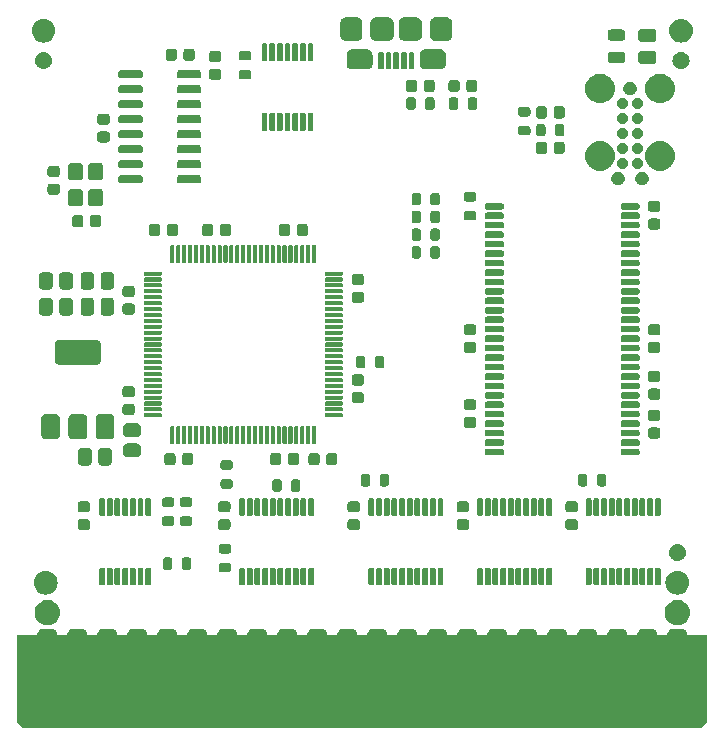
<source format=gts>
G04 #@! TF.GenerationSoftware,KiCad,Pcbnew,7.0.10*
G04 #@! TF.CreationDate,2024-02-16T16:10:31-05:00*
G04 #@! TF.ProjectId,GW4302,47573433-3032-42e6-9b69-6361645f7063,0.1*
G04 #@! TF.SameCoordinates,Original*
G04 #@! TF.FileFunction,Soldermask,Top*
G04 #@! TF.FilePolarity,Negative*
%FSLAX46Y46*%
G04 Gerber Fmt 4.6, Leading zero omitted, Abs format (unit mm)*
G04 Created by KiCad (PCBNEW 7.0.10) date 2024-02-16 16:10:31*
%MOMM*%
%LPD*%
G01*
G04 APERTURE LIST*
G04 APERTURE END LIST*
G36*
X105875999Y-89379771D02*
G01*
X105887712Y-89383869D01*
X105898592Y-89385176D01*
X105954857Y-89407364D01*
X106004635Y-89424782D01*
X106011071Y-89429532D01*
X106014788Y-89430998D01*
X106077758Y-89478749D01*
X106114289Y-89505711D01*
X106141259Y-89542253D01*
X106189001Y-89605211D01*
X106190466Y-89608926D01*
X106195218Y-89615365D01*
X106212642Y-89665162D01*
X106234822Y-89721406D01*
X106236127Y-89732280D01*
X106240229Y-89744001D01*
X106248200Y-89829000D01*
X106248200Y-89878804D01*
X106285396Y-89916000D01*
X107074603Y-89916000D01*
X107111800Y-89878803D01*
X107111800Y-89832798D01*
X107111800Y-89829000D01*
X107119771Y-89744001D01*
X107123869Y-89732288D01*
X107125176Y-89721407D01*
X107147367Y-89665133D01*
X107164782Y-89615365D01*
X107169531Y-89608929D01*
X107170998Y-89605211D01*
X107218777Y-89542204D01*
X107245711Y-89505711D01*
X107282204Y-89478777D01*
X107345211Y-89430998D01*
X107348929Y-89429531D01*
X107355365Y-89424782D01*
X107405140Y-89407365D01*
X107461406Y-89385177D01*
X107472284Y-89383870D01*
X107484001Y-89379771D01*
X107569000Y-89371800D01*
X108331000Y-89371800D01*
X108415999Y-89379771D01*
X108427712Y-89383869D01*
X108438592Y-89385176D01*
X108494857Y-89407364D01*
X108544635Y-89424782D01*
X108551071Y-89429532D01*
X108554788Y-89430998D01*
X108617758Y-89478749D01*
X108654289Y-89505711D01*
X108681259Y-89542253D01*
X108729001Y-89605211D01*
X108730466Y-89608926D01*
X108735218Y-89615365D01*
X108752642Y-89665162D01*
X108774822Y-89721406D01*
X108776127Y-89732280D01*
X108780229Y-89744001D01*
X108788200Y-89829000D01*
X108788200Y-89878804D01*
X108825396Y-89916000D01*
X109614603Y-89916000D01*
X109651800Y-89878803D01*
X109651800Y-89832798D01*
X109651800Y-89829000D01*
X109659771Y-89744001D01*
X109663869Y-89732288D01*
X109665176Y-89721407D01*
X109687367Y-89665133D01*
X109704782Y-89615365D01*
X109709531Y-89608929D01*
X109710998Y-89605211D01*
X109758777Y-89542204D01*
X109785711Y-89505711D01*
X109822204Y-89478777D01*
X109885211Y-89430998D01*
X109888929Y-89429531D01*
X109895365Y-89424782D01*
X109945140Y-89407365D01*
X110001406Y-89385177D01*
X110012284Y-89383870D01*
X110024001Y-89379771D01*
X110109000Y-89371800D01*
X110871000Y-89371800D01*
X110955999Y-89379771D01*
X110967712Y-89383869D01*
X110978592Y-89385176D01*
X111034857Y-89407364D01*
X111084635Y-89424782D01*
X111091071Y-89429532D01*
X111094788Y-89430998D01*
X111157758Y-89478749D01*
X111194289Y-89505711D01*
X111221259Y-89542253D01*
X111269001Y-89605211D01*
X111270466Y-89608926D01*
X111275218Y-89615365D01*
X111292642Y-89665162D01*
X111314822Y-89721406D01*
X111316127Y-89732280D01*
X111320229Y-89744001D01*
X111328200Y-89829000D01*
X111328200Y-89878804D01*
X111365396Y-89916000D01*
X112154603Y-89916000D01*
X112191800Y-89878803D01*
X112191800Y-89832798D01*
X112191800Y-89829000D01*
X112199771Y-89744001D01*
X112203869Y-89732288D01*
X112205176Y-89721407D01*
X112227367Y-89665133D01*
X112244782Y-89615365D01*
X112249531Y-89608929D01*
X112250998Y-89605211D01*
X112298777Y-89542204D01*
X112325711Y-89505711D01*
X112362204Y-89478777D01*
X112425211Y-89430998D01*
X112428929Y-89429531D01*
X112435365Y-89424782D01*
X112485140Y-89407365D01*
X112541406Y-89385177D01*
X112552284Y-89383870D01*
X112564001Y-89379771D01*
X112649000Y-89371800D01*
X113411000Y-89371800D01*
X113495999Y-89379771D01*
X113507712Y-89383869D01*
X113518592Y-89385176D01*
X113574857Y-89407364D01*
X113624635Y-89424782D01*
X113631071Y-89429532D01*
X113634788Y-89430998D01*
X113697758Y-89478749D01*
X113734289Y-89505711D01*
X113761259Y-89542253D01*
X113809001Y-89605211D01*
X113810466Y-89608926D01*
X113815218Y-89615365D01*
X113832642Y-89665162D01*
X113854822Y-89721406D01*
X113856127Y-89732280D01*
X113860229Y-89744001D01*
X113868200Y-89829000D01*
X113868200Y-89878804D01*
X113905396Y-89916000D01*
X114694603Y-89916000D01*
X114731800Y-89878803D01*
X114731800Y-89832798D01*
X114731800Y-89829000D01*
X114739771Y-89744001D01*
X114743869Y-89732288D01*
X114745176Y-89721407D01*
X114767367Y-89665133D01*
X114784782Y-89615365D01*
X114789531Y-89608929D01*
X114790998Y-89605211D01*
X114838777Y-89542204D01*
X114865711Y-89505711D01*
X114902204Y-89478777D01*
X114965211Y-89430998D01*
X114968929Y-89429531D01*
X114975365Y-89424782D01*
X115025140Y-89407365D01*
X115081406Y-89385177D01*
X115092284Y-89383870D01*
X115104001Y-89379771D01*
X115189000Y-89371800D01*
X115951000Y-89371800D01*
X116035999Y-89379771D01*
X116047712Y-89383869D01*
X116058592Y-89385176D01*
X116114857Y-89407364D01*
X116164635Y-89424782D01*
X116171071Y-89429532D01*
X116174788Y-89430998D01*
X116237758Y-89478749D01*
X116274289Y-89505711D01*
X116301259Y-89542253D01*
X116349001Y-89605211D01*
X116350466Y-89608926D01*
X116355218Y-89615365D01*
X116372642Y-89665162D01*
X116394822Y-89721406D01*
X116396127Y-89732280D01*
X116400229Y-89744001D01*
X116408200Y-89829000D01*
X116408200Y-89878804D01*
X116445396Y-89916000D01*
X117234603Y-89916000D01*
X117271800Y-89878803D01*
X117271800Y-89832798D01*
X117271800Y-89829000D01*
X117279771Y-89744001D01*
X117283869Y-89732288D01*
X117285176Y-89721407D01*
X117307367Y-89665133D01*
X117324782Y-89615365D01*
X117329531Y-89608929D01*
X117330998Y-89605211D01*
X117378777Y-89542204D01*
X117405711Y-89505711D01*
X117442204Y-89478777D01*
X117505211Y-89430998D01*
X117508929Y-89429531D01*
X117515365Y-89424782D01*
X117565140Y-89407365D01*
X117621406Y-89385177D01*
X117632284Y-89383870D01*
X117644001Y-89379771D01*
X117729000Y-89371800D01*
X118491000Y-89371800D01*
X118575999Y-89379771D01*
X118587712Y-89383869D01*
X118598592Y-89385176D01*
X118654857Y-89407364D01*
X118704635Y-89424782D01*
X118711071Y-89429532D01*
X118714788Y-89430998D01*
X118777758Y-89478749D01*
X118814289Y-89505711D01*
X118841259Y-89542253D01*
X118889001Y-89605211D01*
X118890466Y-89608926D01*
X118895218Y-89615365D01*
X118912642Y-89665162D01*
X118934822Y-89721406D01*
X118936127Y-89732280D01*
X118940229Y-89744001D01*
X118948200Y-89829000D01*
X118948200Y-89878804D01*
X118985396Y-89916000D01*
X119774603Y-89916000D01*
X119811800Y-89878803D01*
X119811800Y-89832798D01*
X119811800Y-89829000D01*
X119819771Y-89744001D01*
X119823869Y-89732288D01*
X119825176Y-89721407D01*
X119847367Y-89665133D01*
X119864782Y-89615365D01*
X119869531Y-89608929D01*
X119870998Y-89605211D01*
X119918777Y-89542204D01*
X119945711Y-89505711D01*
X119982204Y-89478777D01*
X120045211Y-89430998D01*
X120048929Y-89429531D01*
X120055365Y-89424782D01*
X120105140Y-89407365D01*
X120161406Y-89385177D01*
X120172284Y-89383870D01*
X120184001Y-89379771D01*
X120269000Y-89371800D01*
X121031000Y-89371800D01*
X121115999Y-89379771D01*
X121127712Y-89383869D01*
X121138592Y-89385176D01*
X121194857Y-89407364D01*
X121244635Y-89424782D01*
X121251071Y-89429532D01*
X121254788Y-89430998D01*
X121317758Y-89478749D01*
X121354289Y-89505711D01*
X121381259Y-89542253D01*
X121429001Y-89605211D01*
X121430466Y-89608926D01*
X121435218Y-89615365D01*
X121452642Y-89665162D01*
X121474822Y-89721406D01*
X121476127Y-89732280D01*
X121480229Y-89744001D01*
X121488200Y-89829000D01*
X121488200Y-89878804D01*
X121525396Y-89916000D01*
X122314603Y-89916000D01*
X122351800Y-89878803D01*
X122351800Y-89832798D01*
X122351800Y-89829000D01*
X122359771Y-89744001D01*
X122363869Y-89732288D01*
X122365176Y-89721407D01*
X122387367Y-89665133D01*
X122404782Y-89615365D01*
X122409531Y-89608929D01*
X122410998Y-89605211D01*
X122458777Y-89542204D01*
X122485711Y-89505711D01*
X122522204Y-89478777D01*
X122585211Y-89430998D01*
X122588929Y-89429531D01*
X122595365Y-89424782D01*
X122645140Y-89407365D01*
X122701406Y-89385177D01*
X122712284Y-89383870D01*
X122724001Y-89379771D01*
X122809000Y-89371800D01*
X123571000Y-89371800D01*
X123655999Y-89379771D01*
X123667712Y-89383869D01*
X123678592Y-89385176D01*
X123734857Y-89407364D01*
X123784635Y-89424782D01*
X123791071Y-89429532D01*
X123794788Y-89430998D01*
X123857758Y-89478749D01*
X123894289Y-89505711D01*
X123921259Y-89542253D01*
X123969001Y-89605211D01*
X123970466Y-89608926D01*
X123975218Y-89615365D01*
X123992642Y-89665162D01*
X124014822Y-89721406D01*
X124016127Y-89732280D01*
X124020229Y-89744001D01*
X124028200Y-89829000D01*
X124028200Y-89878804D01*
X124065396Y-89916000D01*
X124854603Y-89916000D01*
X124891800Y-89878803D01*
X124891800Y-89832798D01*
X124891800Y-89829000D01*
X124899771Y-89744001D01*
X124903869Y-89732288D01*
X124905176Y-89721407D01*
X124927367Y-89665133D01*
X124944782Y-89615365D01*
X124949531Y-89608929D01*
X124950998Y-89605211D01*
X124998777Y-89542204D01*
X125025711Y-89505711D01*
X125062204Y-89478777D01*
X125125211Y-89430998D01*
X125128929Y-89429531D01*
X125135365Y-89424782D01*
X125185140Y-89407365D01*
X125241406Y-89385177D01*
X125252284Y-89383870D01*
X125264001Y-89379771D01*
X125349000Y-89371800D01*
X126111000Y-89371800D01*
X126195999Y-89379771D01*
X126207712Y-89383869D01*
X126218592Y-89385176D01*
X126274857Y-89407364D01*
X126324635Y-89424782D01*
X126331071Y-89429532D01*
X126334788Y-89430998D01*
X126397758Y-89478749D01*
X126434289Y-89505711D01*
X126461259Y-89542253D01*
X126509001Y-89605211D01*
X126510466Y-89608926D01*
X126515218Y-89615365D01*
X126532642Y-89665162D01*
X126554822Y-89721406D01*
X126556127Y-89732280D01*
X126560229Y-89744001D01*
X126568200Y-89829000D01*
X126568200Y-89878804D01*
X126605396Y-89916000D01*
X127394603Y-89916000D01*
X127431800Y-89878803D01*
X127431800Y-89832798D01*
X127431800Y-89829000D01*
X127439771Y-89744001D01*
X127443869Y-89732288D01*
X127445176Y-89721407D01*
X127467367Y-89665133D01*
X127484782Y-89615365D01*
X127489531Y-89608929D01*
X127490998Y-89605211D01*
X127538777Y-89542204D01*
X127565711Y-89505711D01*
X127602204Y-89478777D01*
X127665211Y-89430998D01*
X127668929Y-89429531D01*
X127675365Y-89424782D01*
X127725140Y-89407365D01*
X127781406Y-89385177D01*
X127792284Y-89383870D01*
X127804001Y-89379771D01*
X127889000Y-89371800D01*
X128651000Y-89371800D01*
X128735999Y-89379771D01*
X128747712Y-89383869D01*
X128758592Y-89385176D01*
X128814857Y-89407364D01*
X128864635Y-89424782D01*
X128871071Y-89429532D01*
X128874788Y-89430998D01*
X128937758Y-89478749D01*
X128974289Y-89505711D01*
X129001259Y-89542253D01*
X129049001Y-89605211D01*
X129050466Y-89608926D01*
X129055218Y-89615365D01*
X129072642Y-89665162D01*
X129094822Y-89721406D01*
X129096127Y-89732280D01*
X129100229Y-89744001D01*
X129108200Y-89829000D01*
X129108200Y-89878804D01*
X129145396Y-89916000D01*
X129934603Y-89916000D01*
X129971800Y-89878803D01*
X129971800Y-89832798D01*
X129971800Y-89829000D01*
X129979771Y-89744001D01*
X129983869Y-89732288D01*
X129985176Y-89721407D01*
X130007367Y-89665133D01*
X130024782Y-89615365D01*
X130029531Y-89608929D01*
X130030998Y-89605211D01*
X130078777Y-89542204D01*
X130105711Y-89505711D01*
X130142204Y-89478777D01*
X130205211Y-89430998D01*
X130208929Y-89429531D01*
X130215365Y-89424782D01*
X130265140Y-89407365D01*
X130321406Y-89385177D01*
X130332284Y-89383870D01*
X130344001Y-89379771D01*
X130429000Y-89371800D01*
X131191000Y-89371800D01*
X131275999Y-89379771D01*
X131287712Y-89383869D01*
X131298592Y-89385176D01*
X131354857Y-89407364D01*
X131404635Y-89424782D01*
X131411071Y-89429532D01*
X131414788Y-89430998D01*
X131477758Y-89478749D01*
X131514289Y-89505711D01*
X131541259Y-89542253D01*
X131589001Y-89605211D01*
X131590466Y-89608926D01*
X131595218Y-89615365D01*
X131612642Y-89665162D01*
X131634822Y-89721406D01*
X131636127Y-89732280D01*
X131640229Y-89744001D01*
X131648200Y-89829000D01*
X131648200Y-89878804D01*
X131685396Y-89916000D01*
X132474603Y-89916000D01*
X132511800Y-89878803D01*
X132511800Y-89832798D01*
X132511800Y-89829000D01*
X132519771Y-89744001D01*
X132523869Y-89732288D01*
X132525176Y-89721407D01*
X132547367Y-89665133D01*
X132564782Y-89615365D01*
X132569531Y-89608929D01*
X132570998Y-89605211D01*
X132618777Y-89542204D01*
X132645711Y-89505711D01*
X132682204Y-89478777D01*
X132745211Y-89430998D01*
X132748929Y-89429531D01*
X132755365Y-89424782D01*
X132805140Y-89407365D01*
X132861406Y-89385177D01*
X132872284Y-89383870D01*
X132884001Y-89379771D01*
X132969000Y-89371800D01*
X133731000Y-89371800D01*
X133815999Y-89379771D01*
X133827712Y-89383869D01*
X133838592Y-89385176D01*
X133894857Y-89407364D01*
X133944635Y-89424782D01*
X133951071Y-89429532D01*
X133954788Y-89430998D01*
X134017758Y-89478749D01*
X134054289Y-89505711D01*
X134081259Y-89542253D01*
X134129001Y-89605211D01*
X134130466Y-89608926D01*
X134135218Y-89615365D01*
X134152642Y-89665162D01*
X134174822Y-89721406D01*
X134176127Y-89732280D01*
X134180229Y-89744001D01*
X134188200Y-89829000D01*
X134188200Y-89878804D01*
X134225396Y-89916000D01*
X135014603Y-89916000D01*
X135051800Y-89878803D01*
X135051800Y-89832798D01*
X135051800Y-89829000D01*
X135059771Y-89744001D01*
X135063869Y-89732288D01*
X135065176Y-89721407D01*
X135087367Y-89665133D01*
X135104782Y-89615365D01*
X135109531Y-89608929D01*
X135110998Y-89605211D01*
X135158777Y-89542204D01*
X135185711Y-89505711D01*
X135222204Y-89478777D01*
X135285211Y-89430998D01*
X135288929Y-89429531D01*
X135295365Y-89424782D01*
X135345140Y-89407365D01*
X135401406Y-89385177D01*
X135412284Y-89383870D01*
X135424001Y-89379771D01*
X135509000Y-89371800D01*
X136271000Y-89371800D01*
X136355999Y-89379771D01*
X136367712Y-89383869D01*
X136378592Y-89385176D01*
X136434857Y-89407364D01*
X136484635Y-89424782D01*
X136491071Y-89429532D01*
X136494788Y-89430998D01*
X136557758Y-89478749D01*
X136594289Y-89505711D01*
X136621259Y-89542253D01*
X136669001Y-89605211D01*
X136670466Y-89608926D01*
X136675218Y-89615365D01*
X136692642Y-89665162D01*
X136714822Y-89721406D01*
X136716127Y-89732280D01*
X136720229Y-89744001D01*
X136728200Y-89829000D01*
X136728200Y-89878804D01*
X136765396Y-89916000D01*
X137554603Y-89916000D01*
X137591800Y-89878803D01*
X137591800Y-89832798D01*
X137591800Y-89829000D01*
X137599771Y-89744001D01*
X137603869Y-89732288D01*
X137605176Y-89721407D01*
X137627367Y-89665133D01*
X137644782Y-89615365D01*
X137649531Y-89608929D01*
X137650998Y-89605211D01*
X137698777Y-89542204D01*
X137725711Y-89505711D01*
X137762204Y-89478777D01*
X137825211Y-89430998D01*
X137828929Y-89429531D01*
X137835365Y-89424782D01*
X137885140Y-89407365D01*
X137941406Y-89385177D01*
X137952284Y-89383870D01*
X137964001Y-89379771D01*
X138049000Y-89371800D01*
X138811000Y-89371800D01*
X138895999Y-89379771D01*
X138907712Y-89383869D01*
X138918592Y-89385176D01*
X138974857Y-89407364D01*
X139024635Y-89424782D01*
X139031071Y-89429532D01*
X139034788Y-89430998D01*
X139097758Y-89478749D01*
X139134289Y-89505711D01*
X139161259Y-89542253D01*
X139209001Y-89605211D01*
X139210466Y-89608926D01*
X139215218Y-89615365D01*
X139232642Y-89665162D01*
X139254822Y-89721406D01*
X139256127Y-89732280D01*
X139260229Y-89744001D01*
X139268200Y-89829000D01*
X139268200Y-89878804D01*
X139305396Y-89916000D01*
X140094603Y-89916000D01*
X140131800Y-89878803D01*
X140131800Y-89832798D01*
X140131800Y-89829000D01*
X140139771Y-89744001D01*
X140143869Y-89732288D01*
X140145176Y-89721407D01*
X140167367Y-89665133D01*
X140184782Y-89615365D01*
X140189531Y-89608929D01*
X140190998Y-89605211D01*
X140238777Y-89542204D01*
X140265711Y-89505711D01*
X140302204Y-89478777D01*
X140365211Y-89430998D01*
X140368929Y-89429531D01*
X140375365Y-89424782D01*
X140425140Y-89407365D01*
X140481406Y-89385177D01*
X140492284Y-89383870D01*
X140504001Y-89379771D01*
X140589000Y-89371800D01*
X141351000Y-89371800D01*
X141435999Y-89379771D01*
X141447712Y-89383869D01*
X141458592Y-89385176D01*
X141514857Y-89407364D01*
X141564635Y-89424782D01*
X141571071Y-89429532D01*
X141574788Y-89430998D01*
X141637758Y-89478749D01*
X141674289Y-89505711D01*
X141701259Y-89542253D01*
X141749001Y-89605211D01*
X141750466Y-89608926D01*
X141755218Y-89615365D01*
X141772642Y-89665162D01*
X141794822Y-89721406D01*
X141796127Y-89732280D01*
X141800229Y-89744001D01*
X141808200Y-89829000D01*
X141808200Y-89878804D01*
X141845396Y-89916000D01*
X142634603Y-89916000D01*
X142671800Y-89878803D01*
X142671800Y-89832798D01*
X142671800Y-89829000D01*
X142679771Y-89744001D01*
X142683869Y-89732288D01*
X142685176Y-89721407D01*
X142707367Y-89665133D01*
X142724782Y-89615365D01*
X142729531Y-89608929D01*
X142730998Y-89605211D01*
X142778777Y-89542204D01*
X142805711Y-89505711D01*
X142842204Y-89478777D01*
X142905211Y-89430998D01*
X142908929Y-89429531D01*
X142915365Y-89424782D01*
X142965140Y-89407365D01*
X143021406Y-89385177D01*
X143032284Y-89383870D01*
X143044001Y-89379771D01*
X143129000Y-89371800D01*
X143891000Y-89371800D01*
X143975999Y-89379771D01*
X143987712Y-89383869D01*
X143998592Y-89385176D01*
X144054857Y-89407364D01*
X144104635Y-89424782D01*
X144111071Y-89429532D01*
X144114788Y-89430998D01*
X144177758Y-89478749D01*
X144214289Y-89505711D01*
X144241259Y-89542253D01*
X144289001Y-89605211D01*
X144290466Y-89608926D01*
X144295218Y-89615365D01*
X144312642Y-89665162D01*
X144334822Y-89721406D01*
X144336127Y-89732280D01*
X144340229Y-89744001D01*
X144348200Y-89829000D01*
X144348200Y-89878804D01*
X144385396Y-89916000D01*
X145174603Y-89916000D01*
X145211800Y-89878803D01*
X145211800Y-89832798D01*
X145211800Y-89829000D01*
X145219771Y-89744001D01*
X145223869Y-89732288D01*
X145225176Y-89721407D01*
X145247367Y-89665133D01*
X145264782Y-89615365D01*
X145269531Y-89608929D01*
X145270998Y-89605211D01*
X145318777Y-89542204D01*
X145345711Y-89505711D01*
X145382204Y-89478777D01*
X145445211Y-89430998D01*
X145448929Y-89429531D01*
X145455365Y-89424782D01*
X145505140Y-89407365D01*
X145561406Y-89385177D01*
X145572284Y-89383870D01*
X145584001Y-89379771D01*
X145669000Y-89371800D01*
X146431000Y-89371800D01*
X146515999Y-89379771D01*
X146527712Y-89383869D01*
X146538592Y-89385176D01*
X146594857Y-89407364D01*
X146644635Y-89424782D01*
X146651071Y-89429532D01*
X146654788Y-89430998D01*
X146717758Y-89478749D01*
X146754289Y-89505711D01*
X146781259Y-89542253D01*
X146829001Y-89605211D01*
X146830466Y-89608926D01*
X146835218Y-89615365D01*
X146852642Y-89665162D01*
X146874822Y-89721406D01*
X146876127Y-89732280D01*
X146880229Y-89744001D01*
X146888200Y-89829000D01*
X146888200Y-89878804D01*
X146925396Y-89916000D01*
X147714603Y-89916000D01*
X147751800Y-89878803D01*
X147751800Y-89832798D01*
X147751800Y-89829000D01*
X147759771Y-89744001D01*
X147763869Y-89732288D01*
X147765176Y-89721407D01*
X147787367Y-89665133D01*
X147804782Y-89615365D01*
X147809531Y-89608929D01*
X147810998Y-89605211D01*
X147858777Y-89542204D01*
X147885711Y-89505711D01*
X147922204Y-89478777D01*
X147985211Y-89430998D01*
X147988929Y-89429531D01*
X147995365Y-89424782D01*
X148045140Y-89407365D01*
X148101406Y-89385177D01*
X148112284Y-89383870D01*
X148124001Y-89379771D01*
X148209000Y-89371800D01*
X148971000Y-89371800D01*
X149055999Y-89379771D01*
X149067712Y-89383869D01*
X149078592Y-89385176D01*
X149134857Y-89407364D01*
X149184635Y-89424782D01*
X149191071Y-89429532D01*
X149194788Y-89430998D01*
X149257758Y-89478749D01*
X149294289Y-89505711D01*
X149321259Y-89542253D01*
X149369001Y-89605211D01*
X149370466Y-89608926D01*
X149375218Y-89615365D01*
X149392642Y-89665162D01*
X149414822Y-89721406D01*
X149416127Y-89732280D01*
X149420229Y-89744001D01*
X149428200Y-89829000D01*
X149428200Y-89878804D01*
X149465396Y-89916000D01*
X150254603Y-89916000D01*
X150291800Y-89878803D01*
X150291800Y-89832798D01*
X150291800Y-89829000D01*
X150299771Y-89744001D01*
X150303869Y-89732288D01*
X150305176Y-89721407D01*
X150327367Y-89665133D01*
X150344782Y-89615365D01*
X150349531Y-89608929D01*
X150350998Y-89605211D01*
X150398777Y-89542204D01*
X150425711Y-89505711D01*
X150462204Y-89478777D01*
X150525211Y-89430998D01*
X150528929Y-89429531D01*
X150535365Y-89424782D01*
X150585140Y-89407365D01*
X150641406Y-89385177D01*
X150652284Y-89383870D01*
X150664001Y-89379771D01*
X150749000Y-89371800D01*
X151511000Y-89371800D01*
X151595999Y-89379771D01*
X151607712Y-89383869D01*
X151618592Y-89385176D01*
X151674857Y-89407364D01*
X151724635Y-89424782D01*
X151731071Y-89429532D01*
X151734788Y-89430998D01*
X151797758Y-89478749D01*
X151834289Y-89505711D01*
X151861259Y-89542253D01*
X151909001Y-89605211D01*
X151910466Y-89608926D01*
X151915218Y-89615365D01*
X151932642Y-89665162D01*
X151954822Y-89721406D01*
X151956127Y-89732280D01*
X151960229Y-89744001D01*
X151968200Y-89829000D01*
X151968200Y-89878804D01*
X152005396Y-89916000D01*
X152794603Y-89916000D01*
X152831800Y-89878803D01*
X152831800Y-89832798D01*
X152831800Y-89829000D01*
X152839771Y-89744001D01*
X152843869Y-89732288D01*
X152845176Y-89721407D01*
X152867367Y-89665133D01*
X152884782Y-89615365D01*
X152889531Y-89608929D01*
X152890998Y-89605211D01*
X152938777Y-89542204D01*
X152965711Y-89505711D01*
X153002204Y-89478777D01*
X153065211Y-89430998D01*
X153068929Y-89429531D01*
X153075365Y-89424782D01*
X153125140Y-89407365D01*
X153181406Y-89385177D01*
X153192284Y-89383870D01*
X153204001Y-89379771D01*
X153289000Y-89371800D01*
X154051000Y-89371800D01*
X154135999Y-89379771D01*
X154147712Y-89383869D01*
X154158592Y-89385176D01*
X154214857Y-89407364D01*
X154264635Y-89424782D01*
X154271071Y-89429532D01*
X154274788Y-89430998D01*
X154337758Y-89478749D01*
X154374289Y-89505711D01*
X154401259Y-89542253D01*
X154449001Y-89605211D01*
X154450466Y-89608926D01*
X154455218Y-89615365D01*
X154472642Y-89665162D01*
X154494822Y-89721406D01*
X154496127Y-89732280D01*
X154500229Y-89744001D01*
X154508200Y-89829000D01*
X154508200Y-89878804D01*
X154545396Y-89916000D01*
X155334603Y-89916000D01*
X155371800Y-89878803D01*
X155371800Y-89832798D01*
X155371800Y-89829000D01*
X155379771Y-89744001D01*
X155383869Y-89732288D01*
X155385176Y-89721407D01*
X155407367Y-89665133D01*
X155424782Y-89615365D01*
X155429531Y-89608929D01*
X155430998Y-89605211D01*
X155478777Y-89542204D01*
X155505711Y-89505711D01*
X155542204Y-89478777D01*
X155605211Y-89430998D01*
X155608929Y-89429531D01*
X155615365Y-89424782D01*
X155665140Y-89407365D01*
X155721406Y-89385177D01*
X155732284Y-89383870D01*
X155744001Y-89379771D01*
X155829000Y-89371800D01*
X156591000Y-89371800D01*
X156675999Y-89379771D01*
X156687712Y-89383869D01*
X156698592Y-89385176D01*
X156754857Y-89407364D01*
X156804635Y-89424782D01*
X156811071Y-89429532D01*
X156814788Y-89430998D01*
X156877758Y-89478749D01*
X156914289Y-89505711D01*
X156941259Y-89542253D01*
X156989001Y-89605211D01*
X156990466Y-89608926D01*
X156995218Y-89615365D01*
X157012642Y-89665162D01*
X157034822Y-89721406D01*
X157036127Y-89732280D01*
X157040229Y-89744001D01*
X157048200Y-89829000D01*
X157048200Y-89878804D01*
X157085396Y-89916000D01*
X157874603Y-89916000D01*
X157911800Y-89878803D01*
X157911800Y-89832798D01*
X157911800Y-89829000D01*
X157919771Y-89744001D01*
X157923869Y-89732288D01*
X157925176Y-89721407D01*
X157947367Y-89665133D01*
X157964782Y-89615365D01*
X157969531Y-89608929D01*
X157970998Y-89605211D01*
X158018777Y-89542204D01*
X158045711Y-89505711D01*
X158082204Y-89478777D01*
X158145211Y-89430998D01*
X158148929Y-89429531D01*
X158155365Y-89424782D01*
X158205140Y-89407365D01*
X158261406Y-89385177D01*
X158272284Y-89383870D01*
X158284001Y-89379771D01*
X158369000Y-89371800D01*
X159131000Y-89371800D01*
X159215999Y-89379771D01*
X159227712Y-89383869D01*
X159238592Y-89385176D01*
X159294857Y-89407364D01*
X159344635Y-89424782D01*
X159351071Y-89429532D01*
X159354788Y-89430998D01*
X159417758Y-89478749D01*
X159454289Y-89505711D01*
X159481259Y-89542253D01*
X159529001Y-89605211D01*
X159530466Y-89608926D01*
X159535218Y-89615365D01*
X159552642Y-89665162D01*
X159574822Y-89721406D01*
X159576127Y-89732280D01*
X159580229Y-89744001D01*
X159588200Y-89829000D01*
X159588200Y-89878804D01*
X159625396Y-89916000D01*
X161290000Y-89916000D01*
X161290000Y-97282000D01*
X160782000Y-97790000D01*
X160769372Y-97790000D01*
X103390631Y-97790000D01*
X103378000Y-97790000D01*
X102870000Y-97282000D01*
X102870000Y-89916000D01*
X104534603Y-89916000D01*
X104571800Y-89878803D01*
X104571800Y-89832798D01*
X104571800Y-89829000D01*
X104579771Y-89744001D01*
X104583869Y-89732288D01*
X104585176Y-89721407D01*
X104607367Y-89665133D01*
X104624782Y-89615365D01*
X104629531Y-89608929D01*
X104630998Y-89605211D01*
X104678777Y-89542204D01*
X104705711Y-89505711D01*
X104742204Y-89478777D01*
X104805211Y-89430998D01*
X104808929Y-89429531D01*
X104815365Y-89424782D01*
X104865140Y-89407365D01*
X104921406Y-89385177D01*
X104932284Y-89383870D01*
X104944001Y-89379771D01*
X105029000Y-89371800D01*
X105791000Y-89371800D01*
X105875999Y-89379771D01*
G37*
G36*
X105704516Y-86975883D02*
G01*
X105889704Y-87047625D01*
X106058555Y-87152174D01*
X106205321Y-87285969D01*
X106325004Y-87444454D01*
X106413527Y-87622232D01*
X106467876Y-87813249D01*
X106486200Y-88011000D01*
X106467876Y-88208751D01*
X106413527Y-88399768D01*
X106325004Y-88577546D01*
X106205321Y-88736031D01*
X106058555Y-88869826D01*
X105889704Y-88974375D01*
X105704516Y-89046117D01*
X105509299Y-89082609D01*
X105310701Y-89082609D01*
X105115484Y-89046117D01*
X104930296Y-88974375D01*
X104761445Y-88869826D01*
X104614679Y-88736031D01*
X104494996Y-88577546D01*
X104406473Y-88399768D01*
X104352124Y-88208751D01*
X104333800Y-88011000D01*
X104352124Y-87813249D01*
X104406473Y-87622232D01*
X104494996Y-87444454D01*
X104614679Y-87285969D01*
X104761445Y-87152174D01*
X104930296Y-87047625D01*
X105115484Y-86975883D01*
X105310701Y-86939391D01*
X105509299Y-86939391D01*
X105704516Y-86975883D01*
G37*
G36*
X159044516Y-86975883D02*
G01*
X159229704Y-87047625D01*
X159398555Y-87152174D01*
X159545321Y-87285969D01*
X159665004Y-87444454D01*
X159753527Y-87622232D01*
X159807876Y-87813249D01*
X159826200Y-88011000D01*
X159807876Y-88208751D01*
X159753527Y-88399768D01*
X159665004Y-88577546D01*
X159545321Y-88736031D01*
X159398555Y-88869826D01*
X159229704Y-88974375D01*
X159044516Y-89046117D01*
X158849299Y-89082609D01*
X158650701Y-89082609D01*
X158455484Y-89046117D01*
X158270296Y-88974375D01*
X158101445Y-88869826D01*
X157954679Y-88736031D01*
X157834996Y-88577546D01*
X157746473Y-88399768D01*
X157692124Y-88208751D01*
X157673800Y-88011000D01*
X157692124Y-87813249D01*
X157746473Y-87622232D01*
X157834996Y-87444454D01*
X157954679Y-87285969D01*
X158101445Y-87152174D01*
X158270296Y-87047625D01*
X158455484Y-86975883D01*
X158650701Y-86939391D01*
X158849299Y-86939391D01*
X159044516Y-86975883D01*
G37*
G36*
X105478090Y-84490215D02*
G01*
X105665683Y-84547120D01*
X105838570Y-84639530D01*
X105990107Y-84763893D01*
X106114470Y-84915430D01*
X106206880Y-85088317D01*
X106263785Y-85275910D01*
X106283000Y-85471000D01*
X106263785Y-85666090D01*
X106206880Y-85853683D01*
X106114470Y-86026570D01*
X105990107Y-86178107D01*
X105838570Y-86302470D01*
X105665683Y-86394880D01*
X105478090Y-86451785D01*
X105283000Y-86471000D01*
X105087910Y-86451785D01*
X104900317Y-86394880D01*
X104727430Y-86302470D01*
X104575893Y-86178107D01*
X104451530Y-86026570D01*
X104359120Y-85853683D01*
X104302215Y-85666090D01*
X104283000Y-85471000D01*
X104302215Y-85275910D01*
X104359120Y-85088317D01*
X104451530Y-84915430D01*
X104575893Y-84763893D01*
X104727430Y-84639530D01*
X104900317Y-84547120D01*
X105087910Y-84490215D01*
X105283000Y-84471000D01*
X105478090Y-84490215D01*
G37*
G36*
X158945090Y-84490215D02*
G01*
X159132683Y-84547120D01*
X159305570Y-84639530D01*
X159457107Y-84763893D01*
X159581470Y-84915430D01*
X159673880Y-85088317D01*
X159730785Y-85275910D01*
X159750000Y-85471000D01*
X159730785Y-85666090D01*
X159673880Y-85853683D01*
X159581470Y-86026570D01*
X159457107Y-86178107D01*
X159305570Y-86302470D01*
X159132683Y-86394880D01*
X158945090Y-86451785D01*
X158750000Y-86471000D01*
X158554910Y-86451785D01*
X158367317Y-86394880D01*
X158194430Y-86302470D01*
X158042893Y-86178107D01*
X157918530Y-86026570D01*
X157826120Y-85853683D01*
X157769215Y-85666090D01*
X157750000Y-85471000D01*
X157769215Y-85275910D01*
X157826120Y-85088317D01*
X157918530Y-84915430D01*
X158042893Y-84763893D01*
X158194430Y-84639530D01*
X158367317Y-84547120D01*
X158554910Y-84490215D01*
X158750000Y-84471000D01*
X158945090Y-84490215D01*
G37*
G36*
X110214736Y-84211390D02*
G01*
X110259020Y-84240980D01*
X110288610Y-84285264D01*
X110299000Y-84337500D01*
X110299000Y-85562500D01*
X110288610Y-85614736D01*
X110259020Y-85659020D01*
X110214736Y-85688610D01*
X110162500Y-85699000D01*
X109937500Y-85699000D01*
X109885264Y-85688610D01*
X109840980Y-85659020D01*
X109811390Y-85614736D01*
X109801000Y-85562500D01*
X109801000Y-84337500D01*
X109811390Y-84285264D01*
X109840980Y-84240980D01*
X109885264Y-84211390D01*
X109937500Y-84201000D01*
X110162500Y-84201000D01*
X110214736Y-84211390D01*
G37*
G36*
X110864736Y-84211390D02*
G01*
X110909020Y-84240980D01*
X110938610Y-84285264D01*
X110949000Y-84337500D01*
X110949000Y-85562500D01*
X110938610Y-85614736D01*
X110909020Y-85659020D01*
X110864736Y-85688610D01*
X110812500Y-85699000D01*
X110587500Y-85699000D01*
X110535264Y-85688610D01*
X110490980Y-85659020D01*
X110461390Y-85614736D01*
X110451000Y-85562500D01*
X110451000Y-84337500D01*
X110461390Y-84285264D01*
X110490980Y-84240980D01*
X110535264Y-84211390D01*
X110587500Y-84201000D01*
X110812500Y-84201000D01*
X110864736Y-84211390D01*
G37*
G36*
X111514736Y-84211390D02*
G01*
X111559020Y-84240980D01*
X111588610Y-84285264D01*
X111599000Y-84337500D01*
X111599000Y-85562500D01*
X111588610Y-85614736D01*
X111559020Y-85659020D01*
X111514736Y-85688610D01*
X111462500Y-85699000D01*
X111237500Y-85699000D01*
X111185264Y-85688610D01*
X111140980Y-85659020D01*
X111111390Y-85614736D01*
X111101000Y-85562500D01*
X111101000Y-84337500D01*
X111111390Y-84285264D01*
X111140980Y-84240980D01*
X111185264Y-84211390D01*
X111237500Y-84201000D01*
X111462500Y-84201000D01*
X111514736Y-84211390D01*
G37*
G36*
X112164736Y-84211390D02*
G01*
X112209020Y-84240980D01*
X112238610Y-84285264D01*
X112249000Y-84337500D01*
X112249000Y-85562500D01*
X112238610Y-85614736D01*
X112209020Y-85659020D01*
X112164736Y-85688610D01*
X112112500Y-85699000D01*
X111887500Y-85699000D01*
X111835264Y-85688610D01*
X111790980Y-85659020D01*
X111761390Y-85614736D01*
X111751000Y-85562500D01*
X111751000Y-84337500D01*
X111761390Y-84285264D01*
X111790980Y-84240980D01*
X111835264Y-84211390D01*
X111887500Y-84201000D01*
X112112500Y-84201000D01*
X112164736Y-84211390D01*
G37*
G36*
X112814736Y-84211390D02*
G01*
X112859020Y-84240980D01*
X112888610Y-84285264D01*
X112899000Y-84337500D01*
X112899000Y-85562500D01*
X112888610Y-85614736D01*
X112859020Y-85659020D01*
X112814736Y-85688610D01*
X112762500Y-85699000D01*
X112537500Y-85699000D01*
X112485264Y-85688610D01*
X112440980Y-85659020D01*
X112411390Y-85614736D01*
X112401000Y-85562500D01*
X112401000Y-84337500D01*
X112411390Y-84285264D01*
X112440980Y-84240980D01*
X112485264Y-84211390D01*
X112537500Y-84201000D01*
X112762500Y-84201000D01*
X112814736Y-84211390D01*
G37*
G36*
X113464736Y-84211390D02*
G01*
X113509020Y-84240980D01*
X113538610Y-84285264D01*
X113549000Y-84337500D01*
X113549000Y-85562500D01*
X113538610Y-85614736D01*
X113509020Y-85659020D01*
X113464736Y-85688610D01*
X113412500Y-85699000D01*
X113187500Y-85699000D01*
X113135264Y-85688610D01*
X113090980Y-85659020D01*
X113061390Y-85614736D01*
X113051000Y-85562500D01*
X113051000Y-84337500D01*
X113061390Y-84285264D01*
X113090980Y-84240980D01*
X113135264Y-84211390D01*
X113187500Y-84201000D01*
X113412500Y-84201000D01*
X113464736Y-84211390D01*
G37*
G36*
X114114736Y-84211390D02*
G01*
X114159020Y-84240980D01*
X114188610Y-84285264D01*
X114199000Y-84337500D01*
X114199000Y-85562500D01*
X114188610Y-85614736D01*
X114159020Y-85659020D01*
X114114736Y-85688610D01*
X114062500Y-85699000D01*
X113837500Y-85699000D01*
X113785264Y-85688610D01*
X113740980Y-85659020D01*
X113711390Y-85614736D01*
X113701000Y-85562500D01*
X113701000Y-84337500D01*
X113711390Y-84285264D01*
X113740980Y-84240980D01*
X113785264Y-84211390D01*
X113837500Y-84201000D01*
X114062500Y-84201000D01*
X114114736Y-84211390D01*
G37*
G36*
X122064736Y-84211390D02*
G01*
X122109020Y-84240980D01*
X122138610Y-84285264D01*
X122149000Y-84337500D01*
X122149000Y-85562500D01*
X122138610Y-85614736D01*
X122109020Y-85659020D01*
X122064736Y-85688610D01*
X122012500Y-85699000D01*
X121787500Y-85699000D01*
X121735264Y-85688610D01*
X121690980Y-85659020D01*
X121661390Y-85614736D01*
X121651000Y-85562500D01*
X121651000Y-84337500D01*
X121661390Y-84285264D01*
X121690980Y-84240980D01*
X121735264Y-84211390D01*
X121787500Y-84201000D01*
X122012500Y-84201000D01*
X122064736Y-84211390D01*
G37*
G36*
X122714736Y-84211390D02*
G01*
X122759020Y-84240980D01*
X122788610Y-84285264D01*
X122799000Y-84337500D01*
X122799000Y-85562500D01*
X122788610Y-85614736D01*
X122759020Y-85659020D01*
X122714736Y-85688610D01*
X122662500Y-85699000D01*
X122437500Y-85699000D01*
X122385264Y-85688610D01*
X122340980Y-85659020D01*
X122311390Y-85614736D01*
X122301000Y-85562500D01*
X122301000Y-84337500D01*
X122311390Y-84285264D01*
X122340980Y-84240980D01*
X122385264Y-84211390D01*
X122437500Y-84201000D01*
X122662500Y-84201000D01*
X122714736Y-84211390D01*
G37*
G36*
X123364736Y-84211390D02*
G01*
X123409020Y-84240980D01*
X123438610Y-84285264D01*
X123449000Y-84337500D01*
X123449000Y-85562500D01*
X123438610Y-85614736D01*
X123409020Y-85659020D01*
X123364736Y-85688610D01*
X123312500Y-85699000D01*
X123087500Y-85699000D01*
X123035264Y-85688610D01*
X122990980Y-85659020D01*
X122961390Y-85614736D01*
X122951000Y-85562500D01*
X122951000Y-84337500D01*
X122961390Y-84285264D01*
X122990980Y-84240980D01*
X123035264Y-84211390D01*
X123087500Y-84201000D01*
X123312500Y-84201000D01*
X123364736Y-84211390D01*
G37*
G36*
X124014736Y-84211390D02*
G01*
X124059020Y-84240980D01*
X124088610Y-84285264D01*
X124099000Y-84337500D01*
X124099000Y-85562500D01*
X124088610Y-85614736D01*
X124059020Y-85659020D01*
X124014736Y-85688610D01*
X123962500Y-85699000D01*
X123737500Y-85699000D01*
X123685264Y-85688610D01*
X123640980Y-85659020D01*
X123611390Y-85614736D01*
X123601000Y-85562500D01*
X123601000Y-84337500D01*
X123611390Y-84285264D01*
X123640980Y-84240980D01*
X123685264Y-84211390D01*
X123737500Y-84201000D01*
X123962500Y-84201000D01*
X124014736Y-84211390D01*
G37*
G36*
X124664736Y-84211390D02*
G01*
X124709020Y-84240980D01*
X124738610Y-84285264D01*
X124749000Y-84337500D01*
X124749000Y-85562500D01*
X124738610Y-85614736D01*
X124709020Y-85659020D01*
X124664736Y-85688610D01*
X124612500Y-85699000D01*
X124387500Y-85699000D01*
X124335264Y-85688610D01*
X124290980Y-85659020D01*
X124261390Y-85614736D01*
X124251000Y-85562500D01*
X124251000Y-84337500D01*
X124261390Y-84285264D01*
X124290980Y-84240980D01*
X124335264Y-84211390D01*
X124387500Y-84201000D01*
X124612500Y-84201000D01*
X124664736Y-84211390D01*
G37*
G36*
X125314736Y-84211390D02*
G01*
X125359020Y-84240980D01*
X125388610Y-84285264D01*
X125399000Y-84337500D01*
X125399000Y-85562500D01*
X125388610Y-85614736D01*
X125359020Y-85659020D01*
X125314736Y-85688610D01*
X125262500Y-85699000D01*
X125037500Y-85699000D01*
X124985264Y-85688610D01*
X124940980Y-85659020D01*
X124911390Y-85614736D01*
X124901000Y-85562500D01*
X124901000Y-84337500D01*
X124911390Y-84285264D01*
X124940980Y-84240980D01*
X124985264Y-84211390D01*
X125037500Y-84201000D01*
X125262500Y-84201000D01*
X125314736Y-84211390D01*
G37*
G36*
X125964736Y-84211390D02*
G01*
X126009020Y-84240980D01*
X126038610Y-84285264D01*
X126049000Y-84337500D01*
X126049000Y-85562500D01*
X126038610Y-85614736D01*
X126009020Y-85659020D01*
X125964736Y-85688610D01*
X125912500Y-85699000D01*
X125687500Y-85699000D01*
X125635264Y-85688610D01*
X125590980Y-85659020D01*
X125561390Y-85614736D01*
X125551000Y-85562500D01*
X125551000Y-84337500D01*
X125561390Y-84285264D01*
X125590980Y-84240980D01*
X125635264Y-84211390D01*
X125687500Y-84201000D01*
X125912500Y-84201000D01*
X125964736Y-84211390D01*
G37*
G36*
X126614736Y-84211390D02*
G01*
X126659020Y-84240980D01*
X126688610Y-84285264D01*
X126699000Y-84337500D01*
X126699000Y-85562500D01*
X126688610Y-85614736D01*
X126659020Y-85659020D01*
X126614736Y-85688610D01*
X126562500Y-85699000D01*
X126337500Y-85699000D01*
X126285264Y-85688610D01*
X126240980Y-85659020D01*
X126211390Y-85614736D01*
X126201000Y-85562500D01*
X126201000Y-84337500D01*
X126211390Y-84285264D01*
X126240980Y-84240980D01*
X126285264Y-84211390D01*
X126337500Y-84201000D01*
X126562500Y-84201000D01*
X126614736Y-84211390D01*
G37*
G36*
X127264736Y-84211390D02*
G01*
X127309020Y-84240980D01*
X127338610Y-84285264D01*
X127349000Y-84337500D01*
X127349000Y-85562500D01*
X127338610Y-85614736D01*
X127309020Y-85659020D01*
X127264736Y-85688610D01*
X127212500Y-85699000D01*
X126987500Y-85699000D01*
X126935264Y-85688610D01*
X126890980Y-85659020D01*
X126861390Y-85614736D01*
X126851000Y-85562500D01*
X126851000Y-84337500D01*
X126861390Y-84285264D01*
X126890980Y-84240980D01*
X126935264Y-84211390D01*
X126987500Y-84201000D01*
X127212500Y-84201000D01*
X127264736Y-84211390D01*
G37*
G36*
X127914736Y-84211390D02*
G01*
X127959020Y-84240980D01*
X127988610Y-84285264D01*
X127999000Y-84337500D01*
X127999000Y-85562500D01*
X127988610Y-85614736D01*
X127959020Y-85659020D01*
X127914736Y-85688610D01*
X127862500Y-85699000D01*
X127637500Y-85699000D01*
X127585264Y-85688610D01*
X127540980Y-85659020D01*
X127511390Y-85614736D01*
X127501000Y-85562500D01*
X127501000Y-84337500D01*
X127511390Y-84285264D01*
X127540980Y-84240980D01*
X127585264Y-84211390D01*
X127637500Y-84201000D01*
X127862500Y-84201000D01*
X127914736Y-84211390D01*
G37*
G36*
X133014736Y-84211390D02*
G01*
X133059020Y-84240980D01*
X133088610Y-84285264D01*
X133099000Y-84337500D01*
X133099000Y-85562500D01*
X133088610Y-85614736D01*
X133059020Y-85659020D01*
X133014736Y-85688610D01*
X132962500Y-85699000D01*
X132737500Y-85699000D01*
X132685264Y-85688610D01*
X132640980Y-85659020D01*
X132611390Y-85614736D01*
X132601000Y-85562500D01*
X132601000Y-84337500D01*
X132611390Y-84285264D01*
X132640980Y-84240980D01*
X132685264Y-84211390D01*
X132737500Y-84201000D01*
X132962500Y-84201000D01*
X133014736Y-84211390D01*
G37*
G36*
X133664736Y-84211390D02*
G01*
X133709020Y-84240980D01*
X133738610Y-84285264D01*
X133749000Y-84337500D01*
X133749000Y-85562500D01*
X133738610Y-85614736D01*
X133709020Y-85659020D01*
X133664736Y-85688610D01*
X133612500Y-85699000D01*
X133387500Y-85699000D01*
X133335264Y-85688610D01*
X133290980Y-85659020D01*
X133261390Y-85614736D01*
X133251000Y-85562500D01*
X133251000Y-84337500D01*
X133261390Y-84285264D01*
X133290980Y-84240980D01*
X133335264Y-84211390D01*
X133387500Y-84201000D01*
X133612500Y-84201000D01*
X133664736Y-84211390D01*
G37*
G36*
X134314736Y-84211390D02*
G01*
X134359020Y-84240980D01*
X134388610Y-84285264D01*
X134399000Y-84337500D01*
X134399000Y-85562500D01*
X134388610Y-85614736D01*
X134359020Y-85659020D01*
X134314736Y-85688610D01*
X134262500Y-85699000D01*
X134037500Y-85699000D01*
X133985264Y-85688610D01*
X133940980Y-85659020D01*
X133911390Y-85614736D01*
X133901000Y-85562500D01*
X133901000Y-84337500D01*
X133911390Y-84285264D01*
X133940980Y-84240980D01*
X133985264Y-84211390D01*
X134037500Y-84201000D01*
X134262500Y-84201000D01*
X134314736Y-84211390D01*
G37*
G36*
X134964736Y-84211390D02*
G01*
X135009020Y-84240980D01*
X135038610Y-84285264D01*
X135049000Y-84337500D01*
X135049000Y-85562500D01*
X135038610Y-85614736D01*
X135009020Y-85659020D01*
X134964736Y-85688610D01*
X134912500Y-85699000D01*
X134687500Y-85699000D01*
X134635264Y-85688610D01*
X134590980Y-85659020D01*
X134561390Y-85614736D01*
X134551000Y-85562500D01*
X134551000Y-84337500D01*
X134561390Y-84285264D01*
X134590980Y-84240980D01*
X134635264Y-84211390D01*
X134687500Y-84201000D01*
X134912500Y-84201000D01*
X134964736Y-84211390D01*
G37*
G36*
X135614736Y-84211390D02*
G01*
X135659020Y-84240980D01*
X135688610Y-84285264D01*
X135699000Y-84337500D01*
X135699000Y-85562500D01*
X135688610Y-85614736D01*
X135659020Y-85659020D01*
X135614736Y-85688610D01*
X135562500Y-85699000D01*
X135337500Y-85699000D01*
X135285264Y-85688610D01*
X135240980Y-85659020D01*
X135211390Y-85614736D01*
X135201000Y-85562500D01*
X135201000Y-84337500D01*
X135211390Y-84285264D01*
X135240980Y-84240980D01*
X135285264Y-84211390D01*
X135337500Y-84201000D01*
X135562500Y-84201000D01*
X135614736Y-84211390D01*
G37*
G36*
X136264736Y-84211390D02*
G01*
X136309020Y-84240980D01*
X136338610Y-84285264D01*
X136349000Y-84337500D01*
X136349000Y-85562500D01*
X136338610Y-85614736D01*
X136309020Y-85659020D01*
X136264736Y-85688610D01*
X136212500Y-85699000D01*
X135987500Y-85699000D01*
X135935264Y-85688610D01*
X135890980Y-85659020D01*
X135861390Y-85614736D01*
X135851000Y-85562500D01*
X135851000Y-84337500D01*
X135861390Y-84285264D01*
X135890980Y-84240980D01*
X135935264Y-84211390D01*
X135987500Y-84201000D01*
X136212500Y-84201000D01*
X136264736Y-84211390D01*
G37*
G36*
X136914736Y-84211390D02*
G01*
X136959020Y-84240980D01*
X136988610Y-84285264D01*
X136999000Y-84337500D01*
X136999000Y-85562500D01*
X136988610Y-85614736D01*
X136959020Y-85659020D01*
X136914736Y-85688610D01*
X136862500Y-85699000D01*
X136637500Y-85699000D01*
X136585264Y-85688610D01*
X136540980Y-85659020D01*
X136511390Y-85614736D01*
X136501000Y-85562500D01*
X136501000Y-84337500D01*
X136511390Y-84285264D01*
X136540980Y-84240980D01*
X136585264Y-84211390D01*
X136637500Y-84201000D01*
X136862500Y-84201000D01*
X136914736Y-84211390D01*
G37*
G36*
X137564736Y-84211390D02*
G01*
X137609020Y-84240980D01*
X137638610Y-84285264D01*
X137649000Y-84337500D01*
X137649000Y-85562500D01*
X137638610Y-85614736D01*
X137609020Y-85659020D01*
X137564736Y-85688610D01*
X137512500Y-85699000D01*
X137287500Y-85699000D01*
X137235264Y-85688610D01*
X137190980Y-85659020D01*
X137161390Y-85614736D01*
X137151000Y-85562500D01*
X137151000Y-84337500D01*
X137161390Y-84285264D01*
X137190980Y-84240980D01*
X137235264Y-84211390D01*
X137287500Y-84201000D01*
X137512500Y-84201000D01*
X137564736Y-84211390D01*
G37*
G36*
X138214736Y-84211390D02*
G01*
X138259020Y-84240980D01*
X138288610Y-84285264D01*
X138299000Y-84337500D01*
X138299000Y-85562500D01*
X138288610Y-85614736D01*
X138259020Y-85659020D01*
X138214736Y-85688610D01*
X138162500Y-85699000D01*
X137937500Y-85699000D01*
X137885264Y-85688610D01*
X137840980Y-85659020D01*
X137811390Y-85614736D01*
X137801000Y-85562500D01*
X137801000Y-84337500D01*
X137811390Y-84285264D01*
X137840980Y-84240980D01*
X137885264Y-84211390D01*
X137937500Y-84201000D01*
X138162500Y-84201000D01*
X138214736Y-84211390D01*
G37*
G36*
X138864736Y-84211390D02*
G01*
X138909020Y-84240980D01*
X138938610Y-84285264D01*
X138949000Y-84337500D01*
X138949000Y-85562500D01*
X138938610Y-85614736D01*
X138909020Y-85659020D01*
X138864736Y-85688610D01*
X138812500Y-85699000D01*
X138587500Y-85699000D01*
X138535264Y-85688610D01*
X138490980Y-85659020D01*
X138461390Y-85614736D01*
X138451000Y-85562500D01*
X138451000Y-84337500D01*
X138461390Y-84285264D01*
X138490980Y-84240980D01*
X138535264Y-84211390D01*
X138587500Y-84201000D01*
X138812500Y-84201000D01*
X138864736Y-84211390D01*
G37*
G36*
X142214736Y-84211390D02*
G01*
X142259020Y-84240980D01*
X142288610Y-84285264D01*
X142299000Y-84337500D01*
X142299000Y-85562500D01*
X142288610Y-85614736D01*
X142259020Y-85659020D01*
X142214736Y-85688610D01*
X142162500Y-85699000D01*
X141937500Y-85699000D01*
X141885264Y-85688610D01*
X141840980Y-85659020D01*
X141811390Y-85614736D01*
X141801000Y-85562500D01*
X141801000Y-84337500D01*
X141811390Y-84285264D01*
X141840980Y-84240980D01*
X141885264Y-84211390D01*
X141937500Y-84201000D01*
X142162500Y-84201000D01*
X142214736Y-84211390D01*
G37*
G36*
X142864736Y-84211390D02*
G01*
X142909020Y-84240980D01*
X142938610Y-84285264D01*
X142949000Y-84337500D01*
X142949000Y-85562500D01*
X142938610Y-85614736D01*
X142909020Y-85659020D01*
X142864736Y-85688610D01*
X142812500Y-85699000D01*
X142587500Y-85699000D01*
X142535264Y-85688610D01*
X142490980Y-85659020D01*
X142461390Y-85614736D01*
X142451000Y-85562500D01*
X142451000Y-84337500D01*
X142461390Y-84285264D01*
X142490980Y-84240980D01*
X142535264Y-84211390D01*
X142587500Y-84201000D01*
X142812500Y-84201000D01*
X142864736Y-84211390D01*
G37*
G36*
X143514736Y-84211390D02*
G01*
X143559020Y-84240980D01*
X143588610Y-84285264D01*
X143599000Y-84337500D01*
X143599000Y-85562500D01*
X143588610Y-85614736D01*
X143559020Y-85659020D01*
X143514736Y-85688610D01*
X143462500Y-85699000D01*
X143237500Y-85699000D01*
X143185264Y-85688610D01*
X143140980Y-85659020D01*
X143111390Y-85614736D01*
X143101000Y-85562500D01*
X143101000Y-84337500D01*
X143111390Y-84285264D01*
X143140980Y-84240980D01*
X143185264Y-84211390D01*
X143237500Y-84201000D01*
X143462500Y-84201000D01*
X143514736Y-84211390D01*
G37*
G36*
X144164736Y-84211390D02*
G01*
X144209020Y-84240980D01*
X144238610Y-84285264D01*
X144249000Y-84337500D01*
X144249000Y-85562500D01*
X144238610Y-85614736D01*
X144209020Y-85659020D01*
X144164736Y-85688610D01*
X144112500Y-85699000D01*
X143887500Y-85699000D01*
X143835264Y-85688610D01*
X143790980Y-85659020D01*
X143761390Y-85614736D01*
X143751000Y-85562500D01*
X143751000Y-84337500D01*
X143761390Y-84285264D01*
X143790980Y-84240980D01*
X143835264Y-84211390D01*
X143887500Y-84201000D01*
X144112500Y-84201000D01*
X144164736Y-84211390D01*
G37*
G36*
X144814736Y-84211390D02*
G01*
X144859020Y-84240980D01*
X144888610Y-84285264D01*
X144899000Y-84337500D01*
X144899000Y-85562500D01*
X144888610Y-85614736D01*
X144859020Y-85659020D01*
X144814736Y-85688610D01*
X144762500Y-85699000D01*
X144537500Y-85699000D01*
X144485264Y-85688610D01*
X144440980Y-85659020D01*
X144411390Y-85614736D01*
X144401000Y-85562500D01*
X144401000Y-84337500D01*
X144411390Y-84285264D01*
X144440980Y-84240980D01*
X144485264Y-84211390D01*
X144537500Y-84201000D01*
X144762500Y-84201000D01*
X144814736Y-84211390D01*
G37*
G36*
X145464736Y-84211390D02*
G01*
X145509020Y-84240980D01*
X145538610Y-84285264D01*
X145549000Y-84337500D01*
X145549000Y-85562500D01*
X145538610Y-85614736D01*
X145509020Y-85659020D01*
X145464736Y-85688610D01*
X145412500Y-85699000D01*
X145187500Y-85699000D01*
X145135264Y-85688610D01*
X145090980Y-85659020D01*
X145061390Y-85614736D01*
X145051000Y-85562500D01*
X145051000Y-84337500D01*
X145061390Y-84285264D01*
X145090980Y-84240980D01*
X145135264Y-84211390D01*
X145187500Y-84201000D01*
X145412500Y-84201000D01*
X145464736Y-84211390D01*
G37*
G36*
X146114736Y-84211390D02*
G01*
X146159020Y-84240980D01*
X146188610Y-84285264D01*
X146199000Y-84337500D01*
X146199000Y-85562500D01*
X146188610Y-85614736D01*
X146159020Y-85659020D01*
X146114736Y-85688610D01*
X146062500Y-85699000D01*
X145837500Y-85699000D01*
X145785264Y-85688610D01*
X145740980Y-85659020D01*
X145711390Y-85614736D01*
X145701000Y-85562500D01*
X145701000Y-84337500D01*
X145711390Y-84285264D01*
X145740980Y-84240980D01*
X145785264Y-84211390D01*
X145837500Y-84201000D01*
X146062500Y-84201000D01*
X146114736Y-84211390D01*
G37*
G36*
X146764736Y-84211390D02*
G01*
X146809020Y-84240980D01*
X146838610Y-84285264D01*
X146849000Y-84337500D01*
X146849000Y-85562500D01*
X146838610Y-85614736D01*
X146809020Y-85659020D01*
X146764736Y-85688610D01*
X146712500Y-85699000D01*
X146487500Y-85699000D01*
X146435264Y-85688610D01*
X146390980Y-85659020D01*
X146361390Y-85614736D01*
X146351000Y-85562500D01*
X146351000Y-84337500D01*
X146361390Y-84285264D01*
X146390980Y-84240980D01*
X146435264Y-84211390D01*
X146487500Y-84201000D01*
X146712500Y-84201000D01*
X146764736Y-84211390D01*
G37*
G36*
X147414736Y-84211390D02*
G01*
X147459020Y-84240980D01*
X147488610Y-84285264D01*
X147499000Y-84337500D01*
X147499000Y-85562500D01*
X147488610Y-85614736D01*
X147459020Y-85659020D01*
X147414736Y-85688610D01*
X147362500Y-85699000D01*
X147137500Y-85699000D01*
X147085264Y-85688610D01*
X147040980Y-85659020D01*
X147011390Y-85614736D01*
X147001000Y-85562500D01*
X147001000Y-84337500D01*
X147011390Y-84285264D01*
X147040980Y-84240980D01*
X147085264Y-84211390D01*
X147137500Y-84201000D01*
X147362500Y-84201000D01*
X147414736Y-84211390D01*
G37*
G36*
X148064736Y-84211390D02*
G01*
X148109020Y-84240980D01*
X148138610Y-84285264D01*
X148149000Y-84337500D01*
X148149000Y-85562500D01*
X148138610Y-85614736D01*
X148109020Y-85659020D01*
X148064736Y-85688610D01*
X148012500Y-85699000D01*
X147787500Y-85699000D01*
X147735264Y-85688610D01*
X147690980Y-85659020D01*
X147661390Y-85614736D01*
X147651000Y-85562500D01*
X147651000Y-84337500D01*
X147661390Y-84285264D01*
X147690980Y-84240980D01*
X147735264Y-84211390D01*
X147787500Y-84201000D01*
X148012500Y-84201000D01*
X148064736Y-84211390D01*
G37*
G36*
X151414736Y-84211390D02*
G01*
X151459020Y-84240980D01*
X151488610Y-84285264D01*
X151499000Y-84337500D01*
X151499000Y-85562500D01*
X151488610Y-85614736D01*
X151459020Y-85659020D01*
X151414736Y-85688610D01*
X151362500Y-85699000D01*
X151137500Y-85699000D01*
X151085264Y-85688610D01*
X151040980Y-85659020D01*
X151011390Y-85614736D01*
X151001000Y-85562500D01*
X151001000Y-84337500D01*
X151011390Y-84285264D01*
X151040980Y-84240980D01*
X151085264Y-84211390D01*
X151137500Y-84201000D01*
X151362500Y-84201000D01*
X151414736Y-84211390D01*
G37*
G36*
X152064736Y-84211390D02*
G01*
X152109020Y-84240980D01*
X152138610Y-84285264D01*
X152149000Y-84337500D01*
X152149000Y-85562500D01*
X152138610Y-85614736D01*
X152109020Y-85659020D01*
X152064736Y-85688610D01*
X152012500Y-85699000D01*
X151787500Y-85699000D01*
X151735264Y-85688610D01*
X151690980Y-85659020D01*
X151661390Y-85614736D01*
X151651000Y-85562500D01*
X151651000Y-84337500D01*
X151661390Y-84285264D01*
X151690980Y-84240980D01*
X151735264Y-84211390D01*
X151787500Y-84201000D01*
X152012500Y-84201000D01*
X152064736Y-84211390D01*
G37*
G36*
X152714736Y-84211390D02*
G01*
X152759020Y-84240980D01*
X152788610Y-84285264D01*
X152799000Y-84337500D01*
X152799000Y-85562500D01*
X152788610Y-85614736D01*
X152759020Y-85659020D01*
X152714736Y-85688610D01*
X152662500Y-85699000D01*
X152437500Y-85699000D01*
X152385264Y-85688610D01*
X152340980Y-85659020D01*
X152311390Y-85614736D01*
X152301000Y-85562500D01*
X152301000Y-84337500D01*
X152311390Y-84285264D01*
X152340980Y-84240980D01*
X152385264Y-84211390D01*
X152437500Y-84201000D01*
X152662500Y-84201000D01*
X152714736Y-84211390D01*
G37*
G36*
X153364736Y-84211390D02*
G01*
X153409020Y-84240980D01*
X153438610Y-84285264D01*
X153449000Y-84337500D01*
X153449000Y-85562500D01*
X153438610Y-85614736D01*
X153409020Y-85659020D01*
X153364736Y-85688610D01*
X153312500Y-85699000D01*
X153087500Y-85699000D01*
X153035264Y-85688610D01*
X152990980Y-85659020D01*
X152961390Y-85614736D01*
X152951000Y-85562500D01*
X152951000Y-84337500D01*
X152961390Y-84285264D01*
X152990980Y-84240980D01*
X153035264Y-84211390D01*
X153087500Y-84201000D01*
X153312500Y-84201000D01*
X153364736Y-84211390D01*
G37*
G36*
X154014736Y-84211390D02*
G01*
X154059020Y-84240980D01*
X154088610Y-84285264D01*
X154099000Y-84337500D01*
X154099000Y-85562500D01*
X154088610Y-85614736D01*
X154059020Y-85659020D01*
X154014736Y-85688610D01*
X153962500Y-85699000D01*
X153737500Y-85699000D01*
X153685264Y-85688610D01*
X153640980Y-85659020D01*
X153611390Y-85614736D01*
X153601000Y-85562500D01*
X153601000Y-84337500D01*
X153611390Y-84285264D01*
X153640980Y-84240980D01*
X153685264Y-84211390D01*
X153737500Y-84201000D01*
X153962500Y-84201000D01*
X154014736Y-84211390D01*
G37*
G36*
X154664736Y-84211390D02*
G01*
X154709020Y-84240980D01*
X154738610Y-84285264D01*
X154749000Y-84337500D01*
X154749000Y-85562500D01*
X154738610Y-85614736D01*
X154709020Y-85659020D01*
X154664736Y-85688610D01*
X154612500Y-85699000D01*
X154387500Y-85699000D01*
X154335264Y-85688610D01*
X154290980Y-85659020D01*
X154261390Y-85614736D01*
X154251000Y-85562500D01*
X154251000Y-84337500D01*
X154261390Y-84285264D01*
X154290980Y-84240980D01*
X154335264Y-84211390D01*
X154387500Y-84201000D01*
X154612500Y-84201000D01*
X154664736Y-84211390D01*
G37*
G36*
X155314736Y-84211390D02*
G01*
X155359020Y-84240980D01*
X155388610Y-84285264D01*
X155399000Y-84337500D01*
X155399000Y-85562500D01*
X155388610Y-85614736D01*
X155359020Y-85659020D01*
X155314736Y-85688610D01*
X155262500Y-85699000D01*
X155037500Y-85699000D01*
X154985264Y-85688610D01*
X154940980Y-85659020D01*
X154911390Y-85614736D01*
X154901000Y-85562500D01*
X154901000Y-84337500D01*
X154911390Y-84285264D01*
X154940980Y-84240980D01*
X154985264Y-84211390D01*
X155037500Y-84201000D01*
X155262500Y-84201000D01*
X155314736Y-84211390D01*
G37*
G36*
X155964736Y-84211390D02*
G01*
X156009020Y-84240980D01*
X156038610Y-84285264D01*
X156049000Y-84337500D01*
X156049000Y-85562500D01*
X156038610Y-85614736D01*
X156009020Y-85659020D01*
X155964736Y-85688610D01*
X155912500Y-85699000D01*
X155687500Y-85699000D01*
X155635264Y-85688610D01*
X155590980Y-85659020D01*
X155561390Y-85614736D01*
X155551000Y-85562500D01*
X155551000Y-84337500D01*
X155561390Y-84285264D01*
X155590980Y-84240980D01*
X155635264Y-84211390D01*
X155687500Y-84201000D01*
X155912500Y-84201000D01*
X155964736Y-84211390D01*
G37*
G36*
X156614736Y-84211390D02*
G01*
X156659020Y-84240980D01*
X156688610Y-84285264D01*
X156699000Y-84337500D01*
X156699000Y-85562500D01*
X156688610Y-85614736D01*
X156659020Y-85659020D01*
X156614736Y-85688610D01*
X156562500Y-85699000D01*
X156337500Y-85699000D01*
X156285264Y-85688610D01*
X156240980Y-85659020D01*
X156211390Y-85614736D01*
X156201000Y-85562500D01*
X156201000Y-84337500D01*
X156211390Y-84285264D01*
X156240980Y-84240980D01*
X156285264Y-84211390D01*
X156337500Y-84201000D01*
X156562500Y-84201000D01*
X156614736Y-84211390D01*
G37*
G36*
X157264736Y-84211390D02*
G01*
X157309020Y-84240980D01*
X157338610Y-84285264D01*
X157349000Y-84337500D01*
X157349000Y-85562500D01*
X157338610Y-85614736D01*
X157309020Y-85659020D01*
X157264736Y-85688610D01*
X157212500Y-85699000D01*
X156987500Y-85699000D01*
X156935264Y-85688610D01*
X156890980Y-85659020D01*
X156861390Y-85614736D01*
X156851000Y-85562500D01*
X156851000Y-84337500D01*
X156861390Y-84285264D01*
X156890980Y-84240980D01*
X156935264Y-84211390D01*
X156987500Y-84201000D01*
X157212500Y-84201000D01*
X157264736Y-84211390D01*
G37*
G36*
X120755139Y-83801022D02*
G01*
X120799192Y-83806133D01*
X120814243Y-83812778D01*
X120836104Y-83817127D01*
X120859506Y-83832763D01*
X120876531Y-83840281D01*
X120888159Y-83851909D01*
X120909099Y-83865901D01*
X120923090Y-83886840D01*
X120934718Y-83898468D01*
X120942234Y-83915491D01*
X120957873Y-83938896D01*
X120962221Y-83960759D01*
X120968866Y-83975807D01*
X120973975Y-84019850D01*
X120975000Y-84025000D01*
X120975000Y-84375000D01*
X120973975Y-84380151D01*
X120968866Y-84424192D01*
X120962222Y-84439239D01*
X120957873Y-84461104D01*
X120942233Y-84484510D01*
X120934718Y-84501531D01*
X120923092Y-84513156D01*
X120909099Y-84534099D01*
X120888156Y-84548092D01*
X120876531Y-84559718D01*
X120859510Y-84567233D01*
X120836104Y-84582873D01*
X120814239Y-84587222D01*
X120799192Y-84593866D01*
X120755151Y-84598975D01*
X120750000Y-84600000D01*
X120150000Y-84600000D01*
X120144850Y-84598975D01*
X120100807Y-84593866D01*
X120085759Y-84587221D01*
X120063896Y-84582873D01*
X120040491Y-84567234D01*
X120023468Y-84559718D01*
X120011840Y-84548090D01*
X119990901Y-84534099D01*
X119976909Y-84513159D01*
X119965281Y-84501531D01*
X119957763Y-84484506D01*
X119942127Y-84461104D01*
X119937778Y-84439243D01*
X119931133Y-84424192D01*
X119926022Y-84380139D01*
X119925000Y-84375000D01*
X119925000Y-84025000D01*
X119926021Y-84019862D01*
X119931133Y-83975807D01*
X119937779Y-83960754D01*
X119942127Y-83938896D01*
X119957762Y-83915495D01*
X119965281Y-83898468D01*
X119976911Y-83886837D01*
X119990901Y-83865901D01*
X120011837Y-83851911D01*
X120023468Y-83840281D01*
X120040495Y-83832762D01*
X120063896Y-83817127D01*
X120085754Y-83812779D01*
X120100807Y-83806133D01*
X120144862Y-83801021D01*
X120150000Y-83800000D01*
X120750000Y-83800000D01*
X120755139Y-83801022D01*
G37*
G36*
X115780139Y-83326022D02*
G01*
X115824192Y-83331133D01*
X115839243Y-83337778D01*
X115861104Y-83342127D01*
X115884506Y-83357763D01*
X115901531Y-83365281D01*
X115913159Y-83376909D01*
X115934099Y-83390901D01*
X115948090Y-83411840D01*
X115959718Y-83423468D01*
X115967234Y-83440491D01*
X115982873Y-83463896D01*
X115987221Y-83485759D01*
X115993866Y-83500807D01*
X115998975Y-83544850D01*
X116000000Y-83550000D01*
X116000000Y-84150000D01*
X115998975Y-84155151D01*
X115993866Y-84199192D01*
X115987222Y-84214239D01*
X115982873Y-84236104D01*
X115967233Y-84259510D01*
X115959718Y-84276531D01*
X115948092Y-84288156D01*
X115934099Y-84309099D01*
X115913156Y-84323092D01*
X115901531Y-84334718D01*
X115884510Y-84342233D01*
X115861104Y-84357873D01*
X115839239Y-84362222D01*
X115824192Y-84368866D01*
X115780151Y-84373975D01*
X115775000Y-84375000D01*
X115425000Y-84375000D01*
X115419850Y-84373975D01*
X115375807Y-84368866D01*
X115360759Y-84362221D01*
X115338896Y-84357873D01*
X115315491Y-84342234D01*
X115298468Y-84334718D01*
X115286840Y-84323090D01*
X115265901Y-84309099D01*
X115251909Y-84288159D01*
X115240281Y-84276531D01*
X115232763Y-84259506D01*
X115217127Y-84236104D01*
X115212778Y-84214243D01*
X115206133Y-84199192D01*
X115201022Y-84155139D01*
X115200000Y-84150000D01*
X115200000Y-83550000D01*
X115201021Y-83544862D01*
X115206133Y-83500807D01*
X115212779Y-83485754D01*
X115217127Y-83463896D01*
X115232762Y-83440495D01*
X115240281Y-83423468D01*
X115251911Y-83411837D01*
X115265901Y-83390901D01*
X115286837Y-83376911D01*
X115298468Y-83365281D01*
X115315495Y-83357762D01*
X115338896Y-83342127D01*
X115360754Y-83337779D01*
X115375807Y-83331133D01*
X115419862Y-83326021D01*
X115425000Y-83325000D01*
X115775000Y-83325000D01*
X115780139Y-83326022D01*
G37*
G36*
X117380139Y-83326022D02*
G01*
X117424192Y-83331133D01*
X117439243Y-83337778D01*
X117461104Y-83342127D01*
X117484506Y-83357763D01*
X117501531Y-83365281D01*
X117513159Y-83376909D01*
X117534099Y-83390901D01*
X117548090Y-83411840D01*
X117559718Y-83423468D01*
X117567234Y-83440491D01*
X117582873Y-83463896D01*
X117587221Y-83485759D01*
X117593866Y-83500807D01*
X117598975Y-83544850D01*
X117600000Y-83550000D01*
X117600000Y-84150000D01*
X117598975Y-84155151D01*
X117593866Y-84199192D01*
X117587222Y-84214239D01*
X117582873Y-84236104D01*
X117567233Y-84259510D01*
X117559718Y-84276531D01*
X117548092Y-84288156D01*
X117534099Y-84309099D01*
X117513156Y-84323092D01*
X117501531Y-84334718D01*
X117484510Y-84342233D01*
X117461104Y-84357873D01*
X117439239Y-84362222D01*
X117424192Y-84368866D01*
X117380151Y-84373975D01*
X117375000Y-84375000D01*
X117025000Y-84375000D01*
X117019850Y-84373975D01*
X116975807Y-84368866D01*
X116960759Y-84362221D01*
X116938896Y-84357873D01*
X116915491Y-84342234D01*
X116898468Y-84334718D01*
X116886840Y-84323090D01*
X116865901Y-84309099D01*
X116851909Y-84288159D01*
X116840281Y-84276531D01*
X116832763Y-84259506D01*
X116817127Y-84236104D01*
X116812778Y-84214243D01*
X116806133Y-84199192D01*
X116801022Y-84155139D01*
X116800000Y-84150000D01*
X116800000Y-83550000D01*
X116801021Y-83544862D01*
X116806133Y-83500807D01*
X116812779Y-83485754D01*
X116817127Y-83463896D01*
X116832762Y-83440495D01*
X116840281Y-83423468D01*
X116851911Y-83411837D01*
X116865901Y-83390901D01*
X116886837Y-83376911D01*
X116898468Y-83365281D01*
X116915495Y-83357762D01*
X116938896Y-83342127D01*
X116960754Y-83337779D01*
X116975807Y-83331133D01*
X117019862Y-83326021D01*
X117025000Y-83325000D01*
X117375000Y-83325000D01*
X117380139Y-83326022D01*
G37*
G36*
X158911105Y-82225152D02*
G01*
X159064132Y-82278699D01*
X159201407Y-82364954D01*
X159316046Y-82479593D01*
X159402301Y-82616868D01*
X159455848Y-82769895D01*
X159474000Y-82931000D01*
X159455848Y-83092105D01*
X159402301Y-83245132D01*
X159316046Y-83382407D01*
X159201407Y-83497046D01*
X159064132Y-83583301D01*
X158911105Y-83636848D01*
X158750000Y-83655000D01*
X158588895Y-83636848D01*
X158435868Y-83583301D01*
X158298593Y-83497046D01*
X158183954Y-83382407D01*
X158097699Y-83245132D01*
X158044152Y-83092105D01*
X158026000Y-82931000D01*
X158044152Y-82769895D01*
X158097699Y-82616868D01*
X158183954Y-82479593D01*
X158298593Y-82364954D01*
X158435868Y-82278699D01*
X158588895Y-82225152D01*
X158750000Y-82207000D01*
X158911105Y-82225152D01*
G37*
G36*
X120755139Y-82201022D02*
G01*
X120799192Y-82206133D01*
X120814243Y-82212778D01*
X120836104Y-82217127D01*
X120859506Y-82232763D01*
X120876531Y-82240281D01*
X120888159Y-82251909D01*
X120909099Y-82265901D01*
X120923090Y-82286840D01*
X120934718Y-82298468D01*
X120942234Y-82315491D01*
X120957873Y-82338896D01*
X120962221Y-82360759D01*
X120968866Y-82375807D01*
X120973975Y-82419850D01*
X120975000Y-82425000D01*
X120975000Y-82775000D01*
X120973975Y-82780151D01*
X120968866Y-82824192D01*
X120962222Y-82839239D01*
X120957873Y-82861104D01*
X120942233Y-82884510D01*
X120934718Y-82901531D01*
X120923092Y-82913156D01*
X120909099Y-82934099D01*
X120888156Y-82948092D01*
X120876531Y-82959718D01*
X120859510Y-82967233D01*
X120836104Y-82982873D01*
X120814239Y-82987222D01*
X120799192Y-82993866D01*
X120755151Y-82998975D01*
X120750000Y-83000000D01*
X120150000Y-83000000D01*
X120144850Y-82998975D01*
X120100807Y-82993866D01*
X120085759Y-82987221D01*
X120063896Y-82982873D01*
X120040491Y-82967234D01*
X120023468Y-82959718D01*
X120011840Y-82948090D01*
X119990901Y-82934099D01*
X119976909Y-82913159D01*
X119965281Y-82901531D01*
X119957763Y-82884506D01*
X119942127Y-82861104D01*
X119937778Y-82839243D01*
X119931133Y-82824192D01*
X119926022Y-82780139D01*
X119925000Y-82775000D01*
X119925000Y-82425000D01*
X119926021Y-82419862D01*
X119931133Y-82375807D01*
X119937779Y-82360754D01*
X119942127Y-82338896D01*
X119957762Y-82315495D01*
X119965281Y-82298468D01*
X119976911Y-82286837D01*
X119990901Y-82265901D01*
X120011837Y-82251911D01*
X120023468Y-82240281D01*
X120040495Y-82232762D01*
X120063896Y-82217127D01*
X120085754Y-82212779D01*
X120100807Y-82206133D01*
X120144862Y-82201021D01*
X120150000Y-82200000D01*
X120750000Y-82200000D01*
X120755139Y-82201022D01*
G37*
G36*
X108770648Y-80076620D02*
G01*
X108828896Y-80084289D01*
X108843549Y-80091122D01*
X108862954Y-80094982D01*
X108888657Y-80112156D01*
X108912500Y-80123274D01*
X108927003Y-80137777D01*
X108948116Y-80151884D01*
X108962222Y-80172996D01*
X108976725Y-80187499D01*
X108987842Y-80211339D01*
X109005018Y-80237046D01*
X109008878Y-80256452D01*
X109015710Y-80271103D01*
X109023376Y-80329338D01*
X109025000Y-80337500D01*
X109025000Y-80762500D01*
X109023376Y-80770663D01*
X109015710Y-80828896D01*
X109008878Y-80843546D01*
X109005018Y-80862954D01*
X108987840Y-80888662D01*
X108976725Y-80912500D01*
X108962224Y-80927000D01*
X108948116Y-80948116D01*
X108927000Y-80962224D01*
X108912500Y-80976725D01*
X108888662Y-80987840D01*
X108862954Y-81005018D01*
X108843546Y-81008878D01*
X108828896Y-81015710D01*
X108770663Y-81023376D01*
X108762500Y-81025000D01*
X108237500Y-81025000D01*
X108229338Y-81023376D01*
X108171103Y-81015710D01*
X108156452Y-81008878D01*
X108137046Y-81005018D01*
X108111339Y-80987842D01*
X108087499Y-80976725D01*
X108072996Y-80962222D01*
X108051884Y-80948116D01*
X108037777Y-80927003D01*
X108023274Y-80912500D01*
X108012156Y-80888657D01*
X107994982Y-80862954D01*
X107991122Y-80843549D01*
X107984289Y-80828896D01*
X107976620Y-80770648D01*
X107975000Y-80762500D01*
X107975000Y-80337500D01*
X107976620Y-80329353D01*
X107984289Y-80271103D01*
X107991122Y-80256448D01*
X107994982Y-80237046D01*
X108012154Y-80211344D01*
X108023274Y-80187499D01*
X108037779Y-80172993D01*
X108051884Y-80151884D01*
X108072993Y-80137779D01*
X108087499Y-80123274D01*
X108111344Y-80112154D01*
X108137046Y-80094982D01*
X108156448Y-80091122D01*
X108171103Y-80084289D01*
X108229353Y-80076620D01*
X108237500Y-80075000D01*
X108762500Y-80075000D01*
X108770648Y-80076620D01*
G37*
G36*
X120670648Y-80076620D02*
G01*
X120728896Y-80084289D01*
X120743549Y-80091122D01*
X120762954Y-80094982D01*
X120788657Y-80112156D01*
X120812500Y-80123274D01*
X120827003Y-80137777D01*
X120848116Y-80151884D01*
X120862222Y-80172996D01*
X120876725Y-80187499D01*
X120887842Y-80211339D01*
X120905018Y-80237046D01*
X120908878Y-80256452D01*
X120915710Y-80271103D01*
X120923376Y-80329338D01*
X120925000Y-80337500D01*
X120925000Y-80762500D01*
X120923376Y-80770663D01*
X120915710Y-80828896D01*
X120908878Y-80843546D01*
X120905018Y-80862954D01*
X120887840Y-80888662D01*
X120876725Y-80912500D01*
X120862224Y-80927000D01*
X120848116Y-80948116D01*
X120827000Y-80962224D01*
X120812500Y-80976725D01*
X120788662Y-80987840D01*
X120762954Y-81005018D01*
X120743546Y-81008878D01*
X120728896Y-81015710D01*
X120670663Y-81023376D01*
X120662500Y-81025000D01*
X120137500Y-81025000D01*
X120129338Y-81023376D01*
X120071103Y-81015710D01*
X120056452Y-81008878D01*
X120037046Y-81005018D01*
X120011339Y-80987842D01*
X119987499Y-80976725D01*
X119972996Y-80962222D01*
X119951884Y-80948116D01*
X119937777Y-80927003D01*
X119923274Y-80912500D01*
X119912156Y-80888657D01*
X119894982Y-80862954D01*
X119891122Y-80843549D01*
X119884289Y-80828896D01*
X119876620Y-80770648D01*
X119875000Y-80762500D01*
X119875000Y-80337500D01*
X119876620Y-80329353D01*
X119884289Y-80271103D01*
X119891122Y-80256448D01*
X119894982Y-80237046D01*
X119912154Y-80211344D01*
X119923274Y-80187499D01*
X119937779Y-80172993D01*
X119951884Y-80151884D01*
X119972993Y-80137779D01*
X119987499Y-80123274D01*
X120011344Y-80112154D01*
X120037046Y-80094982D01*
X120056448Y-80091122D01*
X120071103Y-80084289D01*
X120129353Y-80076620D01*
X120137500Y-80075000D01*
X120662500Y-80075000D01*
X120670648Y-80076620D01*
G37*
G36*
X131620648Y-80076620D02*
G01*
X131678896Y-80084289D01*
X131693549Y-80091122D01*
X131712954Y-80094982D01*
X131738657Y-80112156D01*
X131762500Y-80123274D01*
X131777003Y-80137777D01*
X131798116Y-80151884D01*
X131812222Y-80172996D01*
X131826725Y-80187499D01*
X131837842Y-80211339D01*
X131855018Y-80237046D01*
X131858878Y-80256452D01*
X131865710Y-80271103D01*
X131873376Y-80329338D01*
X131875000Y-80337500D01*
X131875000Y-80762500D01*
X131873376Y-80770663D01*
X131865710Y-80828896D01*
X131858878Y-80843546D01*
X131855018Y-80862954D01*
X131837840Y-80888662D01*
X131826725Y-80912500D01*
X131812224Y-80927000D01*
X131798116Y-80948116D01*
X131777000Y-80962224D01*
X131762500Y-80976725D01*
X131738662Y-80987840D01*
X131712954Y-81005018D01*
X131693546Y-81008878D01*
X131678896Y-81015710D01*
X131620663Y-81023376D01*
X131612500Y-81025000D01*
X131087500Y-81025000D01*
X131079338Y-81023376D01*
X131021103Y-81015710D01*
X131006452Y-81008878D01*
X130987046Y-81005018D01*
X130961339Y-80987842D01*
X130937499Y-80976725D01*
X130922996Y-80962222D01*
X130901884Y-80948116D01*
X130887777Y-80927003D01*
X130873274Y-80912500D01*
X130862156Y-80888657D01*
X130844982Y-80862954D01*
X130841122Y-80843549D01*
X130834289Y-80828896D01*
X130826620Y-80770648D01*
X130825000Y-80762500D01*
X130825000Y-80337500D01*
X130826620Y-80329353D01*
X130834289Y-80271103D01*
X130841122Y-80256448D01*
X130844982Y-80237046D01*
X130862154Y-80211344D01*
X130873274Y-80187499D01*
X130887779Y-80172993D01*
X130901884Y-80151884D01*
X130922993Y-80137779D01*
X130937499Y-80123274D01*
X130961344Y-80112154D01*
X130987046Y-80094982D01*
X131006448Y-80091122D01*
X131021103Y-80084289D01*
X131079353Y-80076620D01*
X131087500Y-80075000D01*
X131612500Y-80075000D01*
X131620648Y-80076620D01*
G37*
G36*
X140870648Y-80076620D02*
G01*
X140928896Y-80084289D01*
X140943549Y-80091122D01*
X140962954Y-80094982D01*
X140988657Y-80112156D01*
X141012500Y-80123274D01*
X141027003Y-80137777D01*
X141048116Y-80151884D01*
X141062222Y-80172996D01*
X141076725Y-80187499D01*
X141087842Y-80211339D01*
X141105018Y-80237046D01*
X141108878Y-80256452D01*
X141115710Y-80271103D01*
X141123376Y-80329338D01*
X141125000Y-80337500D01*
X141125000Y-80762500D01*
X141123376Y-80770663D01*
X141115710Y-80828896D01*
X141108878Y-80843546D01*
X141105018Y-80862954D01*
X141087840Y-80888662D01*
X141076725Y-80912500D01*
X141062224Y-80927000D01*
X141048116Y-80948116D01*
X141027000Y-80962224D01*
X141012500Y-80976725D01*
X140988662Y-80987840D01*
X140962954Y-81005018D01*
X140943546Y-81008878D01*
X140928896Y-81015710D01*
X140870663Y-81023376D01*
X140862500Y-81025000D01*
X140337500Y-81025000D01*
X140329338Y-81023376D01*
X140271103Y-81015710D01*
X140256452Y-81008878D01*
X140237046Y-81005018D01*
X140211339Y-80987842D01*
X140187499Y-80976725D01*
X140172996Y-80962222D01*
X140151884Y-80948116D01*
X140137777Y-80927003D01*
X140123274Y-80912500D01*
X140112156Y-80888657D01*
X140094982Y-80862954D01*
X140091122Y-80843549D01*
X140084289Y-80828896D01*
X140076620Y-80770648D01*
X140075000Y-80762500D01*
X140075000Y-80337500D01*
X140076620Y-80329353D01*
X140084289Y-80271103D01*
X140091122Y-80256448D01*
X140094982Y-80237046D01*
X140112154Y-80211344D01*
X140123274Y-80187499D01*
X140137779Y-80172993D01*
X140151884Y-80151884D01*
X140172993Y-80137779D01*
X140187499Y-80123274D01*
X140211344Y-80112154D01*
X140237046Y-80094982D01*
X140256448Y-80091122D01*
X140271103Y-80084289D01*
X140329353Y-80076620D01*
X140337500Y-80075000D01*
X140862500Y-80075000D01*
X140870648Y-80076620D01*
G37*
G36*
X150070648Y-80076620D02*
G01*
X150128896Y-80084289D01*
X150143549Y-80091122D01*
X150162954Y-80094982D01*
X150188657Y-80112156D01*
X150212500Y-80123274D01*
X150227003Y-80137777D01*
X150248116Y-80151884D01*
X150262222Y-80172996D01*
X150276725Y-80187499D01*
X150287842Y-80211339D01*
X150305018Y-80237046D01*
X150308878Y-80256452D01*
X150315710Y-80271103D01*
X150323376Y-80329338D01*
X150325000Y-80337500D01*
X150325000Y-80762500D01*
X150323376Y-80770663D01*
X150315710Y-80828896D01*
X150308878Y-80843546D01*
X150305018Y-80862954D01*
X150287840Y-80888662D01*
X150276725Y-80912500D01*
X150262224Y-80927000D01*
X150248116Y-80948116D01*
X150227000Y-80962224D01*
X150212500Y-80976725D01*
X150188662Y-80987840D01*
X150162954Y-81005018D01*
X150143546Y-81008878D01*
X150128896Y-81015710D01*
X150070663Y-81023376D01*
X150062500Y-81025000D01*
X149537500Y-81025000D01*
X149529338Y-81023376D01*
X149471103Y-81015710D01*
X149456452Y-81008878D01*
X149437046Y-81005018D01*
X149411339Y-80987842D01*
X149387499Y-80976725D01*
X149372996Y-80962222D01*
X149351884Y-80948116D01*
X149337777Y-80927003D01*
X149323274Y-80912500D01*
X149312156Y-80888657D01*
X149294982Y-80862954D01*
X149291122Y-80843549D01*
X149284289Y-80828896D01*
X149276620Y-80770648D01*
X149275000Y-80762500D01*
X149275000Y-80337500D01*
X149276620Y-80329353D01*
X149284289Y-80271103D01*
X149291122Y-80256448D01*
X149294982Y-80237046D01*
X149312154Y-80211344D01*
X149323274Y-80187499D01*
X149337779Y-80172993D01*
X149351884Y-80151884D01*
X149372993Y-80137779D01*
X149387499Y-80123274D01*
X149411344Y-80112154D01*
X149437046Y-80094982D01*
X149456448Y-80091122D01*
X149471103Y-80084289D01*
X149529353Y-80076620D01*
X149537500Y-80075000D01*
X150062500Y-80075000D01*
X150070648Y-80076620D01*
G37*
G36*
X115955139Y-79851022D02*
G01*
X115999192Y-79856133D01*
X116014243Y-79862778D01*
X116036104Y-79867127D01*
X116059506Y-79882763D01*
X116076531Y-79890281D01*
X116088159Y-79901909D01*
X116109099Y-79915901D01*
X116123090Y-79936840D01*
X116134718Y-79948468D01*
X116142234Y-79965491D01*
X116157873Y-79988896D01*
X116162221Y-80010759D01*
X116168866Y-80025807D01*
X116173975Y-80069850D01*
X116175000Y-80075000D01*
X116175000Y-80425000D01*
X116173975Y-80430151D01*
X116168866Y-80474192D01*
X116162222Y-80489239D01*
X116157873Y-80511104D01*
X116142233Y-80534510D01*
X116134718Y-80551531D01*
X116123092Y-80563156D01*
X116109099Y-80584099D01*
X116088156Y-80598092D01*
X116076531Y-80609718D01*
X116059510Y-80617233D01*
X116036104Y-80632873D01*
X116014239Y-80637222D01*
X115999192Y-80643866D01*
X115955151Y-80648975D01*
X115950000Y-80650000D01*
X115350000Y-80650000D01*
X115344850Y-80648975D01*
X115300807Y-80643866D01*
X115285759Y-80637221D01*
X115263896Y-80632873D01*
X115240491Y-80617234D01*
X115223468Y-80609718D01*
X115211840Y-80598090D01*
X115190901Y-80584099D01*
X115176909Y-80563159D01*
X115165281Y-80551531D01*
X115157763Y-80534506D01*
X115142127Y-80511104D01*
X115137778Y-80489243D01*
X115131133Y-80474192D01*
X115126022Y-80430139D01*
X115125000Y-80425000D01*
X115125000Y-80075000D01*
X115126021Y-80069862D01*
X115131133Y-80025807D01*
X115137779Y-80010754D01*
X115142127Y-79988896D01*
X115157762Y-79965495D01*
X115165281Y-79948468D01*
X115176911Y-79936837D01*
X115190901Y-79915901D01*
X115211837Y-79901911D01*
X115223468Y-79890281D01*
X115240495Y-79882762D01*
X115263896Y-79867127D01*
X115285754Y-79862779D01*
X115300807Y-79856133D01*
X115344862Y-79851021D01*
X115350000Y-79850000D01*
X115950000Y-79850000D01*
X115955139Y-79851022D01*
G37*
G36*
X117455139Y-79851022D02*
G01*
X117499192Y-79856133D01*
X117514243Y-79862778D01*
X117536104Y-79867127D01*
X117559506Y-79882763D01*
X117576531Y-79890281D01*
X117588159Y-79901909D01*
X117609099Y-79915901D01*
X117623090Y-79936840D01*
X117634718Y-79948468D01*
X117642234Y-79965491D01*
X117657873Y-79988896D01*
X117662221Y-80010759D01*
X117668866Y-80025807D01*
X117673975Y-80069850D01*
X117675000Y-80075000D01*
X117675000Y-80425000D01*
X117673975Y-80430151D01*
X117668866Y-80474192D01*
X117662222Y-80489239D01*
X117657873Y-80511104D01*
X117642233Y-80534510D01*
X117634718Y-80551531D01*
X117623092Y-80563156D01*
X117609099Y-80584099D01*
X117588156Y-80598092D01*
X117576531Y-80609718D01*
X117559510Y-80617233D01*
X117536104Y-80632873D01*
X117514239Y-80637222D01*
X117499192Y-80643866D01*
X117455151Y-80648975D01*
X117450000Y-80650000D01*
X116850000Y-80650000D01*
X116844850Y-80648975D01*
X116800807Y-80643866D01*
X116785759Y-80637221D01*
X116763896Y-80632873D01*
X116740491Y-80617234D01*
X116723468Y-80609718D01*
X116711840Y-80598090D01*
X116690901Y-80584099D01*
X116676909Y-80563159D01*
X116665281Y-80551531D01*
X116657763Y-80534506D01*
X116642127Y-80511104D01*
X116637778Y-80489243D01*
X116631133Y-80474192D01*
X116626022Y-80430139D01*
X116625000Y-80425000D01*
X116625000Y-80075000D01*
X116626021Y-80069862D01*
X116631133Y-80025807D01*
X116637779Y-80010754D01*
X116642127Y-79988896D01*
X116657762Y-79965495D01*
X116665281Y-79948468D01*
X116676911Y-79936837D01*
X116690901Y-79915901D01*
X116711837Y-79901911D01*
X116723468Y-79890281D01*
X116740495Y-79882762D01*
X116763896Y-79867127D01*
X116785754Y-79862779D01*
X116800807Y-79856133D01*
X116844862Y-79851021D01*
X116850000Y-79850000D01*
X117450000Y-79850000D01*
X117455139Y-79851022D01*
G37*
G36*
X110214736Y-78311390D02*
G01*
X110259020Y-78340980D01*
X110288610Y-78385264D01*
X110299000Y-78437500D01*
X110299000Y-79662500D01*
X110288610Y-79714736D01*
X110259020Y-79759020D01*
X110214736Y-79788610D01*
X110162500Y-79799000D01*
X109937500Y-79799000D01*
X109885264Y-79788610D01*
X109840980Y-79759020D01*
X109811390Y-79714736D01*
X109801000Y-79662500D01*
X109801000Y-78437500D01*
X109811390Y-78385264D01*
X109840980Y-78340980D01*
X109885264Y-78311390D01*
X109937500Y-78301000D01*
X110162500Y-78301000D01*
X110214736Y-78311390D01*
G37*
G36*
X110864736Y-78311390D02*
G01*
X110909020Y-78340980D01*
X110938610Y-78385264D01*
X110949000Y-78437500D01*
X110949000Y-79662500D01*
X110938610Y-79714736D01*
X110909020Y-79759020D01*
X110864736Y-79788610D01*
X110812500Y-79799000D01*
X110587500Y-79799000D01*
X110535264Y-79788610D01*
X110490980Y-79759020D01*
X110461390Y-79714736D01*
X110451000Y-79662500D01*
X110451000Y-78437500D01*
X110461390Y-78385264D01*
X110490980Y-78340980D01*
X110535264Y-78311390D01*
X110587500Y-78301000D01*
X110812500Y-78301000D01*
X110864736Y-78311390D01*
G37*
G36*
X111514736Y-78311390D02*
G01*
X111559020Y-78340980D01*
X111588610Y-78385264D01*
X111599000Y-78437500D01*
X111599000Y-79662500D01*
X111588610Y-79714736D01*
X111559020Y-79759020D01*
X111514736Y-79788610D01*
X111462500Y-79799000D01*
X111237500Y-79799000D01*
X111185264Y-79788610D01*
X111140980Y-79759020D01*
X111111390Y-79714736D01*
X111101000Y-79662500D01*
X111101000Y-78437500D01*
X111111390Y-78385264D01*
X111140980Y-78340980D01*
X111185264Y-78311390D01*
X111237500Y-78301000D01*
X111462500Y-78301000D01*
X111514736Y-78311390D01*
G37*
G36*
X112164736Y-78311390D02*
G01*
X112209020Y-78340980D01*
X112238610Y-78385264D01*
X112249000Y-78437500D01*
X112249000Y-79662500D01*
X112238610Y-79714736D01*
X112209020Y-79759020D01*
X112164736Y-79788610D01*
X112112500Y-79799000D01*
X111887500Y-79799000D01*
X111835264Y-79788610D01*
X111790980Y-79759020D01*
X111761390Y-79714736D01*
X111751000Y-79662500D01*
X111751000Y-78437500D01*
X111761390Y-78385264D01*
X111790980Y-78340980D01*
X111835264Y-78311390D01*
X111887500Y-78301000D01*
X112112500Y-78301000D01*
X112164736Y-78311390D01*
G37*
G36*
X112814736Y-78311390D02*
G01*
X112859020Y-78340980D01*
X112888610Y-78385264D01*
X112899000Y-78437500D01*
X112899000Y-79662500D01*
X112888610Y-79714736D01*
X112859020Y-79759020D01*
X112814736Y-79788610D01*
X112762500Y-79799000D01*
X112537500Y-79799000D01*
X112485264Y-79788610D01*
X112440980Y-79759020D01*
X112411390Y-79714736D01*
X112401000Y-79662500D01*
X112401000Y-78437500D01*
X112411390Y-78385264D01*
X112440980Y-78340980D01*
X112485264Y-78311390D01*
X112537500Y-78301000D01*
X112762500Y-78301000D01*
X112814736Y-78311390D01*
G37*
G36*
X113464736Y-78311390D02*
G01*
X113509020Y-78340980D01*
X113538610Y-78385264D01*
X113549000Y-78437500D01*
X113549000Y-79662500D01*
X113538610Y-79714736D01*
X113509020Y-79759020D01*
X113464736Y-79788610D01*
X113412500Y-79799000D01*
X113187500Y-79799000D01*
X113135264Y-79788610D01*
X113090980Y-79759020D01*
X113061390Y-79714736D01*
X113051000Y-79662500D01*
X113051000Y-78437500D01*
X113061390Y-78385264D01*
X113090980Y-78340980D01*
X113135264Y-78311390D01*
X113187500Y-78301000D01*
X113412500Y-78301000D01*
X113464736Y-78311390D01*
G37*
G36*
X114114736Y-78311390D02*
G01*
X114159020Y-78340980D01*
X114188610Y-78385264D01*
X114199000Y-78437500D01*
X114199000Y-79662500D01*
X114188610Y-79714736D01*
X114159020Y-79759020D01*
X114114736Y-79788610D01*
X114062500Y-79799000D01*
X113837500Y-79799000D01*
X113785264Y-79788610D01*
X113740980Y-79759020D01*
X113711390Y-79714736D01*
X113701000Y-79662500D01*
X113701000Y-78437500D01*
X113711390Y-78385264D01*
X113740980Y-78340980D01*
X113785264Y-78311390D01*
X113837500Y-78301000D01*
X114062500Y-78301000D01*
X114114736Y-78311390D01*
G37*
G36*
X122064736Y-78311390D02*
G01*
X122109020Y-78340980D01*
X122138610Y-78385264D01*
X122149000Y-78437500D01*
X122149000Y-79662500D01*
X122138610Y-79714736D01*
X122109020Y-79759020D01*
X122064736Y-79788610D01*
X122012500Y-79799000D01*
X121787500Y-79799000D01*
X121735264Y-79788610D01*
X121690980Y-79759020D01*
X121661390Y-79714736D01*
X121651000Y-79662500D01*
X121651000Y-78437500D01*
X121661390Y-78385264D01*
X121690980Y-78340980D01*
X121735264Y-78311390D01*
X121787500Y-78301000D01*
X122012500Y-78301000D01*
X122064736Y-78311390D01*
G37*
G36*
X122714736Y-78311390D02*
G01*
X122759020Y-78340980D01*
X122788610Y-78385264D01*
X122799000Y-78437500D01*
X122799000Y-79662500D01*
X122788610Y-79714736D01*
X122759020Y-79759020D01*
X122714736Y-79788610D01*
X122662500Y-79799000D01*
X122437500Y-79799000D01*
X122385264Y-79788610D01*
X122340980Y-79759020D01*
X122311390Y-79714736D01*
X122301000Y-79662500D01*
X122301000Y-78437500D01*
X122311390Y-78385264D01*
X122340980Y-78340980D01*
X122385264Y-78311390D01*
X122437500Y-78301000D01*
X122662500Y-78301000D01*
X122714736Y-78311390D01*
G37*
G36*
X123364736Y-78311390D02*
G01*
X123409020Y-78340980D01*
X123438610Y-78385264D01*
X123449000Y-78437500D01*
X123449000Y-79662500D01*
X123438610Y-79714736D01*
X123409020Y-79759020D01*
X123364736Y-79788610D01*
X123312500Y-79799000D01*
X123087500Y-79799000D01*
X123035264Y-79788610D01*
X122990980Y-79759020D01*
X122961390Y-79714736D01*
X122951000Y-79662500D01*
X122951000Y-78437500D01*
X122961390Y-78385264D01*
X122990980Y-78340980D01*
X123035264Y-78311390D01*
X123087500Y-78301000D01*
X123312500Y-78301000D01*
X123364736Y-78311390D01*
G37*
G36*
X124014736Y-78311390D02*
G01*
X124059020Y-78340980D01*
X124088610Y-78385264D01*
X124099000Y-78437500D01*
X124099000Y-79662500D01*
X124088610Y-79714736D01*
X124059020Y-79759020D01*
X124014736Y-79788610D01*
X123962500Y-79799000D01*
X123737500Y-79799000D01*
X123685264Y-79788610D01*
X123640980Y-79759020D01*
X123611390Y-79714736D01*
X123601000Y-79662500D01*
X123601000Y-78437500D01*
X123611390Y-78385264D01*
X123640980Y-78340980D01*
X123685264Y-78311390D01*
X123737500Y-78301000D01*
X123962500Y-78301000D01*
X124014736Y-78311390D01*
G37*
G36*
X124664736Y-78311390D02*
G01*
X124709020Y-78340980D01*
X124738610Y-78385264D01*
X124749000Y-78437500D01*
X124749000Y-79662500D01*
X124738610Y-79714736D01*
X124709020Y-79759020D01*
X124664736Y-79788610D01*
X124612500Y-79799000D01*
X124387500Y-79799000D01*
X124335264Y-79788610D01*
X124290980Y-79759020D01*
X124261390Y-79714736D01*
X124251000Y-79662500D01*
X124251000Y-78437500D01*
X124261390Y-78385264D01*
X124290980Y-78340980D01*
X124335264Y-78311390D01*
X124387500Y-78301000D01*
X124612500Y-78301000D01*
X124664736Y-78311390D01*
G37*
G36*
X125314736Y-78311390D02*
G01*
X125359020Y-78340980D01*
X125388610Y-78385264D01*
X125399000Y-78437500D01*
X125399000Y-79662500D01*
X125388610Y-79714736D01*
X125359020Y-79759020D01*
X125314736Y-79788610D01*
X125262500Y-79799000D01*
X125037500Y-79799000D01*
X124985264Y-79788610D01*
X124940980Y-79759020D01*
X124911390Y-79714736D01*
X124901000Y-79662500D01*
X124901000Y-78437500D01*
X124911390Y-78385264D01*
X124940980Y-78340980D01*
X124985264Y-78311390D01*
X125037500Y-78301000D01*
X125262500Y-78301000D01*
X125314736Y-78311390D01*
G37*
G36*
X125964736Y-78311390D02*
G01*
X126009020Y-78340980D01*
X126038610Y-78385264D01*
X126049000Y-78437500D01*
X126049000Y-79662500D01*
X126038610Y-79714736D01*
X126009020Y-79759020D01*
X125964736Y-79788610D01*
X125912500Y-79799000D01*
X125687500Y-79799000D01*
X125635264Y-79788610D01*
X125590980Y-79759020D01*
X125561390Y-79714736D01*
X125551000Y-79662500D01*
X125551000Y-78437500D01*
X125561390Y-78385264D01*
X125590980Y-78340980D01*
X125635264Y-78311390D01*
X125687500Y-78301000D01*
X125912500Y-78301000D01*
X125964736Y-78311390D01*
G37*
G36*
X126614736Y-78311390D02*
G01*
X126659020Y-78340980D01*
X126688610Y-78385264D01*
X126699000Y-78437500D01*
X126699000Y-79662500D01*
X126688610Y-79714736D01*
X126659020Y-79759020D01*
X126614736Y-79788610D01*
X126562500Y-79799000D01*
X126337500Y-79799000D01*
X126285264Y-79788610D01*
X126240980Y-79759020D01*
X126211390Y-79714736D01*
X126201000Y-79662500D01*
X126201000Y-78437500D01*
X126211390Y-78385264D01*
X126240980Y-78340980D01*
X126285264Y-78311390D01*
X126337500Y-78301000D01*
X126562500Y-78301000D01*
X126614736Y-78311390D01*
G37*
G36*
X127264736Y-78311390D02*
G01*
X127309020Y-78340980D01*
X127338610Y-78385264D01*
X127349000Y-78437500D01*
X127349000Y-79662500D01*
X127338610Y-79714736D01*
X127309020Y-79759020D01*
X127264736Y-79788610D01*
X127212500Y-79799000D01*
X126987500Y-79799000D01*
X126935264Y-79788610D01*
X126890980Y-79759020D01*
X126861390Y-79714736D01*
X126851000Y-79662500D01*
X126851000Y-78437500D01*
X126861390Y-78385264D01*
X126890980Y-78340980D01*
X126935264Y-78311390D01*
X126987500Y-78301000D01*
X127212500Y-78301000D01*
X127264736Y-78311390D01*
G37*
G36*
X127914736Y-78311390D02*
G01*
X127959020Y-78340980D01*
X127988610Y-78385264D01*
X127999000Y-78437500D01*
X127999000Y-79662500D01*
X127988610Y-79714736D01*
X127959020Y-79759020D01*
X127914736Y-79788610D01*
X127862500Y-79799000D01*
X127637500Y-79799000D01*
X127585264Y-79788610D01*
X127540980Y-79759020D01*
X127511390Y-79714736D01*
X127501000Y-79662500D01*
X127501000Y-78437500D01*
X127511390Y-78385264D01*
X127540980Y-78340980D01*
X127585264Y-78311390D01*
X127637500Y-78301000D01*
X127862500Y-78301000D01*
X127914736Y-78311390D01*
G37*
G36*
X133014736Y-78311390D02*
G01*
X133059020Y-78340980D01*
X133088610Y-78385264D01*
X133099000Y-78437500D01*
X133099000Y-79662500D01*
X133088610Y-79714736D01*
X133059020Y-79759020D01*
X133014736Y-79788610D01*
X132962500Y-79799000D01*
X132737500Y-79799000D01*
X132685264Y-79788610D01*
X132640980Y-79759020D01*
X132611390Y-79714736D01*
X132601000Y-79662500D01*
X132601000Y-78437500D01*
X132611390Y-78385264D01*
X132640980Y-78340980D01*
X132685264Y-78311390D01*
X132737500Y-78301000D01*
X132962500Y-78301000D01*
X133014736Y-78311390D01*
G37*
G36*
X133664736Y-78311390D02*
G01*
X133709020Y-78340980D01*
X133738610Y-78385264D01*
X133749000Y-78437500D01*
X133749000Y-79662500D01*
X133738610Y-79714736D01*
X133709020Y-79759020D01*
X133664736Y-79788610D01*
X133612500Y-79799000D01*
X133387500Y-79799000D01*
X133335264Y-79788610D01*
X133290980Y-79759020D01*
X133261390Y-79714736D01*
X133251000Y-79662500D01*
X133251000Y-78437500D01*
X133261390Y-78385264D01*
X133290980Y-78340980D01*
X133335264Y-78311390D01*
X133387500Y-78301000D01*
X133612500Y-78301000D01*
X133664736Y-78311390D01*
G37*
G36*
X134314736Y-78311390D02*
G01*
X134359020Y-78340980D01*
X134388610Y-78385264D01*
X134399000Y-78437500D01*
X134399000Y-79662500D01*
X134388610Y-79714736D01*
X134359020Y-79759020D01*
X134314736Y-79788610D01*
X134262500Y-79799000D01*
X134037500Y-79799000D01*
X133985264Y-79788610D01*
X133940980Y-79759020D01*
X133911390Y-79714736D01*
X133901000Y-79662500D01*
X133901000Y-78437500D01*
X133911390Y-78385264D01*
X133940980Y-78340980D01*
X133985264Y-78311390D01*
X134037500Y-78301000D01*
X134262500Y-78301000D01*
X134314736Y-78311390D01*
G37*
G36*
X134964736Y-78311390D02*
G01*
X135009020Y-78340980D01*
X135038610Y-78385264D01*
X135049000Y-78437500D01*
X135049000Y-79662500D01*
X135038610Y-79714736D01*
X135009020Y-79759020D01*
X134964736Y-79788610D01*
X134912500Y-79799000D01*
X134687500Y-79799000D01*
X134635264Y-79788610D01*
X134590980Y-79759020D01*
X134561390Y-79714736D01*
X134551000Y-79662500D01*
X134551000Y-78437500D01*
X134561390Y-78385264D01*
X134590980Y-78340980D01*
X134635264Y-78311390D01*
X134687500Y-78301000D01*
X134912500Y-78301000D01*
X134964736Y-78311390D01*
G37*
G36*
X135614736Y-78311390D02*
G01*
X135659020Y-78340980D01*
X135688610Y-78385264D01*
X135699000Y-78437500D01*
X135699000Y-79662500D01*
X135688610Y-79714736D01*
X135659020Y-79759020D01*
X135614736Y-79788610D01*
X135562500Y-79799000D01*
X135337500Y-79799000D01*
X135285264Y-79788610D01*
X135240980Y-79759020D01*
X135211390Y-79714736D01*
X135201000Y-79662500D01*
X135201000Y-78437500D01*
X135211390Y-78385264D01*
X135240980Y-78340980D01*
X135285264Y-78311390D01*
X135337500Y-78301000D01*
X135562500Y-78301000D01*
X135614736Y-78311390D01*
G37*
G36*
X136264736Y-78311390D02*
G01*
X136309020Y-78340980D01*
X136338610Y-78385264D01*
X136349000Y-78437500D01*
X136349000Y-79662500D01*
X136338610Y-79714736D01*
X136309020Y-79759020D01*
X136264736Y-79788610D01*
X136212500Y-79799000D01*
X135987500Y-79799000D01*
X135935264Y-79788610D01*
X135890980Y-79759020D01*
X135861390Y-79714736D01*
X135851000Y-79662500D01*
X135851000Y-78437500D01*
X135861390Y-78385264D01*
X135890980Y-78340980D01*
X135935264Y-78311390D01*
X135987500Y-78301000D01*
X136212500Y-78301000D01*
X136264736Y-78311390D01*
G37*
G36*
X136914736Y-78311390D02*
G01*
X136959020Y-78340980D01*
X136988610Y-78385264D01*
X136999000Y-78437500D01*
X136999000Y-79662500D01*
X136988610Y-79714736D01*
X136959020Y-79759020D01*
X136914736Y-79788610D01*
X136862500Y-79799000D01*
X136637500Y-79799000D01*
X136585264Y-79788610D01*
X136540980Y-79759020D01*
X136511390Y-79714736D01*
X136501000Y-79662500D01*
X136501000Y-78437500D01*
X136511390Y-78385264D01*
X136540980Y-78340980D01*
X136585264Y-78311390D01*
X136637500Y-78301000D01*
X136862500Y-78301000D01*
X136914736Y-78311390D01*
G37*
G36*
X137564736Y-78311390D02*
G01*
X137609020Y-78340980D01*
X137638610Y-78385264D01*
X137649000Y-78437500D01*
X137649000Y-79662500D01*
X137638610Y-79714736D01*
X137609020Y-79759020D01*
X137564736Y-79788610D01*
X137512500Y-79799000D01*
X137287500Y-79799000D01*
X137235264Y-79788610D01*
X137190980Y-79759020D01*
X137161390Y-79714736D01*
X137151000Y-79662500D01*
X137151000Y-78437500D01*
X137161390Y-78385264D01*
X137190980Y-78340980D01*
X137235264Y-78311390D01*
X137287500Y-78301000D01*
X137512500Y-78301000D01*
X137564736Y-78311390D01*
G37*
G36*
X138214736Y-78311390D02*
G01*
X138259020Y-78340980D01*
X138288610Y-78385264D01*
X138299000Y-78437500D01*
X138299000Y-79662500D01*
X138288610Y-79714736D01*
X138259020Y-79759020D01*
X138214736Y-79788610D01*
X138162500Y-79799000D01*
X137937500Y-79799000D01*
X137885264Y-79788610D01*
X137840980Y-79759020D01*
X137811390Y-79714736D01*
X137801000Y-79662500D01*
X137801000Y-78437500D01*
X137811390Y-78385264D01*
X137840980Y-78340980D01*
X137885264Y-78311390D01*
X137937500Y-78301000D01*
X138162500Y-78301000D01*
X138214736Y-78311390D01*
G37*
G36*
X138864736Y-78311390D02*
G01*
X138909020Y-78340980D01*
X138938610Y-78385264D01*
X138949000Y-78437500D01*
X138949000Y-79662500D01*
X138938610Y-79714736D01*
X138909020Y-79759020D01*
X138864736Y-79788610D01*
X138812500Y-79799000D01*
X138587500Y-79799000D01*
X138535264Y-79788610D01*
X138490980Y-79759020D01*
X138461390Y-79714736D01*
X138451000Y-79662500D01*
X138451000Y-78437500D01*
X138461390Y-78385264D01*
X138490980Y-78340980D01*
X138535264Y-78311390D01*
X138587500Y-78301000D01*
X138812500Y-78301000D01*
X138864736Y-78311390D01*
G37*
G36*
X142214736Y-78311390D02*
G01*
X142259020Y-78340980D01*
X142288610Y-78385264D01*
X142299000Y-78437500D01*
X142299000Y-79662500D01*
X142288610Y-79714736D01*
X142259020Y-79759020D01*
X142214736Y-79788610D01*
X142162500Y-79799000D01*
X141937500Y-79799000D01*
X141885264Y-79788610D01*
X141840980Y-79759020D01*
X141811390Y-79714736D01*
X141801000Y-79662500D01*
X141801000Y-78437500D01*
X141811390Y-78385264D01*
X141840980Y-78340980D01*
X141885264Y-78311390D01*
X141937500Y-78301000D01*
X142162500Y-78301000D01*
X142214736Y-78311390D01*
G37*
G36*
X142864736Y-78311390D02*
G01*
X142909020Y-78340980D01*
X142938610Y-78385264D01*
X142949000Y-78437500D01*
X142949000Y-79662500D01*
X142938610Y-79714736D01*
X142909020Y-79759020D01*
X142864736Y-79788610D01*
X142812500Y-79799000D01*
X142587500Y-79799000D01*
X142535264Y-79788610D01*
X142490980Y-79759020D01*
X142461390Y-79714736D01*
X142451000Y-79662500D01*
X142451000Y-78437500D01*
X142461390Y-78385264D01*
X142490980Y-78340980D01*
X142535264Y-78311390D01*
X142587500Y-78301000D01*
X142812500Y-78301000D01*
X142864736Y-78311390D01*
G37*
G36*
X143514736Y-78311390D02*
G01*
X143559020Y-78340980D01*
X143588610Y-78385264D01*
X143599000Y-78437500D01*
X143599000Y-79662500D01*
X143588610Y-79714736D01*
X143559020Y-79759020D01*
X143514736Y-79788610D01*
X143462500Y-79799000D01*
X143237500Y-79799000D01*
X143185264Y-79788610D01*
X143140980Y-79759020D01*
X143111390Y-79714736D01*
X143101000Y-79662500D01*
X143101000Y-78437500D01*
X143111390Y-78385264D01*
X143140980Y-78340980D01*
X143185264Y-78311390D01*
X143237500Y-78301000D01*
X143462500Y-78301000D01*
X143514736Y-78311390D01*
G37*
G36*
X144164736Y-78311390D02*
G01*
X144209020Y-78340980D01*
X144238610Y-78385264D01*
X144249000Y-78437500D01*
X144249000Y-79662500D01*
X144238610Y-79714736D01*
X144209020Y-79759020D01*
X144164736Y-79788610D01*
X144112500Y-79799000D01*
X143887500Y-79799000D01*
X143835264Y-79788610D01*
X143790980Y-79759020D01*
X143761390Y-79714736D01*
X143751000Y-79662500D01*
X143751000Y-78437500D01*
X143761390Y-78385264D01*
X143790980Y-78340980D01*
X143835264Y-78311390D01*
X143887500Y-78301000D01*
X144112500Y-78301000D01*
X144164736Y-78311390D01*
G37*
G36*
X144814736Y-78311390D02*
G01*
X144859020Y-78340980D01*
X144888610Y-78385264D01*
X144899000Y-78437500D01*
X144899000Y-79662500D01*
X144888610Y-79714736D01*
X144859020Y-79759020D01*
X144814736Y-79788610D01*
X144762500Y-79799000D01*
X144537500Y-79799000D01*
X144485264Y-79788610D01*
X144440980Y-79759020D01*
X144411390Y-79714736D01*
X144401000Y-79662500D01*
X144401000Y-78437500D01*
X144411390Y-78385264D01*
X144440980Y-78340980D01*
X144485264Y-78311390D01*
X144537500Y-78301000D01*
X144762500Y-78301000D01*
X144814736Y-78311390D01*
G37*
G36*
X145464736Y-78311390D02*
G01*
X145509020Y-78340980D01*
X145538610Y-78385264D01*
X145549000Y-78437500D01*
X145549000Y-79662500D01*
X145538610Y-79714736D01*
X145509020Y-79759020D01*
X145464736Y-79788610D01*
X145412500Y-79799000D01*
X145187500Y-79799000D01*
X145135264Y-79788610D01*
X145090980Y-79759020D01*
X145061390Y-79714736D01*
X145051000Y-79662500D01*
X145051000Y-78437500D01*
X145061390Y-78385264D01*
X145090980Y-78340980D01*
X145135264Y-78311390D01*
X145187500Y-78301000D01*
X145412500Y-78301000D01*
X145464736Y-78311390D01*
G37*
G36*
X146114736Y-78311390D02*
G01*
X146159020Y-78340980D01*
X146188610Y-78385264D01*
X146199000Y-78437500D01*
X146199000Y-79662500D01*
X146188610Y-79714736D01*
X146159020Y-79759020D01*
X146114736Y-79788610D01*
X146062500Y-79799000D01*
X145837500Y-79799000D01*
X145785264Y-79788610D01*
X145740980Y-79759020D01*
X145711390Y-79714736D01*
X145701000Y-79662500D01*
X145701000Y-78437500D01*
X145711390Y-78385264D01*
X145740980Y-78340980D01*
X145785264Y-78311390D01*
X145837500Y-78301000D01*
X146062500Y-78301000D01*
X146114736Y-78311390D01*
G37*
G36*
X146764736Y-78311390D02*
G01*
X146809020Y-78340980D01*
X146838610Y-78385264D01*
X146849000Y-78437500D01*
X146849000Y-79662500D01*
X146838610Y-79714736D01*
X146809020Y-79759020D01*
X146764736Y-79788610D01*
X146712500Y-79799000D01*
X146487500Y-79799000D01*
X146435264Y-79788610D01*
X146390980Y-79759020D01*
X146361390Y-79714736D01*
X146351000Y-79662500D01*
X146351000Y-78437500D01*
X146361390Y-78385264D01*
X146390980Y-78340980D01*
X146435264Y-78311390D01*
X146487500Y-78301000D01*
X146712500Y-78301000D01*
X146764736Y-78311390D01*
G37*
G36*
X147414736Y-78311390D02*
G01*
X147459020Y-78340980D01*
X147488610Y-78385264D01*
X147499000Y-78437500D01*
X147499000Y-79662500D01*
X147488610Y-79714736D01*
X147459020Y-79759020D01*
X147414736Y-79788610D01*
X147362500Y-79799000D01*
X147137500Y-79799000D01*
X147085264Y-79788610D01*
X147040980Y-79759020D01*
X147011390Y-79714736D01*
X147001000Y-79662500D01*
X147001000Y-78437500D01*
X147011390Y-78385264D01*
X147040980Y-78340980D01*
X147085264Y-78311390D01*
X147137500Y-78301000D01*
X147362500Y-78301000D01*
X147414736Y-78311390D01*
G37*
G36*
X148064736Y-78311390D02*
G01*
X148109020Y-78340980D01*
X148138610Y-78385264D01*
X148149000Y-78437500D01*
X148149000Y-79662500D01*
X148138610Y-79714736D01*
X148109020Y-79759020D01*
X148064736Y-79788610D01*
X148012500Y-79799000D01*
X147787500Y-79799000D01*
X147735264Y-79788610D01*
X147690980Y-79759020D01*
X147661390Y-79714736D01*
X147651000Y-79662500D01*
X147651000Y-78437500D01*
X147661390Y-78385264D01*
X147690980Y-78340980D01*
X147735264Y-78311390D01*
X147787500Y-78301000D01*
X148012500Y-78301000D01*
X148064736Y-78311390D01*
G37*
G36*
X151414736Y-78311390D02*
G01*
X151459020Y-78340980D01*
X151488610Y-78385264D01*
X151499000Y-78437500D01*
X151499000Y-79662500D01*
X151488610Y-79714736D01*
X151459020Y-79759020D01*
X151414736Y-79788610D01*
X151362500Y-79799000D01*
X151137500Y-79799000D01*
X151085264Y-79788610D01*
X151040980Y-79759020D01*
X151011390Y-79714736D01*
X151001000Y-79662500D01*
X151001000Y-78437500D01*
X151011390Y-78385264D01*
X151040980Y-78340980D01*
X151085264Y-78311390D01*
X151137500Y-78301000D01*
X151362500Y-78301000D01*
X151414736Y-78311390D01*
G37*
G36*
X152064736Y-78311390D02*
G01*
X152109020Y-78340980D01*
X152138610Y-78385264D01*
X152149000Y-78437500D01*
X152149000Y-79662500D01*
X152138610Y-79714736D01*
X152109020Y-79759020D01*
X152064736Y-79788610D01*
X152012500Y-79799000D01*
X151787500Y-79799000D01*
X151735264Y-79788610D01*
X151690980Y-79759020D01*
X151661390Y-79714736D01*
X151651000Y-79662500D01*
X151651000Y-78437500D01*
X151661390Y-78385264D01*
X151690980Y-78340980D01*
X151735264Y-78311390D01*
X151787500Y-78301000D01*
X152012500Y-78301000D01*
X152064736Y-78311390D01*
G37*
G36*
X152714736Y-78311390D02*
G01*
X152759020Y-78340980D01*
X152788610Y-78385264D01*
X152799000Y-78437500D01*
X152799000Y-79662500D01*
X152788610Y-79714736D01*
X152759020Y-79759020D01*
X152714736Y-79788610D01*
X152662500Y-79799000D01*
X152437500Y-79799000D01*
X152385264Y-79788610D01*
X152340980Y-79759020D01*
X152311390Y-79714736D01*
X152301000Y-79662500D01*
X152301000Y-78437500D01*
X152311390Y-78385264D01*
X152340980Y-78340980D01*
X152385264Y-78311390D01*
X152437500Y-78301000D01*
X152662500Y-78301000D01*
X152714736Y-78311390D01*
G37*
G36*
X153364736Y-78311390D02*
G01*
X153409020Y-78340980D01*
X153438610Y-78385264D01*
X153449000Y-78437500D01*
X153449000Y-79662500D01*
X153438610Y-79714736D01*
X153409020Y-79759020D01*
X153364736Y-79788610D01*
X153312500Y-79799000D01*
X153087500Y-79799000D01*
X153035264Y-79788610D01*
X152990980Y-79759020D01*
X152961390Y-79714736D01*
X152951000Y-79662500D01*
X152951000Y-78437500D01*
X152961390Y-78385264D01*
X152990980Y-78340980D01*
X153035264Y-78311390D01*
X153087500Y-78301000D01*
X153312500Y-78301000D01*
X153364736Y-78311390D01*
G37*
G36*
X154014736Y-78311390D02*
G01*
X154059020Y-78340980D01*
X154088610Y-78385264D01*
X154099000Y-78437500D01*
X154099000Y-79662500D01*
X154088610Y-79714736D01*
X154059020Y-79759020D01*
X154014736Y-79788610D01*
X153962500Y-79799000D01*
X153737500Y-79799000D01*
X153685264Y-79788610D01*
X153640980Y-79759020D01*
X153611390Y-79714736D01*
X153601000Y-79662500D01*
X153601000Y-78437500D01*
X153611390Y-78385264D01*
X153640980Y-78340980D01*
X153685264Y-78311390D01*
X153737500Y-78301000D01*
X153962500Y-78301000D01*
X154014736Y-78311390D01*
G37*
G36*
X154664736Y-78311390D02*
G01*
X154709020Y-78340980D01*
X154738610Y-78385264D01*
X154749000Y-78437500D01*
X154749000Y-79662500D01*
X154738610Y-79714736D01*
X154709020Y-79759020D01*
X154664736Y-79788610D01*
X154612500Y-79799000D01*
X154387500Y-79799000D01*
X154335264Y-79788610D01*
X154290980Y-79759020D01*
X154261390Y-79714736D01*
X154251000Y-79662500D01*
X154251000Y-78437500D01*
X154261390Y-78385264D01*
X154290980Y-78340980D01*
X154335264Y-78311390D01*
X154387500Y-78301000D01*
X154612500Y-78301000D01*
X154664736Y-78311390D01*
G37*
G36*
X155314736Y-78311390D02*
G01*
X155359020Y-78340980D01*
X155388610Y-78385264D01*
X155399000Y-78437500D01*
X155399000Y-79662500D01*
X155388610Y-79714736D01*
X155359020Y-79759020D01*
X155314736Y-79788610D01*
X155262500Y-79799000D01*
X155037500Y-79799000D01*
X154985264Y-79788610D01*
X154940980Y-79759020D01*
X154911390Y-79714736D01*
X154901000Y-79662500D01*
X154901000Y-78437500D01*
X154911390Y-78385264D01*
X154940980Y-78340980D01*
X154985264Y-78311390D01*
X155037500Y-78301000D01*
X155262500Y-78301000D01*
X155314736Y-78311390D01*
G37*
G36*
X155964736Y-78311390D02*
G01*
X156009020Y-78340980D01*
X156038610Y-78385264D01*
X156049000Y-78437500D01*
X156049000Y-79662500D01*
X156038610Y-79714736D01*
X156009020Y-79759020D01*
X155964736Y-79788610D01*
X155912500Y-79799000D01*
X155687500Y-79799000D01*
X155635264Y-79788610D01*
X155590980Y-79759020D01*
X155561390Y-79714736D01*
X155551000Y-79662500D01*
X155551000Y-78437500D01*
X155561390Y-78385264D01*
X155590980Y-78340980D01*
X155635264Y-78311390D01*
X155687500Y-78301000D01*
X155912500Y-78301000D01*
X155964736Y-78311390D01*
G37*
G36*
X156614736Y-78311390D02*
G01*
X156659020Y-78340980D01*
X156688610Y-78385264D01*
X156699000Y-78437500D01*
X156699000Y-79662500D01*
X156688610Y-79714736D01*
X156659020Y-79759020D01*
X156614736Y-79788610D01*
X156562500Y-79799000D01*
X156337500Y-79799000D01*
X156285264Y-79788610D01*
X156240980Y-79759020D01*
X156211390Y-79714736D01*
X156201000Y-79662500D01*
X156201000Y-78437500D01*
X156211390Y-78385264D01*
X156240980Y-78340980D01*
X156285264Y-78311390D01*
X156337500Y-78301000D01*
X156562500Y-78301000D01*
X156614736Y-78311390D01*
G37*
G36*
X157264736Y-78311390D02*
G01*
X157309020Y-78340980D01*
X157338610Y-78385264D01*
X157349000Y-78437500D01*
X157349000Y-79662500D01*
X157338610Y-79714736D01*
X157309020Y-79759020D01*
X157264736Y-79788610D01*
X157212500Y-79799000D01*
X156987500Y-79799000D01*
X156935264Y-79788610D01*
X156890980Y-79759020D01*
X156861390Y-79714736D01*
X156851000Y-79662500D01*
X156851000Y-78437500D01*
X156861390Y-78385264D01*
X156890980Y-78340980D01*
X156935264Y-78311390D01*
X156987500Y-78301000D01*
X157212500Y-78301000D01*
X157264736Y-78311390D01*
G37*
G36*
X108770648Y-78576620D02*
G01*
X108828896Y-78584289D01*
X108843549Y-78591122D01*
X108862954Y-78594982D01*
X108888657Y-78612156D01*
X108912500Y-78623274D01*
X108927003Y-78637777D01*
X108948116Y-78651884D01*
X108962222Y-78672996D01*
X108976725Y-78687499D01*
X108987842Y-78711339D01*
X109005018Y-78737046D01*
X109008878Y-78756452D01*
X109015710Y-78771103D01*
X109023376Y-78829338D01*
X109025000Y-78837500D01*
X109025000Y-79262500D01*
X109023376Y-79270663D01*
X109015710Y-79328896D01*
X109008878Y-79343546D01*
X109005018Y-79362954D01*
X108987840Y-79388662D01*
X108976725Y-79412500D01*
X108962224Y-79427000D01*
X108948116Y-79448116D01*
X108927000Y-79462224D01*
X108912500Y-79476725D01*
X108888662Y-79487840D01*
X108862954Y-79505018D01*
X108843546Y-79508878D01*
X108828896Y-79515710D01*
X108770663Y-79523376D01*
X108762500Y-79525000D01*
X108237500Y-79525000D01*
X108229338Y-79523376D01*
X108171103Y-79515710D01*
X108156452Y-79508878D01*
X108137046Y-79505018D01*
X108111339Y-79487842D01*
X108087499Y-79476725D01*
X108072996Y-79462222D01*
X108051884Y-79448116D01*
X108037777Y-79427003D01*
X108023274Y-79412500D01*
X108012156Y-79388657D01*
X107994982Y-79362954D01*
X107991122Y-79343549D01*
X107984289Y-79328896D01*
X107976620Y-79270648D01*
X107975000Y-79262500D01*
X107975000Y-78837500D01*
X107976620Y-78829353D01*
X107984289Y-78771103D01*
X107991122Y-78756448D01*
X107994982Y-78737046D01*
X108012154Y-78711344D01*
X108023274Y-78687499D01*
X108037779Y-78672993D01*
X108051884Y-78651884D01*
X108072993Y-78637779D01*
X108087499Y-78623274D01*
X108111344Y-78612154D01*
X108137046Y-78594982D01*
X108156448Y-78591122D01*
X108171103Y-78584289D01*
X108229353Y-78576620D01*
X108237500Y-78575000D01*
X108762500Y-78575000D01*
X108770648Y-78576620D01*
G37*
G36*
X120670648Y-78576620D02*
G01*
X120728896Y-78584289D01*
X120743549Y-78591122D01*
X120762954Y-78594982D01*
X120788657Y-78612156D01*
X120812500Y-78623274D01*
X120827003Y-78637777D01*
X120848116Y-78651884D01*
X120862222Y-78672996D01*
X120876725Y-78687499D01*
X120887842Y-78711339D01*
X120905018Y-78737046D01*
X120908878Y-78756452D01*
X120915710Y-78771103D01*
X120923376Y-78829338D01*
X120925000Y-78837500D01*
X120925000Y-79262500D01*
X120923376Y-79270663D01*
X120915710Y-79328896D01*
X120908878Y-79343546D01*
X120905018Y-79362954D01*
X120887840Y-79388662D01*
X120876725Y-79412500D01*
X120862224Y-79427000D01*
X120848116Y-79448116D01*
X120827000Y-79462224D01*
X120812500Y-79476725D01*
X120788662Y-79487840D01*
X120762954Y-79505018D01*
X120743546Y-79508878D01*
X120728896Y-79515710D01*
X120670663Y-79523376D01*
X120662500Y-79525000D01*
X120137500Y-79525000D01*
X120129338Y-79523376D01*
X120071103Y-79515710D01*
X120056452Y-79508878D01*
X120037046Y-79505018D01*
X120011339Y-79487842D01*
X119987499Y-79476725D01*
X119972996Y-79462222D01*
X119951884Y-79448116D01*
X119937777Y-79427003D01*
X119923274Y-79412500D01*
X119912156Y-79388657D01*
X119894982Y-79362954D01*
X119891122Y-79343549D01*
X119884289Y-79328896D01*
X119876620Y-79270648D01*
X119875000Y-79262500D01*
X119875000Y-78837500D01*
X119876620Y-78829353D01*
X119884289Y-78771103D01*
X119891122Y-78756448D01*
X119894982Y-78737046D01*
X119912154Y-78711344D01*
X119923274Y-78687499D01*
X119937779Y-78672993D01*
X119951884Y-78651884D01*
X119972993Y-78637779D01*
X119987499Y-78623274D01*
X120011344Y-78612154D01*
X120037046Y-78594982D01*
X120056448Y-78591122D01*
X120071103Y-78584289D01*
X120129353Y-78576620D01*
X120137500Y-78575000D01*
X120662500Y-78575000D01*
X120670648Y-78576620D01*
G37*
G36*
X131620648Y-78576620D02*
G01*
X131678896Y-78584289D01*
X131693549Y-78591122D01*
X131712954Y-78594982D01*
X131738657Y-78612156D01*
X131762500Y-78623274D01*
X131777003Y-78637777D01*
X131798116Y-78651884D01*
X131812222Y-78672996D01*
X131826725Y-78687499D01*
X131837842Y-78711339D01*
X131855018Y-78737046D01*
X131858878Y-78756452D01*
X131865710Y-78771103D01*
X131873376Y-78829338D01*
X131875000Y-78837500D01*
X131875000Y-79262500D01*
X131873376Y-79270663D01*
X131865710Y-79328896D01*
X131858878Y-79343546D01*
X131855018Y-79362954D01*
X131837840Y-79388662D01*
X131826725Y-79412500D01*
X131812224Y-79427000D01*
X131798116Y-79448116D01*
X131777000Y-79462224D01*
X131762500Y-79476725D01*
X131738662Y-79487840D01*
X131712954Y-79505018D01*
X131693546Y-79508878D01*
X131678896Y-79515710D01*
X131620663Y-79523376D01*
X131612500Y-79525000D01*
X131087500Y-79525000D01*
X131079338Y-79523376D01*
X131021103Y-79515710D01*
X131006452Y-79508878D01*
X130987046Y-79505018D01*
X130961339Y-79487842D01*
X130937499Y-79476725D01*
X130922996Y-79462222D01*
X130901884Y-79448116D01*
X130887777Y-79427003D01*
X130873274Y-79412500D01*
X130862156Y-79388657D01*
X130844982Y-79362954D01*
X130841122Y-79343549D01*
X130834289Y-79328896D01*
X130826620Y-79270648D01*
X130825000Y-79262500D01*
X130825000Y-78837500D01*
X130826620Y-78829353D01*
X130834289Y-78771103D01*
X130841122Y-78756448D01*
X130844982Y-78737046D01*
X130862154Y-78711344D01*
X130873274Y-78687499D01*
X130887779Y-78672993D01*
X130901884Y-78651884D01*
X130922993Y-78637779D01*
X130937499Y-78623274D01*
X130961344Y-78612154D01*
X130987046Y-78594982D01*
X131006448Y-78591122D01*
X131021103Y-78584289D01*
X131079353Y-78576620D01*
X131087500Y-78575000D01*
X131612500Y-78575000D01*
X131620648Y-78576620D01*
G37*
G36*
X140870648Y-78576620D02*
G01*
X140928896Y-78584289D01*
X140943549Y-78591122D01*
X140962954Y-78594982D01*
X140988657Y-78612156D01*
X141012500Y-78623274D01*
X141027003Y-78637777D01*
X141048116Y-78651884D01*
X141062222Y-78672996D01*
X141076725Y-78687499D01*
X141087842Y-78711339D01*
X141105018Y-78737046D01*
X141108878Y-78756452D01*
X141115710Y-78771103D01*
X141123376Y-78829338D01*
X141125000Y-78837500D01*
X141125000Y-79262500D01*
X141123376Y-79270663D01*
X141115710Y-79328896D01*
X141108878Y-79343546D01*
X141105018Y-79362954D01*
X141087840Y-79388662D01*
X141076725Y-79412500D01*
X141062224Y-79427000D01*
X141048116Y-79448116D01*
X141027000Y-79462224D01*
X141012500Y-79476725D01*
X140988662Y-79487840D01*
X140962954Y-79505018D01*
X140943546Y-79508878D01*
X140928896Y-79515710D01*
X140870663Y-79523376D01*
X140862500Y-79525000D01*
X140337500Y-79525000D01*
X140329338Y-79523376D01*
X140271103Y-79515710D01*
X140256452Y-79508878D01*
X140237046Y-79505018D01*
X140211339Y-79487842D01*
X140187499Y-79476725D01*
X140172996Y-79462222D01*
X140151884Y-79448116D01*
X140137777Y-79427003D01*
X140123274Y-79412500D01*
X140112156Y-79388657D01*
X140094982Y-79362954D01*
X140091122Y-79343549D01*
X140084289Y-79328896D01*
X140076620Y-79270648D01*
X140075000Y-79262500D01*
X140075000Y-78837500D01*
X140076620Y-78829353D01*
X140084289Y-78771103D01*
X140091122Y-78756448D01*
X140094982Y-78737046D01*
X140112154Y-78711344D01*
X140123274Y-78687499D01*
X140137779Y-78672993D01*
X140151884Y-78651884D01*
X140172993Y-78637779D01*
X140187499Y-78623274D01*
X140211344Y-78612154D01*
X140237046Y-78594982D01*
X140256448Y-78591122D01*
X140271103Y-78584289D01*
X140329353Y-78576620D01*
X140337500Y-78575000D01*
X140862500Y-78575000D01*
X140870648Y-78576620D01*
G37*
G36*
X150070648Y-78576620D02*
G01*
X150128896Y-78584289D01*
X150143549Y-78591122D01*
X150162954Y-78594982D01*
X150188657Y-78612156D01*
X150212500Y-78623274D01*
X150227003Y-78637777D01*
X150248116Y-78651884D01*
X150262222Y-78672996D01*
X150276725Y-78687499D01*
X150287842Y-78711339D01*
X150305018Y-78737046D01*
X150308878Y-78756452D01*
X150315710Y-78771103D01*
X150323376Y-78829338D01*
X150325000Y-78837500D01*
X150325000Y-79262500D01*
X150323376Y-79270663D01*
X150315710Y-79328896D01*
X150308878Y-79343546D01*
X150305018Y-79362954D01*
X150287840Y-79388662D01*
X150276725Y-79412500D01*
X150262224Y-79427000D01*
X150248116Y-79448116D01*
X150227000Y-79462224D01*
X150212500Y-79476725D01*
X150188662Y-79487840D01*
X150162954Y-79505018D01*
X150143546Y-79508878D01*
X150128896Y-79515710D01*
X150070663Y-79523376D01*
X150062500Y-79525000D01*
X149537500Y-79525000D01*
X149529338Y-79523376D01*
X149471103Y-79515710D01*
X149456452Y-79508878D01*
X149437046Y-79505018D01*
X149411339Y-79487842D01*
X149387499Y-79476725D01*
X149372996Y-79462222D01*
X149351884Y-79448116D01*
X149337777Y-79427003D01*
X149323274Y-79412500D01*
X149312156Y-79388657D01*
X149294982Y-79362954D01*
X149291122Y-79343549D01*
X149284289Y-79328896D01*
X149276620Y-79270648D01*
X149275000Y-79262500D01*
X149275000Y-78837500D01*
X149276620Y-78829353D01*
X149284289Y-78771103D01*
X149291122Y-78756448D01*
X149294982Y-78737046D01*
X149312154Y-78711344D01*
X149323274Y-78687499D01*
X149337779Y-78672993D01*
X149351884Y-78651884D01*
X149372993Y-78637779D01*
X149387499Y-78623274D01*
X149411344Y-78612154D01*
X149437046Y-78594982D01*
X149456448Y-78591122D01*
X149471103Y-78584289D01*
X149529353Y-78576620D01*
X149537500Y-78575000D01*
X150062500Y-78575000D01*
X150070648Y-78576620D01*
G37*
G36*
X115955139Y-78251022D02*
G01*
X115999192Y-78256133D01*
X116014243Y-78262778D01*
X116036104Y-78267127D01*
X116059506Y-78282763D01*
X116076531Y-78290281D01*
X116088159Y-78301909D01*
X116109099Y-78315901D01*
X116123090Y-78336840D01*
X116134718Y-78348468D01*
X116142234Y-78365491D01*
X116157873Y-78388896D01*
X116162221Y-78410759D01*
X116168866Y-78425807D01*
X116173975Y-78469850D01*
X116175000Y-78475000D01*
X116175000Y-78825000D01*
X116173975Y-78830151D01*
X116168866Y-78874192D01*
X116162222Y-78889239D01*
X116157873Y-78911104D01*
X116142233Y-78934510D01*
X116134718Y-78951531D01*
X116123092Y-78963156D01*
X116109099Y-78984099D01*
X116088156Y-78998092D01*
X116076531Y-79009718D01*
X116059510Y-79017233D01*
X116036104Y-79032873D01*
X116014239Y-79037222D01*
X115999192Y-79043866D01*
X115955151Y-79048975D01*
X115950000Y-79050000D01*
X115350000Y-79050000D01*
X115344850Y-79048975D01*
X115300807Y-79043866D01*
X115285759Y-79037221D01*
X115263896Y-79032873D01*
X115240491Y-79017234D01*
X115223468Y-79009718D01*
X115211840Y-78998090D01*
X115190901Y-78984099D01*
X115176909Y-78963159D01*
X115165281Y-78951531D01*
X115157763Y-78934506D01*
X115142127Y-78911104D01*
X115137778Y-78889243D01*
X115131133Y-78874192D01*
X115126022Y-78830139D01*
X115125000Y-78825000D01*
X115125000Y-78475000D01*
X115126021Y-78469862D01*
X115131133Y-78425807D01*
X115137779Y-78410754D01*
X115142127Y-78388896D01*
X115157762Y-78365495D01*
X115165281Y-78348468D01*
X115176911Y-78336837D01*
X115190901Y-78315901D01*
X115211837Y-78301911D01*
X115223468Y-78290281D01*
X115240495Y-78282762D01*
X115263896Y-78267127D01*
X115285754Y-78262779D01*
X115300807Y-78256133D01*
X115344862Y-78251021D01*
X115350000Y-78250000D01*
X115950000Y-78250000D01*
X115955139Y-78251022D01*
G37*
G36*
X117455139Y-78251022D02*
G01*
X117499192Y-78256133D01*
X117514243Y-78262778D01*
X117536104Y-78267127D01*
X117559506Y-78282763D01*
X117576531Y-78290281D01*
X117588159Y-78301909D01*
X117609099Y-78315901D01*
X117623090Y-78336840D01*
X117634718Y-78348468D01*
X117642234Y-78365491D01*
X117657873Y-78388896D01*
X117662221Y-78410759D01*
X117668866Y-78425807D01*
X117673975Y-78469850D01*
X117675000Y-78475000D01*
X117675000Y-78825000D01*
X117673975Y-78830151D01*
X117668866Y-78874192D01*
X117662222Y-78889239D01*
X117657873Y-78911104D01*
X117642233Y-78934510D01*
X117634718Y-78951531D01*
X117623092Y-78963156D01*
X117609099Y-78984099D01*
X117588156Y-78998092D01*
X117576531Y-79009718D01*
X117559510Y-79017233D01*
X117536104Y-79032873D01*
X117514239Y-79037222D01*
X117499192Y-79043866D01*
X117455151Y-79048975D01*
X117450000Y-79050000D01*
X116850000Y-79050000D01*
X116844850Y-79048975D01*
X116800807Y-79043866D01*
X116785759Y-79037221D01*
X116763896Y-79032873D01*
X116740491Y-79017234D01*
X116723468Y-79009718D01*
X116711840Y-78998090D01*
X116690901Y-78984099D01*
X116676909Y-78963159D01*
X116665281Y-78951531D01*
X116657763Y-78934506D01*
X116642127Y-78911104D01*
X116637778Y-78889243D01*
X116631133Y-78874192D01*
X116626022Y-78830139D01*
X116625000Y-78825000D01*
X116625000Y-78475000D01*
X116626021Y-78469862D01*
X116631133Y-78425807D01*
X116637779Y-78410754D01*
X116642127Y-78388896D01*
X116657762Y-78365495D01*
X116665281Y-78348468D01*
X116676911Y-78336837D01*
X116690901Y-78315901D01*
X116711837Y-78301911D01*
X116723468Y-78290281D01*
X116740495Y-78282762D01*
X116763896Y-78267127D01*
X116785754Y-78262779D01*
X116800807Y-78256133D01*
X116844862Y-78251021D01*
X116850000Y-78250000D01*
X117450000Y-78250000D01*
X117455139Y-78251022D01*
G37*
G36*
X125030139Y-76726022D02*
G01*
X125074192Y-76731133D01*
X125089243Y-76737778D01*
X125111104Y-76742127D01*
X125134506Y-76757763D01*
X125151531Y-76765281D01*
X125163159Y-76776909D01*
X125184099Y-76790901D01*
X125198090Y-76811840D01*
X125209718Y-76823468D01*
X125217234Y-76840491D01*
X125232873Y-76863896D01*
X125237221Y-76885759D01*
X125243866Y-76900807D01*
X125248975Y-76944850D01*
X125250000Y-76950000D01*
X125250000Y-77550000D01*
X125248975Y-77555151D01*
X125243866Y-77599192D01*
X125237222Y-77614239D01*
X125232873Y-77636104D01*
X125217233Y-77659510D01*
X125209718Y-77676531D01*
X125198092Y-77688156D01*
X125184099Y-77709099D01*
X125163156Y-77723092D01*
X125151531Y-77734718D01*
X125134510Y-77742233D01*
X125111104Y-77757873D01*
X125089239Y-77762222D01*
X125074192Y-77768866D01*
X125030151Y-77773975D01*
X125025000Y-77775000D01*
X124675000Y-77775000D01*
X124669850Y-77773975D01*
X124625807Y-77768866D01*
X124610759Y-77762221D01*
X124588896Y-77757873D01*
X124565491Y-77742234D01*
X124548468Y-77734718D01*
X124536840Y-77723090D01*
X124515901Y-77709099D01*
X124501909Y-77688159D01*
X124490281Y-77676531D01*
X124482763Y-77659506D01*
X124467127Y-77636104D01*
X124462778Y-77614243D01*
X124456133Y-77599192D01*
X124451022Y-77555139D01*
X124450000Y-77550000D01*
X124450000Y-76950000D01*
X124451021Y-76944862D01*
X124456133Y-76900807D01*
X124462779Y-76885754D01*
X124467127Y-76863896D01*
X124482762Y-76840495D01*
X124490281Y-76823468D01*
X124501911Y-76811837D01*
X124515901Y-76790901D01*
X124536837Y-76776911D01*
X124548468Y-76765281D01*
X124565495Y-76757762D01*
X124588896Y-76742127D01*
X124610754Y-76737779D01*
X124625807Y-76731133D01*
X124669862Y-76726021D01*
X124675000Y-76725000D01*
X125025000Y-76725000D01*
X125030139Y-76726022D01*
G37*
G36*
X126630139Y-76726022D02*
G01*
X126674192Y-76731133D01*
X126689243Y-76737778D01*
X126711104Y-76742127D01*
X126734506Y-76757763D01*
X126751531Y-76765281D01*
X126763159Y-76776909D01*
X126784099Y-76790901D01*
X126798090Y-76811840D01*
X126809718Y-76823468D01*
X126817234Y-76840491D01*
X126832873Y-76863896D01*
X126837221Y-76885759D01*
X126843866Y-76900807D01*
X126848975Y-76944850D01*
X126850000Y-76950000D01*
X126850000Y-77550000D01*
X126848975Y-77555151D01*
X126843866Y-77599192D01*
X126837222Y-77614239D01*
X126832873Y-77636104D01*
X126817233Y-77659510D01*
X126809718Y-77676531D01*
X126798092Y-77688156D01*
X126784099Y-77709099D01*
X126763156Y-77723092D01*
X126751531Y-77734718D01*
X126734510Y-77742233D01*
X126711104Y-77757873D01*
X126689239Y-77762222D01*
X126674192Y-77768866D01*
X126630151Y-77773975D01*
X126625000Y-77775000D01*
X126275000Y-77775000D01*
X126269850Y-77773975D01*
X126225807Y-77768866D01*
X126210759Y-77762221D01*
X126188896Y-77757873D01*
X126165491Y-77742234D01*
X126148468Y-77734718D01*
X126136840Y-77723090D01*
X126115901Y-77709099D01*
X126101909Y-77688159D01*
X126090281Y-77676531D01*
X126082763Y-77659506D01*
X126067127Y-77636104D01*
X126062778Y-77614243D01*
X126056133Y-77599192D01*
X126051022Y-77555139D01*
X126050000Y-77550000D01*
X126050000Y-76950000D01*
X126051021Y-76944862D01*
X126056133Y-76900807D01*
X126062779Y-76885754D01*
X126067127Y-76863896D01*
X126082762Y-76840495D01*
X126090281Y-76823468D01*
X126101911Y-76811837D01*
X126115901Y-76790901D01*
X126136837Y-76776911D01*
X126148468Y-76765281D01*
X126165495Y-76757762D01*
X126188896Y-76742127D01*
X126210754Y-76737779D01*
X126225807Y-76731133D01*
X126269862Y-76726021D01*
X126275000Y-76725000D01*
X126625000Y-76725000D01*
X126630139Y-76726022D01*
G37*
G36*
X120905139Y-76701022D02*
G01*
X120949192Y-76706133D01*
X120964243Y-76712778D01*
X120986104Y-76717127D01*
X121009506Y-76732763D01*
X121026531Y-76740281D01*
X121038159Y-76751909D01*
X121059099Y-76765901D01*
X121073090Y-76786840D01*
X121084718Y-76798468D01*
X121092234Y-76815491D01*
X121107873Y-76838896D01*
X121112221Y-76860759D01*
X121118866Y-76875807D01*
X121123975Y-76919850D01*
X121125000Y-76925000D01*
X121125000Y-77275000D01*
X121123975Y-77280151D01*
X121118866Y-77324192D01*
X121112222Y-77339239D01*
X121107873Y-77361104D01*
X121092233Y-77384510D01*
X121084718Y-77401531D01*
X121073092Y-77413156D01*
X121059099Y-77434099D01*
X121038156Y-77448092D01*
X121026531Y-77459718D01*
X121009510Y-77467233D01*
X120986104Y-77482873D01*
X120964239Y-77487222D01*
X120949192Y-77493866D01*
X120905151Y-77498975D01*
X120900000Y-77500000D01*
X120300000Y-77500000D01*
X120294850Y-77498975D01*
X120250807Y-77493866D01*
X120235759Y-77487221D01*
X120213896Y-77482873D01*
X120190491Y-77467234D01*
X120173468Y-77459718D01*
X120161840Y-77448090D01*
X120140901Y-77434099D01*
X120126909Y-77413159D01*
X120115281Y-77401531D01*
X120107763Y-77384506D01*
X120092127Y-77361104D01*
X120087778Y-77339243D01*
X120081133Y-77324192D01*
X120076022Y-77280139D01*
X120075000Y-77275000D01*
X120075000Y-76925000D01*
X120076021Y-76919862D01*
X120081133Y-76875807D01*
X120087779Y-76860754D01*
X120092127Y-76838896D01*
X120107762Y-76815495D01*
X120115281Y-76798468D01*
X120126911Y-76786837D01*
X120140901Y-76765901D01*
X120161837Y-76751911D01*
X120173468Y-76740281D01*
X120190495Y-76732762D01*
X120213896Y-76717127D01*
X120235754Y-76712779D01*
X120250807Y-76706133D01*
X120294862Y-76701021D01*
X120300000Y-76700000D01*
X120900000Y-76700000D01*
X120905139Y-76701022D01*
G37*
G36*
X132530139Y-76276022D02*
G01*
X132574192Y-76281133D01*
X132589243Y-76287778D01*
X132611104Y-76292127D01*
X132634506Y-76307763D01*
X132651531Y-76315281D01*
X132663159Y-76326909D01*
X132684099Y-76340901D01*
X132698090Y-76361840D01*
X132709718Y-76373468D01*
X132717234Y-76390491D01*
X132732873Y-76413896D01*
X132737221Y-76435759D01*
X132743866Y-76450807D01*
X132748975Y-76494850D01*
X132750000Y-76500000D01*
X132750000Y-77100000D01*
X132748975Y-77105151D01*
X132743866Y-77149192D01*
X132737222Y-77164239D01*
X132732873Y-77186104D01*
X132717233Y-77209510D01*
X132709718Y-77226531D01*
X132698092Y-77238156D01*
X132684099Y-77259099D01*
X132663156Y-77273092D01*
X132651531Y-77284718D01*
X132634510Y-77292233D01*
X132611104Y-77307873D01*
X132589239Y-77312222D01*
X132574192Y-77318866D01*
X132530151Y-77323975D01*
X132525000Y-77325000D01*
X132175000Y-77325000D01*
X132169850Y-77323975D01*
X132125807Y-77318866D01*
X132110759Y-77312221D01*
X132088896Y-77307873D01*
X132065491Y-77292234D01*
X132048468Y-77284718D01*
X132036840Y-77273090D01*
X132015901Y-77259099D01*
X132001909Y-77238159D01*
X131990281Y-77226531D01*
X131982763Y-77209506D01*
X131967127Y-77186104D01*
X131962778Y-77164243D01*
X131956133Y-77149192D01*
X131951022Y-77105139D01*
X131950000Y-77100000D01*
X131950000Y-76500000D01*
X131951021Y-76494862D01*
X131956133Y-76450807D01*
X131962779Y-76435754D01*
X131967127Y-76413896D01*
X131982762Y-76390495D01*
X131990281Y-76373468D01*
X132001911Y-76361837D01*
X132015901Y-76340901D01*
X132036837Y-76326911D01*
X132048468Y-76315281D01*
X132065495Y-76307762D01*
X132088896Y-76292127D01*
X132110754Y-76287779D01*
X132125807Y-76281133D01*
X132169862Y-76276021D01*
X132175000Y-76275000D01*
X132525000Y-76275000D01*
X132530139Y-76276022D01*
G37*
G36*
X134130139Y-76276022D02*
G01*
X134174192Y-76281133D01*
X134189243Y-76287778D01*
X134211104Y-76292127D01*
X134234506Y-76307763D01*
X134251531Y-76315281D01*
X134263159Y-76326909D01*
X134284099Y-76340901D01*
X134298090Y-76361840D01*
X134309718Y-76373468D01*
X134317234Y-76390491D01*
X134332873Y-76413896D01*
X134337221Y-76435759D01*
X134343866Y-76450807D01*
X134348975Y-76494850D01*
X134350000Y-76500000D01*
X134350000Y-77100000D01*
X134348975Y-77105151D01*
X134343866Y-77149192D01*
X134337222Y-77164239D01*
X134332873Y-77186104D01*
X134317233Y-77209510D01*
X134309718Y-77226531D01*
X134298092Y-77238156D01*
X134284099Y-77259099D01*
X134263156Y-77273092D01*
X134251531Y-77284718D01*
X134234510Y-77292233D01*
X134211104Y-77307873D01*
X134189239Y-77312222D01*
X134174192Y-77318866D01*
X134130151Y-77323975D01*
X134125000Y-77325000D01*
X133775000Y-77325000D01*
X133769850Y-77323975D01*
X133725807Y-77318866D01*
X133710759Y-77312221D01*
X133688896Y-77307873D01*
X133665491Y-77292234D01*
X133648468Y-77284718D01*
X133636840Y-77273090D01*
X133615901Y-77259099D01*
X133601909Y-77238159D01*
X133590281Y-77226531D01*
X133582763Y-77209506D01*
X133567127Y-77186104D01*
X133562778Y-77164243D01*
X133556133Y-77149192D01*
X133551022Y-77105139D01*
X133550000Y-77100000D01*
X133550000Y-76500000D01*
X133551021Y-76494862D01*
X133556133Y-76450807D01*
X133562779Y-76435754D01*
X133567127Y-76413896D01*
X133582762Y-76390495D01*
X133590281Y-76373468D01*
X133601911Y-76361837D01*
X133615901Y-76340901D01*
X133636837Y-76326911D01*
X133648468Y-76315281D01*
X133665495Y-76307762D01*
X133688896Y-76292127D01*
X133710754Y-76287779D01*
X133725807Y-76281133D01*
X133769862Y-76276021D01*
X133775000Y-76275000D01*
X134125000Y-76275000D01*
X134130139Y-76276022D01*
G37*
G36*
X150930139Y-76276022D02*
G01*
X150974192Y-76281133D01*
X150989243Y-76287778D01*
X151011104Y-76292127D01*
X151034506Y-76307763D01*
X151051531Y-76315281D01*
X151063159Y-76326909D01*
X151084099Y-76340901D01*
X151098090Y-76361840D01*
X151109718Y-76373468D01*
X151117234Y-76390491D01*
X151132873Y-76413896D01*
X151137221Y-76435759D01*
X151143866Y-76450807D01*
X151148975Y-76494850D01*
X151150000Y-76500000D01*
X151150000Y-77100000D01*
X151148975Y-77105151D01*
X151143866Y-77149192D01*
X151137222Y-77164239D01*
X151132873Y-77186104D01*
X151117233Y-77209510D01*
X151109718Y-77226531D01*
X151098092Y-77238156D01*
X151084099Y-77259099D01*
X151063156Y-77273092D01*
X151051531Y-77284718D01*
X151034510Y-77292233D01*
X151011104Y-77307873D01*
X150989239Y-77312222D01*
X150974192Y-77318866D01*
X150930151Y-77323975D01*
X150925000Y-77325000D01*
X150575000Y-77325000D01*
X150569850Y-77323975D01*
X150525807Y-77318866D01*
X150510759Y-77312221D01*
X150488896Y-77307873D01*
X150465491Y-77292234D01*
X150448468Y-77284718D01*
X150436840Y-77273090D01*
X150415901Y-77259099D01*
X150401909Y-77238159D01*
X150390281Y-77226531D01*
X150382763Y-77209506D01*
X150367127Y-77186104D01*
X150362778Y-77164243D01*
X150356133Y-77149192D01*
X150351022Y-77105139D01*
X150350000Y-77100000D01*
X150350000Y-76500000D01*
X150351021Y-76494862D01*
X150356133Y-76450807D01*
X150362779Y-76435754D01*
X150367127Y-76413896D01*
X150382762Y-76390495D01*
X150390281Y-76373468D01*
X150401911Y-76361837D01*
X150415901Y-76340901D01*
X150436837Y-76326911D01*
X150448468Y-76315281D01*
X150465495Y-76307762D01*
X150488896Y-76292127D01*
X150510754Y-76287779D01*
X150525807Y-76281133D01*
X150569862Y-76276021D01*
X150575000Y-76275000D01*
X150925000Y-76275000D01*
X150930139Y-76276022D01*
G37*
G36*
X152530139Y-76276022D02*
G01*
X152574192Y-76281133D01*
X152589243Y-76287778D01*
X152611104Y-76292127D01*
X152634506Y-76307763D01*
X152651531Y-76315281D01*
X152663159Y-76326909D01*
X152684099Y-76340901D01*
X152698090Y-76361840D01*
X152709718Y-76373468D01*
X152717234Y-76390491D01*
X152732873Y-76413896D01*
X152737221Y-76435759D01*
X152743866Y-76450807D01*
X152748975Y-76494850D01*
X152750000Y-76500000D01*
X152750000Y-77100000D01*
X152748975Y-77105151D01*
X152743866Y-77149192D01*
X152737222Y-77164239D01*
X152732873Y-77186104D01*
X152717233Y-77209510D01*
X152709718Y-77226531D01*
X152698092Y-77238156D01*
X152684099Y-77259099D01*
X152663156Y-77273092D01*
X152651531Y-77284718D01*
X152634510Y-77292233D01*
X152611104Y-77307873D01*
X152589239Y-77312222D01*
X152574192Y-77318866D01*
X152530151Y-77323975D01*
X152525000Y-77325000D01*
X152175000Y-77325000D01*
X152169850Y-77323975D01*
X152125807Y-77318866D01*
X152110759Y-77312221D01*
X152088896Y-77307873D01*
X152065491Y-77292234D01*
X152048468Y-77284718D01*
X152036840Y-77273090D01*
X152015901Y-77259099D01*
X152001909Y-77238159D01*
X151990281Y-77226531D01*
X151982763Y-77209506D01*
X151967127Y-77186104D01*
X151962778Y-77164243D01*
X151956133Y-77149192D01*
X151951022Y-77105139D01*
X151950000Y-77100000D01*
X151950000Y-76500000D01*
X151951021Y-76494862D01*
X151956133Y-76450807D01*
X151962779Y-76435754D01*
X151967127Y-76413896D01*
X151982762Y-76390495D01*
X151990281Y-76373468D01*
X152001911Y-76361837D01*
X152015901Y-76340901D01*
X152036837Y-76326911D01*
X152048468Y-76315281D01*
X152065495Y-76307762D01*
X152088896Y-76292127D01*
X152110754Y-76287779D01*
X152125807Y-76281133D01*
X152169862Y-76276021D01*
X152175000Y-76275000D01*
X152525000Y-76275000D01*
X152530139Y-76276022D01*
G37*
G36*
X120905139Y-75101022D02*
G01*
X120949192Y-75106133D01*
X120964243Y-75112778D01*
X120986104Y-75117127D01*
X121009506Y-75132763D01*
X121026531Y-75140281D01*
X121038159Y-75151909D01*
X121059099Y-75165901D01*
X121073090Y-75186840D01*
X121084718Y-75198468D01*
X121092234Y-75215491D01*
X121107873Y-75238896D01*
X121112221Y-75260759D01*
X121118866Y-75275807D01*
X121123975Y-75319850D01*
X121125000Y-75325000D01*
X121125000Y-75675000D01*
X121123975Y-75680151D01*
X121118866Y-75724192D01*
X121112222Y-75739239D01*
X121107873Y-75761104D01*
X121092233Y-75784510D01*
X121084718Y-75801531D01*
X121073092Y-75813156D01*
X121059099Y-75834099D01*
X121038156Y-75848092D01*
X121026531Y-75859718D01*
X121009510Y-75867233D01*
X120986104Y-75882873D01*
X120964239Y-75887222D01*
X120949192Y-75893866D01*
X120905151Y-75898975D01*
X120900000Y-75900000D01*
X120300000Y-75900000D01*
X120294850Y-75898975D01*
X120250807Y-75893866D01*
X120235759Y-75887221D01*
X120213896Y-75882873D01*
X120190491Y-75867234D01*
X120173468Y-75859718D01*
X120161840Y-75848090D01*
X120140901Y-75834099D01*
X120126909Y-75813159D01*
X120115281Y-75801531D01*
X120107763Y-75784506D01*
X120092127Y-75761104D01*
X120087778Y-75739243D01*
X120081133Y-75724192D01*
X120076022Y-75680139D01*
X120075000Y-75675000D01*
X120075000Y-75325000D01*
X120076021Y-75319862D01*
X120081133Y-75275807D01*
X120087779Y-75260754D01*
X120092127Y-75238896D01*
X120107762Y-75215495D01*
X120115281Y-75198468D01*
X120126911Y-75186837D01*
X120140901Y-75165901D01*
X120161837Y-75151911D01*
X120173468Y-75140281D01*
X120190495Y-75132762D01*
X120213896Y-75117127D01*
X120235754Y-75112779D01*
X120250807Y-75106133D01*
X120294862Y-75101021D01*
X120300000Y-75100000D01*
X120900000Y-75100000D01*
X120905139Y-75101022D01*
G37*
G36*
X108943381Y-74060648D02*
G01*
X108949015Y-74063275D01*
X108950812Y-74063537D01*
X108976342Y-74076018D01*
X109041743Y-74106515D01*
X109118485Y-74183257D01*
X109148992Y-74248680D01*
X109161462Y-74274187D01*
X109161723Y-74275982D01*
X109164352Y-74281619D01*
X109175000Y-74362500D01*
X109175000Y-75237500D01*
X109164352Y-75318381D01*
X109161723Y-75324018D01*
X109161462Y-75325812D01*
X109149002Y-75351298D01*
X109118485Y-75416743D01*
X109041743Y-75493485D01*
X108976298Y-75524002D01*
X108950812Y-75536462D01*
X108949018Y-75536723D01*
X108943381Y-75539352D01*
X108862500Y-75550000D01*
X108337500Y-75550000D01*
X108256619Y-75539352D01*
X108250982Y-75536723D01*
X108249187Y-75536462D01*
X108223680Y-75523992D01*
X108158257Y-75493485D01*
X108081515Y-75416743D01*
X108051018Y-75351342D01*
X108038537Y-75325812D01*
X108038275Y-75324015D01*
X108035648Y-75318381D01*
X108025000Y-75237500D01*
X108025000Y-74362500D01*
X108035648Y-74281619D01*
X108038274Y-74275985D01*
X108038537Y-74274187D01*
X108051028Y-74248635D01*
X108081515Y-74183257D01*
X108158257Y-74106515D01*
X108223635Y-74076028D01*
X108249187Y-74063537D01*
X108250985Y-74063274D01*
X108256619Y-74060648D01*
X108337500Y-74050000D01*
X108862500Y-74050000D01*
X108943381Y-74060648D01*
G37*
G36*
X110643381Y-74060648D02*
G01*
X110649015Y-74063275D01*
X110650812Y-74063537D01*
X110676342Y-74076018D01*
X110741743Y-74106515D01*
X110818485Y-74183257D01*
X110848992Y-74248680D01*
X110861462Y-74274187D01*
X110861723Y-74275982D01*
X110864352Y-74281619D01*
X110875000Y-74362500D01*
X110875000Y-75237500D01*
X110864352Y-75318381D01*
X110861723Y-75324018D01*
X110861462Y-75325812D01*
X110849002Y-75351298D01*
X110818485Y-75416743D01*
X110741743Y-75493485D01*
X110676298Y-75524002D01*
X110650812Y-75536462D01*
X110649018Y-75536723D01*
X110643381Y-75539352D01*
X110562500Y-75550000D01*
X110037500Y-75550000D01*
X109956619Y-75539352D01*
X109950982Y-75536723D01*
X109949187Y-75536462D01*
X109923680Y-75523992D01*
X109858257Y-75493485D01*
X109781515Y-75416743D01*
X109751018Y-75351342D01*
X109738537Y-75325812D01*
X109738275Y-75324015D01*
X109735648Y-75318381D01*
X109725000Y-75237500D01*
X109725000Y-74362500D01*
X109735648Y-74281619D01*
X109738274Y-74275985D01*
X109738537Y-74274187D01*
X109751028Y-74248635D01*
X109781515Y-74183257D01*
X109858257Y-74106515D01*
X109923635Y-74076028D01*
X109949187Y-74063537D01*
X109950985Y-74063274D01*
X109956619Y-74060648D01*
X110037500Y-74050000D01*
X110562500Y-74050000D01*
X110643381Y-74060648D01*
G37*
G36*
X116020648Y-74476620D02*
G01*
X116078896Y-74484289D01*
X116093549Y-74491122D01*
X116112954Y-74494982D01*
X116138657Y-74512156D01*
X116162500Y-74523274D01*
X116177003Y-74537777D01*
X116198116Y-74551884D01*
X116212222Y-74572996D01*
X116226725Y-74587499D01*
X116237842Y-74611339D01*
X116255018Y-74637046D01*
X116258878Y-74656452D01*
X116265710Y-74671103D01*
X116273376Y-74729338D01*
X116275000Y-74737500D01*
X116275000Y-75262500D01*
X116273376Y-75270663D01*
X116265710Y-75328896D01*
X116258878Y-75343546D01*
X116255018Y-75362954D01*
X116237840Y-75388662D01*
X116226725Y-75412500D01*
X116212224Y-75427000D01*
X116198116Y-75448116D01*
X116177000Y-75462224D01*
X116162500Y-75476725D01*
X116138662Y-75487840D01*
X116112954Y-75505018D01*
X116093546Y-75508878D01*
X116078896Y-75515710D01*
X116020663Y-75523376D01*
X116012500Y-75525000D01*
X115587500Y-75525000D01*
X115579338Y-75523376D01*
X115521103Y-75515710D01*
X115506452Y-75508878D01*
X115487046Y-75505018D01*
X115461339Y-75487842D01*
X115437499Y-75476725D01*
X115422996Y-75462222D01*
X115401884Y-75448116D01*
X115387777Y-75427003D01*
X115373274Y-75412500D01*
X115362156Y-75388657D01*
X115344982Y-75362954D01*
X115341122Y-75343549D01*
X115334289Y-75328896D01*
X115326620Y-75270648D01*
X115325000Y-75262500D01*
X115325000Y-74737500D01*
X115326620Y-74729353D01*
X115334289Y-74671103D01*
X115341122Y-74656448D01*
X115344982Y-74637046D01*
X115362154Y-74611344D01*
X115373274Y-74587499D01*
X115387779Y-74572993D01*
X115401884Y-74551884D01*
X115422993Y-74537779D01*
X115437499Y-74523274D01*
X115461344Y-74512154D01*
X115487046Y-74494982D01*
X115506448Y-74491122D01*
X115521103Y-74484289D01*
X115579353Y-74476620D01*
X115587500Y-74475000D01*
X116012500Y-74475000D01*
X116020648Y-74476620D01*
G37*
G36*
X117520648Y-74476620D02*
G01*
X117578896Y-74484289D01*
X117593549Y-74491122D01*
X117612954Y-74494982D01*
X117638657Y-74512156D01*
X117662500Y-74523274D01*
X117677003Y-74537777D01*
X117698116Y-74551884D01*
X117712222Y-74572996D01*
X117726725Y-74587499D01*
X117737842Y-74611339D01*
X117755018Y-74637046D01*
X117758878Y-74656452D01*
X117765710Y-74671103D01*
X117773376Y-74729338D01*
X117775000Y-74737500D01*
X117775000Y-75262500D01*
X117773376Y-75270663D01*
X117765710Y-75328896D01*
X117758878Y-75343546D01*
X117755018Y-75362954D01*
X117737840Y-75388662D01*
X117726725Y-75412500D01*
X117712224Y-75427000D01*
X117698116Y-75448116D01*
X117677000Y-75462224D01*
X117662500Y-75476725D01*
X117638662Y-75487840D01*
X117612954Y-75505018D01*
X117593546Y-75508878D01*
X117578896Y-75515710D01*
X117520663Y-75523376D01*
X117512500Y-75525000D01*
X117087500Y-75525000D01*
X117079338Y-75523376D01*
X117021103Y-75515710D01*
X117006452Y-75508878D01*
X116987046Y-75505018D01*
X116961339Y-75487842D01*
X116937499Y-75476725D01*
X116922996Y-75462222D01*
X116901884Y-75448116D01*
X116887777Y-75427003D01*
X116873274Y-75412500D01*
X116862156Y-75388657D01*
X116844982Y-75362954D01*
X116841122Y-75343549D01*
X116834289Y-75328896D01*
X116826620Y-75270648D01*
X116825000Y-75262500D01*
X116825000Y-74737500D01*
X116826620Y-74729353D01*
X116834289Y-74671103D01*
X116841122Y-74656448D01*
X116844982Y-74637046D01*
X116862154Y-74611344D01*
X116873274Y-74587499D01*
X116887779Y-74572993D01*
X116901884Y-74551884D01*
X116922993Y-74537779D01*
X116937499Y-74523274D01*
X116961344Y-74512154D01*
X116987046Y-74494982D01*
X117006448Y-74491122D01*
X117021103Y-74484289D01*
X117079353Y-74476620D01*
X117087500Y-74475000D01*
X117512500Y-74475000D01*
X117520648Y-74476620D01*
G37*
G36*
X124970648Y-74476620D02*
G01*
X125028896Y-74484289D01*
X125043549Y-74491122D01*
X125062954Y-74494982D01*
X125088657Y-74512156D01*
X125112500Y-74523274D01*
X125127003Y-74537777D01*
X125148116Y-74551884D01*
X125162222Y-74572996D01*
X125176725Y-74587499D01*
X125187842Y-74611339D01*
X125205018Y-74637046D01*
X125208878Y-74656452D01*
X125215710Y-74671103D01*
X125223376Y-74729338D01*
X125225000Y-74737500D01*
X125225000Y-75262500D01*
X125223376Y-75270663D01*
X125215710Y-75328896D01*
X125208878Y-75343546D01*
X125205018Y-75362954D01*
X125187840Y-75388662D01*
X125176725Y-75412500D01*
X125162224Y-75427000D01*
X125148116Y-75448116D01*
X125127000Y-75462224D01*
X125112500Y-75476725D01*
X125088662Y-75487840D01*
X125062954Y-75505018D01*
X125043546Y-75508878D01*
X125028896Y-75515710D01*
X124970663Y-75523376D01*
X124962500Y-75525000D01*
X124537500Y-75525000D01*
X124529338Y-75523376D01*
X124471103Y-75515710D01*
X124456452Y-75508878D01*
X124437046Y-75505018D01*
X124411339Y-75487842D01*
X124387499Y-75476725D01*
X124372996Y-75462222D01*
X124351884Y-75448116D01*
X124337777Y-75427003D01*
X124323274Y-75412500D01*
X124312156Y-75388657D01*
X124294982Y-75362954D01*
X124291122Y-75343549D01*
X124284289Y-75328896D01*
X124276620Y-75270648D01*
X124275000Y-75262500D01*
X124275000Y-74737500D01*
X124276620Y-74729353D01*
X124284289Y-74671103D01*
X124291122Y-74656448D01*
X124294982Y-74637046D01*
X124312154Y-74611344D01*
X124323274Y-74587499D01*
X124337779Y-74572993D01*
X124351884Y-74551884D01*
X124372993Y-74537779D01*
X124387499Y-74523274D01*
X124411344Y-74512154D01*
X124437046Y-74494982D01*
X124456448Y-74491122D01*
X124471103Y-74484289D01*
X124529353Y-74476620D01*
X124537500Y-74475000D01*
X124962500Y-74475000D01*
X124970648Y-74476620D01*
G37*
G36*
X126470648Y-74476620D02*
G01*
X126528896Y-74484289D01*
X126543549Y-74491122D01*
X126562954Y-74494982D01*
X126588657Y-74512156D01*
X126612500Y-74523274D01*
X126627003Y-74537777D01*
X126648116Y-74551884D01*
X126662222Y-74572996D01*
X126676725Y-74587499D01*
X126687842Y-74611339D01*
X126705018Y-74637046D01*
X126708878Y-74656452D01*
X126715710Y-74671103D01*
X126723376Y-74729338D01*
X126725000Y-74737500D01*
X126725000Y-75262500D01*
X126723376Y-75270663D01*
X126715710Y-75328896D01*
X126708878Y-75343546D01*
X126705018Y-75362954D01*
X126687840Y-75388662D01*
X126676725Y-75412500D01*
X126662224Y-75427000D01*
X126648116Y-75448116D01*
X126627000Y-75462224D01*
X126612500Y-75476725D01*
X126588662Y-75487840D01*
X126562954Y-75505018D01*
X126543546Y-75508878D01*
X126528896Y-75515710D01*
X126470663Y-75523376D01*
X126462500Y-75525000D01*
X126037500Y-75525000D01*
X126029338Y-75523376D01*
X125971103Y-75515710D01*
X125956452Y-75508878D01*
X125937046Y-75505018D01*
X125911339Y-75487842D01*
X125887499Y-75476725D01*
X125872996Y-75462222D01*
X125851884Y-75448116D01*
X125837777Y-75427003D01*
X125823274Y-75412500D01*
X125812156Y-75388657D01*
X125794982Y-75362954D01*
X125791122Y-75343549D01*
X125784289Y-75328896D01*
X125776620Y-75270648D01*
X125775000Y-75262500D01*
X125775000Y-74737500D01*
X125776620Y-74729353D01*
X125784289Y-74671103D01*
X125791122Y-74656448D01*
X125794982Y-74637046D01*
X125812154Y-74611344D01*
X125823274Y-74587499D01*
X125837779Y-74572993D01*
X125851884Y-74551884D01*
X125872993Y-74537779D01*
X125887499Y-74523274D01*
X125911344Y-74512154D01*
X125937046Y-74494982D01*
X125956448Y-74491122D01*
X125971103Y-74484289D01*
X126029353Y-74476620D01*
X126037500Y-74475000D01*
X126462500Y-74475000D01*
X126470648Y-74476620D01*
G37*
G36*
X128220648Y-74476620D02*
G01*
X128278896Y-74484289D01*
X128293549Y-74491122D01*
X128312954Y-74494982D01*
X128338657Y-74512156D01*
X128362500Y-74523274D01*
X128377003Y-74537777D01*
X128398116Y-74551884D01*
X128412222Y-74572996D01*
X128426725Y-74587499D01*
X128437842Y-74611339D01*
X128455018Y-74637046D01*
X128458878Y-74656452D01*
X128465710Y-74671103D01*
X128473376Y-74729338D01*
X128475000Y-74737500D01*
X128475000Y-75262500D01*
X128473376Y-75270663D01*
X128465710Y-75328896D01*
X128458878Y-75343546D01*
X128455018Y-75362954D01*
X128437840Y-75388662D01*
X128426725Y-75412500D01*
X128412224Y-75427000D01*
X128398116Y-75448116D01*
X128377000Y-75462224D01*
X128362500Y-75476725D01*
X128338662Y-75487840D01*
X128312954Y-75505018D01*
X128293546Y-75508878D01*
X128278896Y-75515710D01*
X128220663Y-75523376D01*
X128212500Y-75525000D01*
X127787500Y-75525000D01*
X127779338Y-75523376D01*
X127721103Y-75515710D01*
X127706452Y-75508878D01*
X127687046Y-75505018D01*
X127661339Y-75487842D01*
X127637499Y-75476725D01*
X127622996Y-75462222D01*
X127601884Y-75448116D01*
X127587777Y-75427003D01*
X127573274Y-75412500D01*
X127562156Y-75388657D01*
X127544982Y-75362954D01*
X127541122Y-75343549D01*
X127534289Y-75328896D01*
X127526620Y-75270648D01*
X127525000Y-75262500D01*
X127525000Y-74737500D01*
X127526620Y-74729353D01*
X127534289Y-74671103D01*
X127541122Y-74656448D01*
X127544982Y-74637046D01*
X127562154Y-74611344D01*
X127573274Y-74587499D01*
X127587779Y-74572993D01*
X127601884Y-74551884D01*
X127622993Y-74537779D01*
X127637499Y-74523274D01*
X127661344Y-74512154D01*
X127687046Y-74494982D01*
X127706448Y-74491122D01*
X127721103Y-74484289D01*
X127779353Y-74476620D01*
X127787500Y-74475000D01*
X128212500Y-74475000D01*
X128220648Y-74476620D01*
G37*
G36*
X129720648Y-74476620D02*
G01*
X129778896Y-74484289D01*
X129793549Y-74491122D01*
X129812954Y-74494982D01*
X129838657Y-74512156D01*
X129862500Y-74523274D01*
X129877003Y-74537777D01*
X129898116Y-74551884D01*
X129912222Y-74572996D01*
X129926725Y-74587499D01*
X129937842Y-74611339D01*
X129955018Y-74637046D01*
X129958878Y-74656452D01*
X129965710Y-74671103D01*
X129973376Y-74729338D01*
X129975000Y-74737500D01*
X129975000Y-75262500D01*
X129973376Y-75270663D01*
X129965710Y-75328896D01*
X129958878Y-75343546D01*
X129955018Y-75362954D01*
X129937840Y-75388662D01*
X129926725Y-75412500D01*
X129912224Y-75427000D01*
X129898116Y-75448116D01*
X129877000Y-75462224D01*
X129862500Y-75476725D01*
X129838662Y-75487840D01*
X129812954Y-75505018D01*
X129793546Y-75508878D01*
X129778896Y-75515710D01*
X129720663Y-75523376D01*
X129712500Y-75525000D01*
X129287500Y-75525000D01*
X129279338Y-75523376D01*
X129221103Y-75515710D01*
X129206452Y-75508878D01*
X129187046Y-75505018D01*
X129161339Y-75487842D01*
X129137499Y-75476725D01*
X129122996Y-75462222D01*
X129101884Y-75448116D01*
X129087777Y-75427003D01*
X129073274Y-75412500D01*
X129062156Y-75388657D01*
X129044982Y-75362954D01*
X129041122Y-75343549D01*
X129034289Y-75328896D01*
X129026620Y-75270648D01*
X129025000Y-75262500D01*
X129025000Y-74737500D01*
X129026620Y-74729353D01*
X129034289Y-74671103D01*
X129041122Y-74656448D01*
X129044982Y-74637046D01*
X129062154Y-74611344D01*
X129073274Y-74587499D01*
X129087779Y-74572993D01*
X129101884Y-74551884D01*
X129122993Y-74537779D01*
X129137499Y-74523274D01*
X129161344Y-74512154D01*
X129187046Y-74494982D01*
X129206448Y-74491122D01*
X129221103Y-74484289D01*
X129279353Y-74476620D01*
X129287500Y-74475000D01*
X129712500Y-74475000D01*
X129720648Y-74476620D01*
G37*
G36*
X113118381Y-73685648D02*
G01*
X113124015Y-73688275D01*
X113125812Y-73688537D01*
X113151342Y-73701018D01*
X113216743Y-73731515D01*
X113293485Y-73808257D01*
X113323992Y-73873680D01*
X113336462Y-73899187D01*
X113336723Y-73900982D01*
X113339352Y-73906619D01*
X113350000Y-73987500D01*
X113350000Y-74512500D01*
X113339352Y-74593381D01*
X113336723Y-74599018D01*
X113336462Y-74600812D01*
X113324002Y-74626298D01*
X113293485Y-74691743D01*
X113216743Y-74768485D01*
X113151298Y-74799002D01*
X113125812Y-74811462D01*
X113124018Y-74811723D01*
X113118381Y-74814352D01*
X113037500Y-74825000D01*
X112162500Y-74825000D01*
X112081619Y-74814352D01*
X112075982Y-74811723D01*
X112074187Y-74811462D01*
X112048680Y-74798992D01*
X111983257Y-74768485D01*
X111906515Y-74691743D01*
X111876018Y-74626342D01*
X111863537Y-74600812D01*
X111863275Y-74599015D01*
X111860648Y-74593381D01*
X111850000Y-74512500D01*
X111850000Y-73987500D01*
X111860648Y-73906619D01*
X111863274Y-73900985D01*
X111863537Y-73899187D01*
X111876028Y-73873635D01*
X111906515Y-73808257D01*
X111983257Y-73731515D01*
X112048635Y-73701028D01*
X112074187Y-73688537D01*
X112075985Y-73688274D01*
X112081619Y-73685648D01*
X112162500Y-73675000D01*
X113037500Y-73675000D01*
X113118381Y-73685648D01*
G37*
G36*
X143953451Y-74133522D02*
G01*
X144006819Y-74169181D01*
X144042478Y-74222549D01*
X144055000Y-74285500D01*
X144055000Y-74514500D01*
X144042478Y-74577451D01*
X144006819Y-74630819D01*
X143953451Y-74666478D01*
X143890500Y-74679000D01*
X142609500Y-74679000D01*
X142546549Y-74666478D01*
X142493181Y-74630819D01*
X142457522Y-74577451D01*
X142445000Y-74514500D01*
X142445000Y-74285500D01*
X142457522Y-74222549D01*
X142493181Y-74169181D01*
X142546549Y-74133522D01*
X142609500Y-74121000D01*
X143890500Y-74121000D01*
X143953451Y-74133522D01*
G37*
G36*
X155453451Y-74133522D02*
G01*
X155506819Y-74169181D01*
X155542478Y-74222549D01*
X155555000Y-74285500D01*
X155555000Y-74514500D01*
X155542478Y-74577451D01*
X155506819Y-74630819D01*
X155453451Y-74666478D01*
X155390500Y-74679000D01*
X154109500Y-74679000D01*
X154046549Y-74666478D01*
X153993181Y-74630819D01*
X153957522Y-74577451D01*
X153945000Y-74514500D01*
X153945000Y-74285500D01*
X153957522Y-74222549D01*
X153993181Y-74169181D01*
X154046549Y-74133522D01*
X154109500Y-74121000D01*
X155390500Y-74121000D01*
X155453451Y-74133522D01*
G37*
G36*
X143953451Y-73333522D02*
G01*
X144006819Y-73369181D01*
X144042478Y-73422549D01*
X144055000Y-73485500D01*
X144055000Y-73714500D01*
X144042478Y-73777451D01*
X144006819Y-73830819D01*
X143953451Y-73866478D01*
X143890500Y-73879000D01*
X142609500Y-73879000D01*
X142546549Y-73866478D01*
X142493181Y-73830819D01*
X142457522Y-73777451D01*
X142445000Y-73714500D01*
X142445000Y-73485500D01*
X142457522Y-73422549D01*
X142493181Y-73369181D01*
X142546549Y-73333522D01*
X142609500Y-73321000D01*
X143890500Y-73321000D01*
X143953451Y-73333522D01*
G37*
G36*
X155453451Y-73333522D02*
G01*
X155506819Y-73369181D01*
X155542478Y-73422549D01*
X155555000Y-73485500D01*
X155555000Y-73714500D01*
X155542478Y-73777451D01*
X155506819Y-73830819D01*
X155453451Y-73866478D01*
X155390500Y-73879000D01*
X154109500Y-73879000D01*
X154046549Y-73866478D01*
X153993181Y-73830819D01*
X153957522Y-73777451D01*
X153945000Y-73714500D01*
X153945000Y-73485500D01*
X153957522Y-73422549D01*
X153993181Y-73369181D01*
X154046549Y-73333522D01*
X154109500Y-73321000D01*
X155390500Y-73321000D01*
X155453451Y-73333522D01*
G37*
G36*
X116112886Y-72208536D02*
G01*
X116145004Y-72229996D01*
X116166464Y-72262114D01*
X116174000Y-72300000D01*
X116174000Y-73625000D01*
X116166464Y-73662886D01*
X116145004Y-73695004D01*
X116112886Y-73716464D01*
X116075000Y-73724000D01*
X115925000Y-73724000D01*
X115887114Y-73716464D01*
X115854996Y-73695004D01*
X115833536Y-73662886D01*
X115826000Y-73625000D01*
X115826000Y-72300000D01*
X115833536Y-72262114D01*
X115854996Y-72229996D01*
X115887114Y-72208536D01*
X115925000Y-72201000D01*
X116075000Y-72201000D01*
X116112886Y-72208536D01*
G37*
G36*
X116612886Y-72208536D02*
G01*
X116645004Y-72229996D01*
X116666464Y-72262114D01*
X116674000Y-72300000D01*
X116674000Y-73625000D01*
X116666464Y-73662886D01*
X116645004Y-73695004D01*
X116612886Y-73716464D01*
X116575000Y-73724000D01*
X116425000Y-73724000D01*
X116387114Y-73716464D01*
X116354996Y-73695004D01*
X116333536Y-73662886D01*
X116326000Y-73625000D01*
X116326000Y-72300000D01*
X116333536Y-72262114D01*
X116354996Y-72229996D01*
X116387114Y-72208536D01*
X116425000Y-72201000D01*
X116575000Y-72201000D01*
X116612886Y-72208536D01*
G37*
G36*
X117112886Y-72208536D02*
G01*
X117145004Y-72229996D01*
X117166464Y-72262114D01*
X117174000Y-72300000D01*
X117174000Y-73625000D01*
X117166464Y-73662886D01*
X117145004Y-73695004D01*
X117112886Y-73716464D01*
X117075000Y-73724000D01*
X116925000Y-73724000D01*
X116887114Y-73716464D01*
X116854996Y-73695004D01*
X116833536Y-73662886D01*
X116826000Y-73625000D01*
X116826000Y-72300000D01*
X116833536Y-72262114D01*
X116854996Y-72229996D01*
X116887114Y-72208536D01*
X116925000Y-72201000D01*
X117075000Y-72201000D01*
X117112886Y-72208536D01*
G37*
G36*
X117612886Y-72208536D02*
G01*
X117645004Y-72229996D01*
X117666464Y-72262114D01*
X117674000Y-72300000D01*
X117674000Y-73625000D01*
X117666464Y-73662886D01*
X117645004Y-73695004D01*
X117612886Y-73716464D01*
X117575000Y-73724000D01*
X117425000Y-73724000D01*
X117387114Y-73716464D01*
X117354996Y-73695004D01*
X117333536Y-73662886D01*
X117326000Y-73625000D01*
X117326000Y-72300000D01*
X117333536Y-72262114D01*
X117354996Y-72229996D01*
X117387114Y-72208536D01*
X117425000Y-72201000D01*
X117575000Y-72201000D01*
X117612886Y-72208536D01*
G37*
G36*
X118112886Y-72208536D02*
G01*
X118145004Y-72229996D01*
X118166464Y-72262114D01*
X118174000Y-72300000D01*
X118174000Y-73625000D01*
X118166464Y-73662886D01*
X118145004Y-73695004D01*
X118112886Y-73716464D01*
X118075000Y-73724000D01*
X117925000Y-73724000D01*
X117887114Y-73716464D01*
X117854996Y-73695004D01*
X117833536Y-73662886D01*
X117826000Y-73625000D01*
X117826000Y-72300000D01*
X117833536Y-72262114D01*
X117854996Y-72229996D01*
X117887114Y-72208536D01*
X117925000Y-72201000D01*
X118075000Y-72201000D01*
X118112886Y-72208536D01*
G37*
G36*
X118612886Y-72208536D02*
G01*
X118645004Y-72229996D01*
X118666464Y-72262114D01*
X118674000Y-72300000D01*
X118674000Y-73625000D01*
X118666464Y-73662886D01*
X118645004Y-73695004D01*
X118612886Y-73716464D01*
X118575000Y-73724000D01*
X118425000Y-73724000D01*
X118387114Y-73716464D01*
X118354996Y-73695004D01*
X118333536Y-73662886D01*
X118326000Y-73625000D01*
X118326000Y-72300000D01*
X118333536Y-72262114D01*
X118354996Y-72229996D01*
X118387114Y-72208536D01*
X118425000Y-72201000D01*
X118575000Y-72201000D01*
X118612886Y-72208536D01*
G37*
G36*
X119112886Y-72208536D02*
G01*
X119145004Y-72229996D01*
X119166464Y-72262114D01*
X119174000Y-72300000D01*
X119174000Y-73625000D01*
X119166464Y-73662886D01*
X119145004Y-73695004D01*
X119112886Y-73716464D01*
X119075000Y-73724000D01*
X118925000Y-73724000D01*
X118887114Y-73716464D01*
X118854996Y-73695004D01*
X118833536Y-73662886D01*
X118826000Y-73625000D01*
X118826000Y-72300000D01*
X118833536Y-72262114D01*
X118854996Y-72229996D01*
X118887114Y-72208536D01*
X118925000Y-72201000D01*
X119075000Y-72201000D01*
X119112886Y-72208536D01*
G37*
G36*
X119612886Y-72208536D02*
G01*
X119645004Y-72229996D01*
X119666464Y-72262114D01*
X119674000Y-72300000D01*
X119674000Y-73625000D01*
X119666464Y-73662886D01*
X119645004Y-73695004D01*
X119612886Y-73716464D01*
X119575000Y-73724000D01*
X119425000Y-73724000D01*
X119387114Y-73716464D01*
X119354996Y-73695004D01*
X119333536Y-73662886D01*
X119326000Y-73625000D01*
X119326000Y-72300000D01*
X119333536Y-72262114D01*
X119354996Y-72229996D01*
X119387114Y-72208536D01*
X119425000Y-72201000D01*
X119575000Y-72201000D01*
X119612886Y-72208536D01*
G37*
G36*
X120112886Y-72208536D02*
G01*
X120145004Y-72229996D01*
X120166464Y-72262114D01*
X120174000Y-72300000D01*
X120174000Y-73625000D01*
X120166464Y-73662886D01*
X120145004Y-73695004D01*
X120112886Y-73716464D01*
X120075000Y-73724000D01*
X119925000Y-73724000D01*
X119887114Y-73716464D01*
X119854996Y-73695004D01*
X119833536Y-73662886D01*
X119826000Y-73625000D01*
X119826000Y-72300000D01*
X119833536Y-72262114D01*
X119854996Y-72229996D01*
X119887114Y-72208536D01*
X119925000Y-72201000D01*
X120075000Y-72201000D01*
X120112886Y-72208536D01*
G37*
G36*
X120612886Y-72208536D02*
G01*
X120645004Y-72229996D01*
X120666464Y-72262114D01*
X120674000Y-72300000D01*
X120674000Y-73625000D01*
X120666464Y-73662886D01*
X120645004Y-73695004D01*
X120612886Y-73716464D01*
X120575000Y-73724000D01*
X120425000Y-73724000D01*
X120387114Y-73716464D01*
X120354996Y-73695004D01*
X120333536Y-73662886D01*
X120326000Y-73625000D01*
X120326000Y-72300000D01*
X120333536Y-72262114D01*
X120354996Y-72229996D01*
X120387114Y-72208536D01*
X120425000Y-72201000D01*
X120575000Y-72201000D01*
X120612886Y-72208536D01*
G37*
G36*
X121112886Y-72208536D02*
G01*
X121145004Y-72229996D01*
X121166464Y-72262114D01*
X121174000Y-72300000D01*
X121174000Y-73625000D01*
X121166464Y-73662886D01*
X121145004Y-73695004D01*
X121112886Y-73716464D01*
X121075000Y-73724000D01*
X120925000Y-73724000D01*
X120887114Y-73716464D01*
X120854996Y-73695004D01*
X120833536Y-73662886D01*
X120826000Y-73625000D01*
X120826000Y-72300000D01*
X120833536Y-72262114D01*
X120854996Y-72229996D01*
X120887114Y-72208536D01*
X120925000Y-72201000D01*
X121075000Y-72201000D01*
X121112886Y-72208536D01*
G37*
G36*
X121612886Y-72208536D02*
G01*
X121645004Y-72229996D01*
X121666464Y-72262114D01*
X121674000Y-72300000D01*
X121674000Y-73625000D01*
X121666464Y-73662886D01*
X121645004Y-73695004D01*
X121612886Y-73716464D01*
X121575000Y-73724000D01*
X121425000Y-73724000D01*
X121387114Y-73716464D01*
X121354996Y-73695004D01*
X121333536Y-73662886D01*
X121326000Y-73625000D01*
X121326000Y-72300000D01*
X121333536Y-72262114D01*
X121354996Y-72229996D01*
X121387114Y-72208536D01*
X121425000Y-72201000D01*
X121575000Y-72201000D01*
X121612886Y-72208536D01*
G37*
G36*
X122112886Y-72208536D02*
G01*
X122145004Y-72229996D01*
X122166464Y-72262114D01*
X122174000Y-72300000D01*
X122174000Y-73625000D01*
X122166464Y-73662886D01*
X122145004Y-73695004D01*
X122112886Y-73716464D01*
X122075000Y-73724000D01*
X121925000Y-73724000D01*
X121887114Y-73716464D01*
X121854996Y-73695004D01*
X121833536Y-73662886D01*
X121826000Y-73625000D01*
X121826000Y-72300000D01*
X121833536Y-72262114D01*
X121854996Y-72229996D01*
X121887114Y-72208536D01*
X121925000Y-72201000D01*
X122075000Y-72201000D01*
X122112886Y-72208536D01*
G37*
G36*
X122612886Y-72208536D02*
G01*
X122645004Y-72229996D01*
X122666464Y-72262114D01*
X122674000Y-72300000D01*
X122674000Y-73625000D01*
X122666464Y-73662886D01*
X122645004Y-73695004D01*
X122612886Y-73716464D01*
X122575000Y-73724000D01*
X122425000Y-73724000D01*
X122387114Y-73716464D01*
X122354996Y-73695004D01*
X122333536Y-73662886D01*
X122326000Y-73625000D01*
X122326000Y-72300000D01*
X122333536Y-72262114D01*
X122354996Y-72229996D01*
X122387114Y-72208536D01*
X122425000Y-72201000D01*
X122575000Y-72201000D01*
X122612886Y-72208536D01*
G37*
G36*
X123112886Y-72208536D02*
G01*
X123145004Y-72229996D01*
X123166464Y-72262114D01*
X123174000Y-72300000D01*
X123174000Y-73625000D01*
X123166464Y-73662886D01*
X123145004Y-73695004D01*
X123112886Y-73716464D01*
X123075000Y-73724000D01*
X122925000Y-73724000D01*
X122887114Y-73716464D01*
X122854996Y-73695004D01*
X122833536Y-73662886D01*
X122826000Y-73625000D01*
X122826000Y-72300000D01*
X122833536Y-72262114D01*
X122854996Y-72229996D01*
X122887114Y-72208536D01*
X122925000Y-72201000D01*
X123075000Y-72201000D01*
X123112886Y-72208536D01*
G37*
G36*
X123612886Y-72208536D02*
G01*
X123645004Y-72229996D01*
X123666464Y-72262114D01*
X123674000Y-72300000D01*
X123674000Y-73625000D01*
X123666464Y-73662886D01*
X123645004Y-73695004D01*
X123612886Y-73716464D01*
X123575000Y-73724000D01*
X123425000Y-73724000D01*
X123387114Y-73716464D01*
X123354996Y-73695004D01*
X123333536Y-73662886D01*
X123326000Y-73625000D01*
X123326000Y-72300000D01*
X123333536Y-72262114D01*
X123354996Y-72229996D01*
X123387114Y-72208536D01*
X123425000Y-72201000D01*
X123575000Y-72201000D01*
X123612886Y-72208536D01*
G37*
G36*
X124112886Y-72208536D02*
G01*
X124145004Y-72229996D01*
X124166464Y-72262114D01*
X124174000Y-72300000D01*
X124174000Y-73625000D01*
X124166464Y-73662886D01*
X124145004Y-73695004D01*
X124112886Y-73716464D01*
X124075000Y-73724000D01*
X123925000Y-73724000D01*
X123887114Y-73716464D01*
X123854996Y-73695004D01*
X123833536Y-73662886D01*
X123826000Y-73625000D01*
X123826000Y-72300000D01*
X123833536Y-72262114D01*
X123854996Y-72229996D01*
X123887114Y-72208536D01*
X123925000Y-72201000D01*
X124075000Y-72201000D01*
X124112886Y-72208536D01*
G37*
G36*
X124612886Y-72208536D02*
G01*
X124645004Y-72229996D01*
X124666464Y-72262114D01*
X124674000Y-72300000D01*
X124674000Y-73625000D01*
X124666464Y-73662886D01*
X124645004Y-73695004D01*
X124612886Y-73716464D01*
X124575000Y-73724000D01*
X124425000Y-73724000D01*
X124387114Y-73716464D01*
X124354996Y-73695004D01*
X124333536Y-73662886D01*
X124326000Y-73625000D01*
X124326000Y-72300000D01*
X124333536Y-72262114D01*
X124354996Y-72229996D01*
X124387114Y-72208536D01*
X124425000Y-72201000D01*
X124575000Y-72201000D01*
X124612886Y-72208536D01*
G37*
G36*
X125112886Y-72208536D02*
G01*
X125145004Y-72229996D01*
X125166464Y-72262114D01*
X125174000Y-72300000D01*
X125174000Y-73625000D01*
X125166464Y-73662886D01*
X125145004Y-73695004D01*
X125112886Y-73716464D01*
X125075000Y-73724000D01*
X124925000Y-73724000D01*
X124887114Y-73716464D01*
X124854996Y-73695004D01*
X124833536Y-73662886D01*
X124826000Y-73625000D01*
X124826000Y-72300000D01*
X124833536Y-72262114D01*
X124854996Y-72229996D01*
X124887114Y-72208536D01*
X124925000Y-72201000D01*
X125075000Y-72201000D01*
X125112886Y-72208536D01*
G37*
G36*
X125612886Y-72208536D02*
G01*
X125645004Y-72229996D01*
X125666464Y-72262114D01*
X125674000Y-72300000D01*
X125674000Y-73625000D01*
X125666464Y-73662886D01*
X125645004Y-73695004D01*
X125612886Y-73716464D01*
X125575000Y-73724000D01*
X125425000Y-73724000D01*
X125387114Y-73716464D01*
X125354996Y-73695004D01*
X125333536Y-73662886D01*
X125326000Y-73625000D01*
X125326000Y-72300000D01*
X125333536Y-72262114D01*
X125354996Y-72229996D01*
X125387114Y-72208536D01*
X125425000Y-72201000D01*
X125575000Y-72201000D01*
X125612886Y-72208536D01*
G37*
G36*
X126112886Y-72208536D02*
G01*
X126145004Y-72229996D01*
X126166464Y-72262114D01*
X126174000Y-72300000D01*
X126174000Y-73625000D01*
X126166464Y-73662886D01*
X126145004Y-73695004D01*
X126112886Y-73716464D01*
X126075000Y-73724000D01*
X125925000Y-73724000D01*
X125887114Y-73716464D01*
X125854996Y-73695004D01*
X125833536Y-73662886D01*
X125826000Y-73625000D01*
X125826000Y-72300000D01*
X125833536Y-72262114D01*
X125854996Y-72229996D01*
X125887114Y-72208536D01*
X125925000Y-72201000D01*
X126075000Y-72201000D01*
X126112886Y-72208536D01*
G37*
G36*
X126612886Y-72208536D02*
G01*
X126645004Y-72229996D01*
X126666464Y-72262114D01*
X126674000Y-72300000D01*
X126674000Y-73625000D01*
X126666464Y-73662886D01*
X126645004Y-73695004D01*
X126612886Y-73716464D01*
X126575000Y-73724000D01*
X126425000Y-73724000D01*
X126387114Y-73716464D01*
X126354996Y-73695004D01*
X126333536Y-73662886D01*
X126326000Y-73625000D01*
X126326000Y-72300000D01*
X126333536Y-72262114D01*
X126354996Y-72229996D01*
X126387114Y-72208536D01*
X126425000Y-72201000D01*
X126575000Y-72201000D01*
X126612886Y-72208536D01*
G37*
G36*
X127112886Y-72208536D02*
G01*
X127145004Y-72229996D01*
X127166464Y-72262114D01*
X127174000Y-72300000D01*
X127174000Y-73625000D01*
X127166464Y-73662886D01*
X127145004Y-73695004D01*
X127112886Y-73716464D01*
X127075000Y-73724000D01*
X126925000Y-73724000D01*
X126887114Y-73716464D01*
X126854996Y-73695004D01*
X126833536Y-73662886D01*
X126826000Y-73625000D01*
X126826000Y-72300000D01*
X126833536Y-72262114D01*
X126854996Y-72229996D01*
X126887114Y-72208536D01*
X126925000Y-72201000D01*
X127075000Y-72201000D01*
X127112886Y-72208536D01*
G37*
G36*
X127612886Y-72208536D02*
G01*
X127645004Y-72229996D01*
X127666464Y-72262114D01*
X127674000Y-72300000D01*
X127674000Y-73625000D01*
X127666464Y-73662886D01*
X127645004Y-73695004D01*
X127612886Y-73716464D01*
X127575000Y-73724000D01*
X127425000Y-73724000D01*
X127387114Y-73716464D01*
X127354996Y-73695004D01*
X127333536Y-73662886D01*
X127326000Y-73625000D01*
X127326000Y-72300000D01*
X127333536Y-72262114D01*
X127354996Y-72229996D01*
X127387114Y-72208536D01*
X127425000Y-72201000D01*
X127575000Y-72201000D01*
X127612886Y-72208536D01*
G37*
G36*
X128112886Y-72208536D02*
G01*
X128145004Y-72229996D01*
X128166464Y-72262114D01*
X128174000Y-72300000D01*
X128174000Y-73625000D01*
X128166464Y-73662886D01*
X128145004Y-73695004D01*
X128112886Y-73716464D01*
X128075000Y-73724000D01*
X127925000Y-73724000D01*
X127887114Y-73716464D01*
X127854996Y-73695004D01*
X127833536Y-73662886D01*
X127826000Y-73625000D01*
X127826000Y-72300000D01*
X127833536Y-72262114D01*
X127854996Y-72229996D01*
X127887114Y-72208536D01*
X127925000Y-72201000D01*
X128075000Y-72201000D01*
X128112886Y-72208536D01*
G37*
G36*
X106249868Y-71214550D02*
G01*
X106256095Y-71217594D01*
X106257910Y-71217882D01*
X106286947Y-71232677D01*
X106353377Y-71265153D01*
X106434847Y-71346623D01*
X106467334Y-71413076D01*
X106482117Y-71442089D01*
X106482404Y-71443901D01*
X106485450Y-71450132D01*
X106500000Y-71550000D01*
X106500000Y-72950000D01*
X106485450Y-73049868D01*
X106482403Y-73056098D01*
X106482117Y-73057910D01*
X106467346Y-73086898D01*
X106434847Y-73153377D01*
X106353377Y-73234847D01*
X106286898Y-73267346D01*
X106257910Y-73282117D01*
X106256098Y-73282403D01*
X106249868Y-73285450D01*
X106150000Y-73300000D01*
X105250000Y-73300000D01*
X105150132Y-73285450D01*
X105143901Y-73282404D01*
X105142089Y-73282117D01*
X105113076Y-73267334D01*
X105046623Y-73234847D01*
X104965153Y-73153377D01*
X104932677Y-73086947D01*
X104917882Y-73057910D01*
X104917594Y-73056095D01*
X104914550Y-73049868D01*
X104900000Y-72950000D01*
X104900000Y-71550000D01*
X104914550Y-71450132D01*
X104917594Y-71443904D01*
X104917882Y-71442089D01*
X104932689Y-71413028D01*
X104965153Y-71346623D01*
X105046623Y-71265153D01*
X105113028Y-71232689D01*
X105142089Y-71217882D01*
X105143904Y-71217594D01*
X105150132Y-71214550D01*
X105250000Y-71200000D01*
X106150000Y-71200000D01*
X106249868Y-71214550D01*
G37*
G36*
X108549868Y-71214550D02*
G01*
X108556095Y-71217594D01*
X108557910Y-71217882D01*
X108586947Y-71232677D01*
X108653377Y-71265153D01*
X108734847Y-71346623D01*
X108767334Y-71413076D01*
X108782117Y-71442089D01*
X108782404Y-71443901D01*
X108785450Y-71450132D01*
X108800000Y-71550000D01*
X108800000Y-72950000D01*
X108785450Y-73049868D01*
X108782403Y-73056098D01*
X108782117Y-73057910D01*
X108767346Y-73086898D01*
X108734847Y-73153377D01*
X108653377Y-73234847D01*
X108586898Y-73267346D01*
X108557910Y-73282117D01*
X108556098Y-73282403D01*
X108549868Y-73285450D01*
X108450000Y-73300000D01*
X107550000Y-73300000D01*
X107450132Y-73285450D01*
X107443901Y-73282404D01*
X107442089Y-73282117D01*
X107413076Y-73267334D01*
X107346623Y-73234847D01*
X107265153Y-73153377D01*
X107232677Y-73086947D01*
X107217882Y-73057910D01*
X107217594Y-73056095D01*
X107214550Y-73049868D01*
X107200000Y-72950000D01*
X107200000Y-71550000D01*
X107214550Y-71450132D01*
X107217594Y-71443904D01*
X107217882Y-71442089D01*
X107232689Y-71413028D01*
X107265153Y-71346623D01*
X107346623Y-71265153D01*
X107413028Y-71232689D01*
X107442089Y-71217882D01*
X107443904Y-71217594D01*
X107450132Y-71214550D01*
X107550000Y-71200000D01*
X108450000Y-71200000D01*
X108549868Y-71214550D01*
G37*
G36*
X110849868Y-71214550D02*
G01*
X110856095Y-71217594D01*
X110857910Y-71217882D01*
X110886947Y-71232677D01*
X110953377Y-71265153D01*
X111034847Y-71346623D01*
X111067334Y-71413076D01*
X111082117Y-71442089D01*
X111082404Y-71443901D01*
X111085450Y-71450132D01*
X111100000Y-71550000D01*
X111100000Y-72950000D01*
X111085450Y-73049868D01*
X111082403Y-73056098D01*
X111082117Y-73057910D01*
X111067346Y-73086898D01*
X111034847Y-73153377D01*
X110953377Y-73234847D01*
X110886898Y-73267346D01*
X110857910Y-73282117D01*
X110856098Y-73282403D01*
X110849868Y-73285450D01*
X110750000Y-73300000D01*
X109850000Y-73300000D01*
X109750132Y-73285450D01*
X109743901Y-73282404D01*
X109742089Y-73282117D01*
X109713076Y-73267334D01*
X109646623Y-73234847D01*
X109565153Y-73153377D01*
X109532677Y-73086947D01*
X109517882Y-73057910D01*
X109517594Y-73056095D01*
X109514550Y-73049868D01*
X109500000Y-72950000D01*
X109500000Y-71550000D01*
X109514550Y-71450132D01*
X109517594Y-71443904D01*
X109517882Y-71442089D01*
X109532689Y-71413028D01*
X109565153Y-71346623D01*
X109646623Y-71265153D01*
X109713028Y-71232689D01*
X109742089Y-71217882D01*
X109743904Y-71217594D01*
X109750132Y-71214550D01*
X109850000Y-71200000D01*
X110750000Y-71200000D01*
X110849868Y-71214550D01*
G37*
G36*
X157070648Y-72326620D02*
G01*
X157128896Y-72334289D01*
X157143549Y-72341122D01*
X157162954Y-72344982D01*
X157188657Y-72362156D01*
X157212500Y-72373274D01*
X157227003Y-72387777D01*
X157248116Y-72401884D01*
X157262222Y-72422996D01*
X157276725Y-72437499D01*
X157287842Y-72461339D01*
X157305018Y-72487046D01*
X157308878Y-72506452D01*
X157315710Y-72521103D01*
X157323376Y-72579338D01*
X157325000Y-72587500D01*
X157325000Y-73012500D01*
X157323376Y-73020663D01*
X157315710Y-73078896D01*
X157308878Y-73093546D01*
X157305018Y-73112954D01*
X157287840Y-73138662D01*
X157276725Y-73162500D01*
X157262224Y-73177000D01*
X157248116Y-73198116D01*
X157227000Y-73212224D01*
X157212500Y-73226725D01*
X157188662Y-73237840D01*
X157162954Y-73255018D01*
X157143546Y-73258878D01*
X157128896Y-73265710D01*
X157070663Y-73273376D01*
X157062500Y-73275000D01*
X156537500Y-73275000D01*
X156529338Y-73273376D01*
X156471103Y-73265710D01*
X156456452Y-73258878D01*
X156437046Y-73255018D01*
X156411339Y-73237842D01*
X156387499Y-73226725D01*
X156372996Y-73212222D01*
X156351884Y-73198116D01*
X156337777Y-73177003D01*
X156323274Y-73162500D01*
X156312156Y-73138657D01*
X156294982Y-73112954D01*
X156291122Y-73093549D01*
X156284289Y-73078896D01*
X156276620Y-73020648D01*
X156275000Y-73012500D01*
X156275000Y-72587500D01*
X156276620Y-72579353D01*
X156284289Y-72521103D01*
X156291122Y-72506448D01*
X156294982Y-72487046D01*
X156312154Y-72461344D01*
X156323274Y-72437499D01*
X156337779Y-72422993D01*
X156351884Y-72401884D01*
X156372993Y-72387779D01*
X156387499Y-72373274D01*
X156411344Y-72362154D01*
X156437046Y-72344982D01*
X156456448Y-72341122D01*
X156471103Y-72334289D01*
X156529353Y-72326620D01*
X156537500Y-72325000D01*
X157062500Y-72325000D01*
X157070648Y-72326620D01*
G37*
G36*
X113118381Y-71985648D02*
G01*
X113124015Y-71988275D01*
X113125812Y-71988537D01*
X113151342Y-72001018D01*
X113216743Y-72031515D01*
X113293485Y-72108257D01*
X113323992Y-72173680D01*
X113336462Y-72199187D01*
X113336723Y-72200982D01*
X113339352Y-72206619D01*
X113350000Y-72287500D01*
X113350000Y-72812500D01*
X113339352Y-72893381D01*
X113336723Y-72899018D01*
X113336462Y-72900812D01*
X113324002Y-72926298D01*
X113293485Y-72991743D01*
X113216743Y-73068485D01*
X113151298Y-73099002D01*
X113125812Y-73111462D01*
X113124018Y-73111723D01*
X113118381Y-73114352D01*
X113037500Y-73125000D01*
X112162500Y-73125000D01*
X112081619Y-73114352D01*
X112075982Y-73111723D01*
X112074187Y-73111462D01*
X112048680Y-73098992D01*
X111983257Y-73068485D01*
X111906515Y-72991743D01*
X111876018Y-72926342D01*
X111863537Y-72900812D01*
X111863275Y-72899015D01*
X111860648Y-72893381D01*
X111850000Y-72812500D01*
X111850000Y-72287500D01*
X111860648Y-72206619D01*
X111863274Y-72200985D01*
X111863537Y-72199187D01*
X111876028Y-72173635D01*
X111906515Y-72108257D01*
X111983257Y-72031515D01*
X112048635Y-72001028D01*
X112074187Y-71988537D01*
X112075985Y-71988274D01*
X112081619Y-71985648D01*
X112162500Y-71975000D01*
X113037500Y-71975000D01*
X113118381Y-71985648D01*
G37*
G36*
X143953451Y-72533522D02*
G01*
X144006819Y-72569181D01*
X144042478Y-72622549D01*
X144055000Y-72685500D01*
X144055000Y-72914500D01*
X144042478Y-72977451D01*
X144006819Y-73030819D01*
X143953451Y-73066478D01*
X143890500Y-73079000D01*
X142609500Y-73079000D01*
X142546549Y-73066478D01*
X142493181Y-73030819D01*
X142457522Y-72977451D01*
X142445000Y-72914500D01*
X142445000Y-72685500D01*
X142457522Y-72622549D01*
X142493181Y-72569181D01*
X142546549Y-72533522D01*
X142609500Y-72521000D01*
X143890500Y-72521000D01*
X143953451Y-72533522D01*
G37*
G36*
X155453451Y-72533522D02*
G01*
X155506819Y-72569181D01*
X155542478Y-72622549D01*
X155555000Y-72685500D01*
X155555000Y-72914500D01*
X155542478Y-72977451D01*
X155506819Y-73030819D01*
X155453451Y-73066478D01*
X155390500Y-73079000D01*
X154109500Y-73079000D01*
X154046549Y-73066478D01*
X153993181Y-73030819D01*
X153957522Y-72977451D01*
X153945000Y-72914500D01*
X153945000Y-72685500D01*
X153957522Y-72622549D01*
X153993181Y-72569181D01*
X154046549Y-72533522D01*
X154109500Y-72521000D01*
X155390500Y-72521000D01*
X155453451Y-72533522D01*
G37*
G36*
X141470648Y-71426620D02*
G01*
X141528896Y-71434289D01*
X141543549Y-71441122D01*
X141562954Y-71444982D01*
X141588657Y-71462156D01*
X141612500Y-71473274D01*
X141627003Y-71487777D01*
X141648116Y-71501884D01*
X141662222Y-71522996D01*
X141676725Y-71537499D01*
X141687842Y-71561339D01*
X141705018Y-71587046D01*
X141708878Y-71606452D01*
X141715710Y-71621103D01*
X141723376Y-71679338D01*
X141725000Y-71687500D01*
X141725000Y-72112500D01*
X141723376Y-72120663D01*
X141715710Y-72178896D01*
X141708878Y-72193546D01*
X141705018Y-72212954D01*
X141687840Y-72238662D01*
X141676725Y-72262500D01*
X141662224Y-72277000D01*
X141648116Y-72298116D01*
X141627000Y-72312224D01*
X141612500Y-72326725D01*
X141588662Y-72337840D01*
X141562954Y-72355018D01*
X141543546Y-72358878D01*
X141528896Y-72365710D01*
X141470663Y-72373376D01*
X141462500Y-72375000D01*
X140937500Y-72375000D01*
X140929338Y-72373376D01*
X140871103Y-72365710D01*
X140856452Y-72358878D01*
X140837046Y-72355018D01*
X140811339Y-72337842D01*
X140787499Y-72326725D01*
X140772996Y-72312222D01*
X140751884Y-72298116D01*
X140737777Y-72277003D01*
X140723274Y-72262500D01*
X140712156Y-72238657D01*
X140694982Y-72212954D01*
X140691122Y-72193549D01*
X140684289Y-72178896D01*
X140676620Y-72120648D01*
X140675000Y-72112500D01*
X140675000Y-71687500D01*
X140676620Y-71679353D01*
X140684289Y-71621103D01*
X140691122Y-71606448D01*
X140694982Y-71587046D01*
X140712154Y-71561344D01*
X140723274Y-71537499D01*
X140737779Y-71522993D01*
X140751884Y-71501884D01*
X140772993Y-71487779D01*
X140787499Y-71473274D01*
X140811344Y-71462154D01*
X140837046Y-71444982D01*
X140856448Y-71441122D01*
X140871103Y-71434289D01*
X140929353Y-71426620D01*
X140937500Y-71425000D01*
X141462500Y-71425000D01*
X141470648Y-71426620D01*
G37*
G36*
X143953451Y-71733522D02*
G01*
X144006819Y-71769181D01*
X144042478Y-71822549D01*
X144055000Y-71885500D01*
X144055000Y-72114500D01*
X144042478Y-72177451D01*
X144006819Y-72230819D01*
X143953451Y-72266478D01*
X143890500Y-72279000D01*
X142609500Y-72279000D01*
X142546549Y-72266478D01*
X142493181Y-72230819D01*
X142457522Y-72177451D01*
X142445000Y-72114500D01*
X142445000Y-71885500D01*
X142457522Y-71822549D01*
X142493181Y-71769181D01*
X142546549Y-71733522D01*
X142609500Y-71721000D01*
X143890500Y-71721000D01*
X143953451Y-71733522D01*
G37*
G36*
X155453451Y-71733522D02*
G01*
X155506819Y-71769181D01*
X155542478Y-71822549D01*
X155555000Y-71885500D01*
X155555000Y-72114500D01*
X155542478Y-72177451D01*
X155506819Y-72230819D01*
X155453451Y-72266478D01*
X155390500Y-72279000D01*
X154109500Y-72279000D01*
X154046549Y-72266478D01*
X153993181Y-72230819D01*
X153957522Y-72177451D01*
X153945000Y-72114500D01*
X153945000Y-71885500D01*
X153957522Y-71822549D01*
X153993181Y-71769181D01*
X154046549Y-71733522D01*
X154109500Y-71721000D01*
X155390500Y-71721000D01*
X155453451Y-71733522D01*
G37*
G36*
X157070648Y-70826620D02*
G01*
X157128896Y-70834289D01*
X157143549Y-70841122D01*
X157162954Y-70844982D01*
X157188657Y-70862156D01*
X157212500Y-70873274D01*
X157227003Y-70887777D01*
X157248116Y-70901884D01*
X157262222Y-70922996D01*
X157276725Y-70937499D01*
X157287842Y-70961339D01*
X157305018Y-70987046D01*
X157308878Y-71006452D01*
X157315710Y-71021103D01*
X157323376Y-71079338D01*
X157325000Y-71087500D01*
X157325000Y-71512500D01*
X157323376Y-71520663D01*
X157315710Y-71578896D01*
X157308878Y-71593546D01*
X157305018Y-71612954D01*
X157287840Y-71638662D01*
X157276725Y-71662500D01*
X157262224Y-71677000D01*
X157248116Y-71698116D01*
X157227000Y-71712224D01*
X157212500Y-71726725D01*
X157188662Y-71737840D01*
X157162954Y-71755018D01*
X157143546Y-71758878D01*
X157128896Y-71765710D01*
X157070663Y-71773376D01*
X157062500Y-71775000D01*
X156537500Y-71775000D01*
X156529338Y-71773376D01*
X156471103Y-71765710D01*
X156456452Y-71758878D01*
X156437046Y-71755018D01*
X156411339Y-71737842D01*
X156387499Y-71726725D01*
X156372996Y-71712222D01*
X156351884Y-71698116D01*
X156337777Y-71677003D01*
X156323274Y-71662500D01*
X156312156Y-71638657D01*
X156294982Y-71612954D01*
X156291122Y-71593549D01*
X156284289Y-71578896D01*
X156276620Y-71520648D01*
X156275000Y-71512500D01*
X156275000Y-71087500D01*
X156276620Y-71079353D01*
X156284289Y-71021103D01*
X156291122Y-71006448D01*
X156294982Y-70987046D01*
X156312154Y-70961344D01*
X156323274Y-70937499D01*
X156337779Y-70922993D01*
X156351884Y-70901884D01*
X156372993Y-70887779D01*
X156387499Y-70873274D01*
X156411344Y-70862154D01*
X156437046Y-70844982D01*
X156456448Y-70841122D01*
X156471103Y-70834289D01*
X156529353Y-70826620D01*
X156537500Y-70825000D01*
X157062500Y-70825000D01*
X157070648Y-70826620D01*
G37*
G36*
X143953451Y-70933522D02*
G01*
X144006819Y-70969181D01*
X144042478Y-71022549D01*
X144055000Y-71085500D01*
X144055000Y-71314500D01*
X144042478Y-71377451D01*
X144006819Y-71430819D01*
X143953451Y-71466478D01*
X143890500Y-71479000D01*
X142609500Y-71479000D01*
X142546549Y-71466478D01*
X142493181Y-71430819D01*
X142457522Y-71377451D01*
X142445000Y-71314500D01*
X142445000Y-71085500D01*
X142457522Y-71022549D01*
X142493181Y-70969181D01*
X142546549Y-70933522D01*
X142609500Y-70921000D01*
X143890500Y-70921000D01*
X143953451Y-70933522D01*
G37*
G36*
X155453451Y-70933522D02*
G01*
X155506819Y-70969181D01*
X155542478Y-71022549D01*
X155555000Y-71085500D01*
X155555000Y-71314500D01*
X155542478Y-71377451D01*
X155506819Y-71430819D01*
X155453451Y-71466478D01*
X155390500Y-71479000D01*
X154109500Y-71479000D01*
X154046549Y-71466478D01*
X153993181Y-71430819D01*
X153957522Y-71377451D01*
X153945000Y-71314500D01*
X153945000Y-71085500D01*
X153957522Y-71022549D01*
X153993181Y-70969181D01*
X154046549Y-70933522D01*
X154109500Y-70921000D01*
X155390500Y-70921000D01*
X155453451Y-70933522D01*
G37*
G36*
X115037886Y-71133536D02*
G01*
X115070004Y-71154996D01*
X115091464Y-71187114D01*
X115099000Y-71225000D01*
X115099000Y-71375000D01*
X115091464Y-71412886D01*
X115070004Y-71445004D01*
X115037886Y-71466464D01*
X115000000Y-71474000D01*
X113675000Y-71474000D01*
X113637114Y-71466464D01*
X113604996Y-71445004D01*
X113583536Y-71412886D01*
X113576000Y-71375000D01*
X113576000Y-71225000D01*
X113583536Y-71187114D01*
X113604996Y-71154996D01*
X113637114Y-71133536D01*
X113675000Y-71126000D01*
X115000000Y-71126000D01*
X115037886Y-71133536D01*
G37*
G36*
X130362886Y-71133536D02*
G01*
X130395004Y-71154996D01*
X130416464Y-71187114D01*
X130424000Y-71225000D01*
X130424000Y-71375000D01*
X130416464Y-71412886D01*
X130395004Y-71445004D01*
X130362886Y-71466464D01*
X130325000Y-71474000D01*
X129000000Y-71474000D01*
X128962114Y-71466464D01*
X128929996Y-71445004D01*
X128908536Y-71412886D01*
X128901000Y-71375000D01*
X128901000Y-71225000D01*
X128908536Y-71187114D01*
X128929996Y-71154996D01*
X128962114Y-71133536D01*
X129000000Y-71126000D01*
X130325000Y-71126000D01*
X130362886Y-71133536D01*
G37*
G36*
X112570648Y-70326620D02*
G01*
X112628896Y-70334289D01*
X112643549Y-70341122D01*
X112662954Y-70344982D01*
X112688657Y-70362156D01*
X112712500Y-70373274D01*
X112727003Y-70387777D01*
X112748116Y-70401884D01*
X112762222Y-70422996D01*
X112776725Y-70437499D01*
X112787842Y-70461339D01*
X112805018Y-70487046D01*
X112808878Y-70506452D01*
X112815710Y-70521103D01*
X112823376Y-70579338D01*
X112825000Y-70587500D01*
X112825000Y-71012500D01*
X112823376Y-71020663D01*
X112815710Y-71078896D01*
X112808878Y-71093546D01*
X112805018Y-71112954D01*
X112787840Y-71138662D01*
X112776725Y-71162500D01*
X112762224Y-71177000D01*
X112748116Y-71198116D01*
X112727000Y-71212224D01*
X112712500Y-71226725D01*
X112688662Y-71237840D01*
X112662954Y-71255018D01*
X112643546Y-71258878D01*
X112628896Y-71265710D01*
X112570663Y-71273376D01*
X112562500Y-71275000D01*
X112037500Y-71275000D01*
X112029338Y-71273376D01*
X111971103Y-71265710D01*
X111956452Y-71258878D01*
X111937046Y-71255018D01*
X111911339Y-71237842D01*
X111887499Y-71226725D01*
X111872996Y-71212222D01*
X111851884Y-71198116D01*
X111837777Y-71177003D01*
X111823274Y-71162500D01*
X111812156Y-71138657D01*
X111794982Y-71112954D01*
X111791122Y-71093549D01*
X111784289Y-71078896D01*
X111776620Y-71020648D01*
X111775000Y-71012500D01*
X111775000Y-70587500D01*
X111776620Y-70579353D01*
X111784289Y-70521103D01*
X111791122Y-70506448D01*
X111794982Y-70487046D01*
X111812154Y-70461344D01*
X111823274Y-70437499D01*
X111837779Y-70422993D01*
X111851884Y-70401884D01*
X111872993Y-70387779D01*
X111887499Y-70373274D01*
X111911344Y-70362154D01*
X111937046Y-70344982D01*
X111956448Y-70341122D01*
X111971103Y-70334289D01*
X112029353Y-70326620D01*
X112037500Y-70325000D01*
X112562500Y-70325000D01*
X112570648Y-70326620D01*
G37*
G36*
X115037886Y-70633536D02*
G01*
X115070004Y-70654996D01*
X115091464Y-70687114D01*
X115099000Y-70725000D01*
X115099000Y-70875000D01*
X115091464Y-70912886D01*
X115070004Y-70945004D01*
X115037886Y-70966464D01*
X115000000Y-70974000D01*
X113675000Y-70974000D01*
X113637114Y-70966464D01*
X113604996Y-70945004D01*
X113583536Y-70912886D01*
X113576000Y-70875000D01*
X113576000Y-70725000D01*
X113583536Y-70687114D01*
X113604996Y-70654996D01*
X113637114Y-70633536D01*
X113675000Y-70626000D01*
X115000000Y-70626000D01*
X115037886Y-70633536D01*
G37*
G36*
X130362886Y-70633536D02*
G01*
X130395004Y-70654996D01*
X130416464Y-70687114D01*
X130424000Y-70725000D01*
X130424000Y-70875000D01*
X130416464Y-70912886D01*
X130395004Y-70945004D01*
X130362886Y-70966464D01*
X130325000Y-70974000D01*
X129000000Y-70974000D01*
X128962114Y-70966464D01*
X128929996Y-70945004D01*
X128908536Y-70912886D01*
X128901000Y-70875000D01*
X128901000Y-70725000D01*
X128908536Y-70687114D01*
X128929996Y-70654996D01*
X128962114Y-70633536D01*
X129000000Y-70626000D01*
X130325000Y-70626000D01*
X130362886Y-70633536D01*
G37*
G36*
X141470648Y-69926620D02*
G01*
X141528896Y-69934289D01*
X141543549Y-69941122D01*
X141562954Y-69944982D01*
X141588657Y-69962156D01*
X141612500Y-69973274D01*
X141627003Y-69987777D01*
X141648116Y-70001884D01*
X141662222Y-70022996D01*
X141676725Y-70037499D01*
X141687842Y-70061339D01*
X141705018Y-70087046D01*
X141708878Y-70106452D01*
X141715710Y-70121103D01*
X141723376Y-70179338D01*
X141725000Y-70187500D01*
X141725000Y-70612500D01*
X141723376Y-70620663D01*
X141715710Y-70678896D01*
X141708878Y-70693546D01*
X141705018Y-70712954D01*
X141687840Y-70738662D01*
X141676725Y-70762500D01*
X141662224Y-70777000D01*
X141648116Y-70798116D01*
X141627000Y-70812224D01*
X141612500Y-70826725D01*
X141588662Y-70837840D01*
X141562954Y-70855018D01*
X141543546Y-70858878D01*
X141528896Y-70865710D01*
X141470663Y-70873376D01*
X141462500Y-70875000D01*
X140937500Y-70875000D01*
X140929338Y-70873376D01*
X140871103Y-70865710D01*
X140856452Y-70858878D01*
X140837046Y-70855018D01*
X140811339Y-70837842D01*
X140787499Y-70826725D01*
X140772996Y-70812222D01*
X140751884Y-70798116D01*
X140737777Y-70777003D01*
X140723274Y-70762500D01*
X140712156Y-70738657D01*
X140694982Y-70712954D01*
X140691122Y-70693549D01*
X140684289Y-70678896D01*
X140676620Y-70620648D01*
X140675000Y-70612500D01*
X140675000Y-70187500D01*
X140676620Y-70179353D01*
X140684289Y-70121103D01*
X140691122Y-70106448D01*
X140694982Y-70087046D01*
X140712154Y-70061344D01*
X140723274Y-70037499D01*
X140737779Y-70022993D01*
X140751884Y-70001884D01*
X140772993Y-69987779D01*
X140787499Y-69973274D01*
X140811344Y-69962154D01*
X140837046Y-69944982D01*
X140856448Y-69941122D01*
X140871103Y-69934289D01*
X140929353Y-69926620D01*
X140937500Y-69925000D01*
X141462500Y-69925000D01*
X141470648Y-69926620D01*
G37*
G36*
X143953451Y-70133522D02*
G01*
X144006819Y-70169181D01*
X144042478Y-70222549D01*
X144055000Y-70285500D01*
X144055000Y-70514500D01*
X144042478Y-70577451D01*
X144006819Y-70630819D01*
X143953451Y-70666478D01*
X143890500Y-70679000D01*
X142609500Y-70679000D01*
X142546549Y-70666478D01*
X142493181Y-70630819D01*
X142457522Y-70577451D01*
X142445000Y-70514500D01*
X142445000Y-70285500D01*
X142457522Y-70222549D01*
X142493181Y-70169181D01*
X142546549Y-70133522D01*
X142609500Y-70121000D01*
X143890500Y-70121000D01*
X143953451Y-70133522D01*
G37*
G36*
X155453451Y-70133522D02*
G01*
X155506819Y-70169181D01*
X155542478Y-70222549D01*
X155555000Y-70285500D01*
X155555000Y-70514500D01*
X155542478Y-70577451D01*
X155506819Y-70630819D01*
X155453451Y-70666478D01*
X155390500Y-70679000D01*
X154109500Y-70679000D01*
X154046549Y-70666478D01*
X153993181Y-70630819D01*
X153957522Y-70577451D01*
X153945000Y-70514500D01*
X153945000Y-70285500D01*
X153957522Y-70222549D01*
X153993181Y-70169181D01*
X154046549Y-70133522D01*
X154109500Y-70121000D01*
X155390500Y-70121000D01*
X155453451Y-70133522D01*
G37*
G36*
X115037886Y-70133536D02*
G01*
X115070004Y-70154996D01*
X115091464Y-70187114D01*
X115099000Y-70225000D01*
X115099000Y-70375000D01*
X115091464Y-70412886D01*
X115070004Y-70445004D01*
X115037886Y-70466464D01*
X115000000Y-70474000D01*
X113675000Y-70474000D01*
X113637114Y-70466464D01*
X113604996Y-70445004D01*
X113583536Y-70412886D01*
X113576000Y-70375000D01*
X113576000Y-70225000D01*
X113583536Y-70187114D01*
X113604996Y-70154996D01*
X113637114Y-70133536D01*
X113675000Y-70126000D01*
X115000000Y-70126000D01*
X115037886Y-70133536D01*
G37*
G36*
X130362886Y-70133536D02*
G01*
X130395004Y-70154996D01*
X130416464Y-70187114D01*
X130424000Y-70225000D01*
X130424000Y-70375000D01*
X130416464Y-70412886D01*
X130395004Y-70445004D01*
X130362886Y-70466464D01*
X130325000Y-70474000D01*
X129000000Y-70474000D01*
X128962114Y-70466464D01*
X128929996Y-70445004D01*
X128908536Y-70412886D01*
X128901000Y-70375000D01*
X128901000Y-70225000D01*
X128908536Y-70187114D01*
X128929996Y-70154996D01*
X128962114Y-70133536D01*
X129000000Y-70126000D01*
X130325000Y-70126000D01*
X130362886Y-70133536D01*
G37*
G36*
X131970648Y-69326620D02*
G01*
X132028896Y-69334289D01*
X132043549Y-69341122D01*
X132062954Y-69344982D01*
X132088657Y-69362156D01*
X132112500Y-69373274D01*
X132127003Y-69387777D01*
X132148116Y-69401884D01*
X132162222Y-69422996D01*
X132176725Y-69437499D01*
X132187842Y-69461339D01*
X132205018Y-69487046D01*
X132208878Y-69506452D01*
X132215710Y-69521103D01*
X132223376Y-69579338D01*
X132225000Y-69587500D01*
X132225000Y-70012500D01*
X132223376Y-70020663D01*
X132215710Y-70078896D01*
X132208878Y-70093546D01*
X132205018Y-70112954D01*
X132187840Y-70138662D01*
X132176725Y-70162500D01*
X132162224Y-70177000D01*
X132148116Y-70198116D01*
X132127000Y-70212224D01*
X132112500Y-70226725D01*
X132088662Y-70237840D01*
X132062954Y-70255018D01*
X132043546Y-70258878D01*
X132028896Y-70265710D01*
X131970663Y-70273376D01*
X131962500Y-70275000D01*
X131437500Y-70275000D01*
X131429338Y-70273376D01*
X131371103Y-70265710D01*
X131356452Y-70258878D01*
X131337046Y-70255018D01*
X131311339Y-70237842D01*
X131287499Y-70226725D01*
X131272996Y-70212222D01*
X131251884Y-70198116D01*
X131237777Y-70177003D01*
X131223274Y-70162500D01*
X131212156Y-70138657D01*
X131194982Y-70112954D01*
X131191122Y-70093549D01*
X131184289Y-70078896D01*
X131176620Y-70020648D01*
X131175000Y-70012500D01*
X131175000Y-69587500D01*
X131176620Y-69579353D01*
X131184289Y-69521103D01*
X131191122Y-69506448D01*
X131194982Y-69487046D01*
X131212154Y-69461344D01*
X131223274Y-69437499D01*
X131237779Y-69422993D01*
X131251884Y-69401884D01*
X131272993Y-69387779D01*
X131287499Y-69373274D01*
X131311344Y-69362154D01*
X131337046Y-69344982D01*
X131356448Y-69341122D01*
X131371103Y-69334289D01*
X131429353Y-69326620D01*
X131437500Y-69325000D01*
X131962500Y-69325000D01*
X131970648Y-69326620D01*
G37*
G36*
X157070648Y-69026620D02*
G01*
X157128896Y-69034289D01*
X157143549Y-69041122D01*
X157162954Y-69044982D01*
X157188657Y-69062156D01*
X157212500Y-69073274D01*
X157227003Y-69087777D01*
X157248116Y-69101884D01*
X157262222Y-69122996D01*
X157276725Y-69137499D01*
X157287842Y-69161339D01*
X157305018Y-69187046D01*
X157308878Y-69206452D01*
X157315710Y-69221103D01*
X157323376Y-69279338D01*
X157325000Y-69287500D01*
X157325000Y-69712500D01*
X157323376Y-69720663D01*
X157315710Y-69778896D01*
X157308878Y-69793546D01*
X157305018Y-69812954D01*
X157287840Y-69838662D01*
X157276725Y-69862500D01*
X157262224Y-69877000D01*
X157248116Y-69898116D01*
X157227000Y-69912224D01*
X157212500Y-69926725D01*
X157188662Y-69937840D01*
X157162954Y-69955018D01*
X157143546Y-69958878D01*
X157128896Y-69965710D01*
X157070663Y-69973376D01*
X157062500Y-69975000D01*
X156537500Y-69975000D01*
X156529338Y-69973376D01*
X156471103Y-69965710D01*
X156456452Y-69958878D01*
X156437046Y-69955018D01*
X156411339Y-69937842D01*
X156387499Y-69926725D01*
X156372996Y-69912222D01*
X156351884Y-69898116D01*
X156337777Y-69877003D01*
X156323274Y-69862500D01*
X156312156Y-69838657D01*
X156294982Y-69812954D01*
X156291122Y-69793549D01*
X156284289Y-69778896D01*
X156276620Y-69720648D01*
X156275000Y-69712500D01*
X156275000Y-69287500D01*
X156276620Y-69279353D01*
X156284289Y-69221103D01*
X156291122Y-69206448D01*
X156294982Y-69187046D01*
X156312154Y-69161344D01*
X156323274Y-69137499D01*
X156337779Y-69122993D01*
X156351884Y-69101884D01*
X156372993Y-69087779D01*
X156387499Y-69073274D01*
X156411344Y-69062154D01*
X156437046Y-69044982D01*
X156456448Y-69041122D01*
X156471103Y-69034289D01*
X156529353Y-69026620D01*
X156537500Y-69025000D01*
X157062500Y-69025000D01*
X157070648Y-69026620D01*
G37*
G36*
X115037886Y-69633536D02*
G01*
X115070004Y-69654996D01*
X115091464Y-69687114D01*
X115099000Y-69725000D01*
X115099000Y-69875000D01*
X115091464Y-69912886D01*
X115070004Y-69945004D01*
X115037886Y-69966464D01*
X115000000Y-69974000D01*
X113675000Y-69974000D01*
X113637114Y-69966464D01*
X113604996Y-69945004D01*
X113583536Y-69912886D01*
X113576000Y-69875000D01*
X113576000Y-69725000D01*
X113583536Y-69687114D01*
X113604996Y-69654996D01*
X113637114Y-69633536D01*
X113675000Y-69626000D01*
X115000000Y-69626000D01*
X115037886Y-69633536D01*
G37*
G36*
X130362886Y-69633536D02*
G01*
X130395004Y-69654996D01*
X130416464Y-69687114D01*
X130424000Y-69725000D01*
X130424000Y-69875000D01*
X130416464Y-69912886D01*
X130395004Y-69945004D01*
X130362886Y-69966464D01*
X130325000Y-69974000D01*
X129000000Y-69974000D01*
X128962114Y-69966464D01*
X128929996Y-69945004D01*
X128908536Y-69912886D01*
X128901000Y-69875000D01*
X128901000Y-69725000D01*
X128908536Y-69687114D01*
X128929996Y-69654996D01*
X128962114Y-69633536D01*
X129000000Y-69626000D01*
X130325000Y-69626000D01*
X130362886Y-69633536D01*
G37*
G36*
X143953451Y-69333522D02*
G01*
X144006819Y-69369181D01*
X144042478Y-69422549D01*
X144055000Y-69485500D01*
X144055000Y-69714500D01*
X144042478Y-69777451D01*
X144006819Y-69830819D01*
X143953451Y-69866478D01*
X143890500Y-69879000D01*
X142609500Y-69879000D01*
X142546549Y-69866478D01*
X142493181Y-69830819D01*
X142457522Y-69777451D01*
X142445000Y-69714500D01*
X142445000Y-69485500D01*
X142457522Y-69422549D01*
X142493181Y-69369181D01*
X142546549Y-69333522D01*
X142609500Y-69321000D01*
X143890500Y-69321000D01*
X143953451Y-69333522D01*
G37*
G36*
X155453451Y-69333522D02*
G01*
X155506819Y-69369181D01*
X155542478Y-69422549D01*
X155555000Y-69485500D01*
X155555000Y-69714500D01*
X155542478Y-69777451D01*
X155506819Y-69830819D01*
X155453451Y-69866478D01*
X155390500Y-69879000D01*
X154109500Y-69879000D01*
X154046549Y-69866478D01*
X153993181Y-69830819D01*
X153957522Y-69777451D01*
X153945000Y-69714500D01*
X153945000Y-69485500D01*
X153957522Y-69422549D01*
X153993181Y-69369181D01*
X154046549Y-69333522D01*
X154109500Y-69321000D01*
X155390500Y-69321000D01*
X155453451Y-69333522D01*
G37*
G36*
X112570648Y-68826620D02*
G01*
X112628896Y-68834289D01*
X112643549Y-68841122D01*
X112662954Y-68844982D01*
X112688657Y-68862156D01*
X112712500Y-68873274D01*
X112727003Y-68887777D01*
X112748116Y-68901884D01*
X112762222Y-68922996D01*
X112776725Y-68937499D01*
X112787842Y-68961339D01*
X112805018Y-68987046D01*
X112808878Y-69006452D01*
X112815710Y-69021103D01*
X112823376Y-69079338D01*
X112825000Y-69087500D01*
X112825000Y-69512500D01*
X112823376Y-69520663D01*
X112815710Y-69578896D01*
X112808878Y-69593546D01*
X112805018Y-69612954D01*
X112787840Y-69638662D01*
X112776725Y-69662500D01*
X112762224Y-69677000D01*
X112748116Y-69698116D01*
X112727000Y-69712224D01*
X112712500Y-69726725D01*
X112688662Y-69737840D01*
X112662954Y-69755018D01*
X112643546Y-69758878D01*
X112628896Y-69765710D01*
X112570663Y-69773376D01*
X112562500Y-69775000D01*
X112037500Y-69775000D01*
X112029338Y-69773376D01*
X111971103Y-69765710D01*
X111956452Y-69758878D01*
X111937046Y-69755018D01*
X111911339Y-69737842D01*
X111887499Y-69726725D01*
X111872996Y-69712222D01*
X111851884Y-69698116D01*
X111837777Y-69677003D01*
X111823274Y-69662500D01*
X111812156Y-69638657D01*
X111794982Y-69612954D01*
X111791122Y-69593549D01*
X111784289Y-69578896D01*
X111776620Y-69520648D01*
X111775000Y-69512500D01*
X111775000Y-69087500D01*
X111776620Y-69079353D01*
X111784289Y-69021103D01*
X111791122Y-69006448D01*
X111794982Y-68987046D01*
X111812154Y-68961344D01*
X111823274Y-68937499D01*
X111837779Y-68922993D01*
X111851884Y-68901884D01*
X111872993Y-68887779D01*
X111887499Y-68873274D01*
X111911344Y-68862154D01*
X111937046Y-68844982D01*
X111956448Y-68841122D01*
X111971103Y-68834289D01*
X112029353Y-68826620D01*
X112037500Y-68825000D01*
X112562500Y-68825000D01*
X112570648Y-68826620D01*
G37*
G36*
X115037886Y-69133536D02*
G01*
X115070004Y-69154996D01*
X115091464Y-69187114D01*
X115099000Y-69225000D01*
X115099000Y-69375000D01*
X115091464Y-69412886D01*
X115070004Y-69445004D01*
X115037886Y-69466464D01*
X115000000Y-69474000D01*
X113675000Y-69474000D01*
X113637114Y-69466464D01*
X113604996Y-69445004D01*
X113583536Y-69412886D01*
X113576000Y-69375000D01*
X113576000Y-69225000D01*
X113583536Y-69187114D01*
X113604996Y-69154996D01*
X113637114Y-69133536D01*
X113675000Y-69126000D01*
X115000000Y-69126000D01*
X115037886Y-69133536D01*
G37*
G36*
X130362886Y-69133536D02*
G01*
X130395004Y-69154996D01*
X130416464Y-69187114D01*
X130424000Y-69225000D01*
X130424000Y-69375000D01*
X130416464Y-69412886D01*
X130395004Y-69445004D01*
X130362886Y-69466464D01*
X130325000Y-69474000D01*
X129000000Y-69474000D01*
X128962114Y-69466464D01*
X128929996Y-69445004D01*
X128908536Y-69412886D01*
X128901000Y-69375000D01*
X128901000Y-69225000D01*
X128908536Y-69187114D01*
X128929996Y-69154996D01*
X128962114Y-69133536D01*
X129000000Y-69126000D01*
X130325000Y-69126000D01*
X130362886Y-69133536D01*
G37*
G36*
X143953451Y-68533522D02*
G01*
X144006819Y-68569181D01*
X144042478Y-68622549D01*
X144055000Y-68685500D01*
X144055000Y-68914500D01*
X144042478Y-68977451D01*
X144006819Y-69030819D01*
X143953451Y-69066478D01*
X143890500Y-69079000D01*
X142609500Y-69079000D01*
X142546549Y-69066478D01*
X142493181Y-69030819D01*
X142457522Y-68977451D01*
X142445000Y-68914500D01*
X142445000Y-68685500D01*
X142457522Y-68622549D01*
X142493181Y-68569181D01*
X142546549Y-68533522D01*
X142609500Y-68521000D01*
X143890500Y-68521000D01*
X143953451Y-68533522D01*
G37*
G36*
X155453451Y-68533522D02*
G01*
X155506819Y-68569181D01*
X155542478Y-68622549D01*
X155555000Y-68685500D01*
X155555000Y-68914500D01*
X155542478Y-68977451D01*
X155506819Y-69030819D01*
X155453451Y-69066478D01*
X155390500Y-69079000D01*
X154109500Y-69079000D01*
X154046549Y-69066478D01*
X153993181Y-69030819D01*
X153957522Y-68977451D01*
X153945000Y-68914500D01*
X153945000Y-68685500D01*
X153957522Y-68622549D01*
X153993181Y-68569181D01*
X154046549Y-68533522D01*
X154109500Y-68521000D01*
X155390500Y-68521000D01*
X155453451Y-68533522D01*
G37*
G36*
X115037886Y-68633536D02*
G01*
X115070004Y-68654996D01*
X115091464Y-68687114D01*
X115099000Y-68725000D01*
X115099000Y-68875000D01*
X115091464Y-68912886D01*
X115070004Y-68945004D01*
X115037886Y-68966464D01*
X115000000Y-68974000D01*
X113675000Y-68974000D01*
X113637114Y-68966464D01*
X113604996Y-68945004D01*
X113583536Y-68912886D01*
X113576000Y-68875000D01*
X113576000Y-68725000D01*
X113583536Y-68687114D01*
X113604996Y-68654996D01*
X113637114Y-68633536D01*
X113675000Y-68626000D01*
X115000000Y-68626000D01*
X115037886Y-68633536D01*
G37*
G36*
X130362886Y-68633536D02*
G01*
X130395004Y-68654996D01*
X130416464Y-68687114D01*
X130424000Y-68725000D01*
X130424000Y-68875000D01*
X130416464Y-68912886D01*
X130395004Y-68945004D01*
X130362886Y-68966464D01*
X130325000Y-68974000D01*
X129000000Y-68974000D01*
X128962114Y-68966464D01*
X128929996Y-68945004D01*
X128908536Y-68912886D01*
X128901000Y-68875000D01*
X128901000Y-68725000D01*
X128908536Y-68687114D01*
X128929996Y-68654996D01*
X128962114Y-68633536D01*
X129000000Y-68626000D01*
X130325000Y-68626000D01*
X130362886Y-68633536D01*
G37*
G36*
X131970648Y-67826620D02*
G01*
X132028896Y-67834289D01*
X132043549Y-67841122D01*
X132062954Y-67844982D01*
X132088657Y-67862156D01*
X132112500Y-67873274D01*
X132127003Y-67887777D01*
X132148116Y-67901884D01*
X132162222Y-67922996D01*
X132176725Y-67937499D01*
X132187842Y-67961339D01*
X132205018Y-67987046D01*
X132208878Y-68006452D01*
X132215710Y-68021103D01*
X132223376Y-68079338D01*
X132225000Y-68087500D01*
X132225000Y-68512500D01*
X132223376Y-68520663D01*
X132215710Y-68578896D01*
X132208878Y-68593546D01*
X132205018Y-68612954D01*
X132187840Y-68638662D01*
X132176725Y-68662500D01*
X132162224Y-68677000D01*
X132148116Y-68698116D01*
X132127000Y-68712224D01*
X132112500Y-68726725D01*
X132088662Y-68737840D01*
X132062954Y-68755018D01*
X132043546Y-68758878D01*
X132028896Y-68765710D01*
X131970663Y-68773376D01*
X131962500Y-68775000D01*
X131437500Y-68775000D01*
X131429338Y-68773376D01*
X131371103Y-68765710D01*
X131356452Y-68758878D01*
X131337046Y-68755018D01*
X131311339Y-68737842D01*
X131287499Y-68726725D01*
X131272996Y-68712222D01*
X131251884Y-68698116D01*
X131237777Y-68677003D01*
X131223274Y-68662500D01*
X131212156Y-68638657D01*
X131194982Y-68612954D01*
X131191122Y-68593549D01*
X131184289Y-68578896D01*
X131176620Y-68520648D01*
X131175000Y-68512500D01*
X131175000Y-68087500D01*
X131176620Y-68079353D01*
X131184289Y-68021103D01*
X131191122Y-68006448D01*
X131194982Y-67987046D01*
X131212154Y-67961344D01*
X131223274Y-67937499D01*
X131237779Y-67922993D01*
X131251884Y-67901884D01*
X131272993Y-67887779D01*
X131287499Y-67873274D01*
X131311344Y-67862154D01*
X131337046Y-67844982D01*
X131356448Y-67841122D01*
X131371103Y-67834289D01*
X131429353Y-67826620D01*
X131437500Y-67825000D01*
X131962500Y-67825000D01*
X131970648Y-67826620D01*
G37*
G36*
X157070648Y-67526620D02*
G01*
X157128896Y-67534289D01*
X157143549Y-67541122D01*
X157162954Y-67544982D01*
X157188657Y-67562156D01*
X157212500Y-67573274D01*
X157227003Y-67587777D01*
X157248116Y-67601884D01*
X157262222Y-67622996D01*
X157276725Y-67637499D01*
X157287842Y-67661339D01*
X157305018Y-67687046D01*
X157308878Y-67706452D01*
X157315710Y-67721103D01*
X157323376Y-67779338D01*
X157325000Y-67787500D01*
X157325000Y-68212500D01*
X157323376Y-68220663D01*
X157315710Y-68278896D01*
X157308878Y-68293546D01*
X157305018Y-68312954D01*
X157287840Y-68338662D01*
X157276725Y-68362500D01*
X157262224Y-68377000D01*
X157248116Y-68398116D01*
X157227000Y-68412224D01*
X157212500Y-68426725D01*
X157188662Y-68437840D01*
X157162954Y-68455018D01*
X157143546Y-68458878D01*
X157128896Y-68465710D01*
X157070663Y-68473376D01*
X157062500Y-68475000D01*
X156537500Y-68475000D01*
X156529338Y-68473376D01*
X156471103Y-68465710D01*
X156456452Y-68458878D01*
X156437046Y-68455018D01*
X156411339Y-68437842D01*
X156387499Y-68426725D01*
X156372996Y-68412222D01*
X156351884Y-68398116D01*
X156337777Y-68377003D01*
X156323274Y-68362500D01*
X156312156Y-68338657D01*
X156294982Y-68312954D01*
X156291122Y-68293549D01*
X156284289Y-68278896D01*
X156276620Y-68220648D01*
X156275000Y-68212500D01*
X156275000Y-67787500D01*
X156276620Y-67779353D01*
X156284289Y-67721103D01*
X156291122Y-67706448D01*
X156294982Y-67687046D01*
X156312154Y-67661344D01*
X156323274Y-67637499D01*
X156337779Y-67622993D01*
X156351884Y-67601884D01*
X156372993Y-67587779D01*
X156387499Y-67573274D01*
X156411344Y-67562154D01*
X156437046Y-67544982D01*
X156456448Y-67541122D01*
X156471103Y-67534289D01*
X156529353Y-67526620D01*
X156537500Y-67525000D01*
X157062500Y-67525000D01*
X157070648Y-67526620D01*
G37*
G36*
X115037886Y-68133536D02*
G01*
X115070004Y-68154996D01*
X115091464Y-68187114D01*
X115099000Y-68225000D01*
X115099000Y-68375000D01*
X115091464Y-68412886D01*
X115070004Y-68445004D01*
X115037886Y-68466464D01*
X115000000Y-68474000D01*
X113675000Y-68474000D01*
X113637114Y-68466464D01*
X113604996Y-68445004D01*
X113583536Y-68412886D01*
X113576000Y-68375000D01*
X113576000Y-68225000D01*
X113583536Y-68187114D01*
X113604996Y-68154996D01*
X113637114Y-68133536D01*
X113675000Y-68126000D01*
X115000000Y-68126000D01*
X115037886Y-68133536D01*
G37*
G36*
X130362886Y-68133536D02*
G01*
X130395004Y-68154996D01*
X130416464Y-68187114D01*
X130424000Y-68225000D01*
X130424000Y-68375000D01*
X130416464Y-68412886D01*
X130395004Y-68445004D01*
X130362886Y-68466464D01*
X130325000Y-68474000D01*
X129000000Y-68474000D01*
X128962114Y-68466464D01*
X128929996Y-68445004D01*
X128908536Y-68412886D01*
X128901000Y-68375000D01*
X128901000Y-68225000D01*
X128908536Y-68187114D01*
X128929996Y-68154996D01*
X128962114Y-68133536D01*
X129000000Y-68126000D01*
X130325000Y-68126000D01*
X130362886Y-68133536D01*
G37*
G36*
X143953451Y-67733522D02*
G01*
X144006819Y-67769181D01*
X144042478Y-67822549D01*
X144055000Y-67885500D01*
X144055000Y-68114500D01*
X144042478Y-68177451D01*
X144006819Y-68230819D01*
X143953451Y-68266478D01*
X143890500Y-68279000D01*
X142609500Y-68279000D01*
X142546549Y-68266478D01*
X142493181Y-68230819D01*
X142457522Y-68177451D01*
X142445000Y-68114500D01*
X142445000Y-67885500D01*
X142457522Y-67822549D01*
X142493181Y-67769181D01*
X142546549Y-67733522D01*
X142609500Y-67721000D01*
X143890500Y-67721000D01*
X143953451Y-67733522D01*
G37*
G36*
X155453451Y-67733522D02*
G01*
X155506819Y-67769181D01*
X155542478Y-67822549D01*
X155555000Y-67885500D01*
X155555000Y-68114500D01*
X155542478Y-68177451D01*
X155506819Y-68230819D01*
X155453451Y-68266478D01*
X155390500Y-68279000D01*
X154109500Y-68279000D01*
X154046549Y-68266478D01*
X153993181Y-68230819D01*
X153957522Y-68177451D01*
X153945000Y-68114500D01*
X153945000Y-67885500D01*
X153957522Y-67822549D01*
X153993181Y-67769181D01*
X154046549Y-67733522D01*
X154109500Y-67721000D01*
X155390500Y-67721000D01*
X155453451Y-67733522D01*
G37*
G36*
X115037886Y-67633536D02*
G01*
X115070004Y-67654996D01*
X115091464Y-67687114D01*
X115099000Y-67725000D01*
X115099000Y-67875000D01*
X115091464Y-67912886D01*
X115070004Y-67945004D01*
X115037886Y-67966464D01*
X115000000Y-67974000D01*
X113675000Y-67974000D01*
X113637114Y-67966464D01*
X113604996Y-67945004D01*
X113583536Y-67912886D01*
X113576000Y-67875000D01*
X113576000Y-67725000D01*
X113583536Y-67687114D01*
X113604996Y-67654996D01*
X113637114Y-67633536D01*
X113675000Y-67626000D01*
X115000000Y-67626000D01*
X115037886Y-67633536D01*
G37*
G36*
X130362886Y-67633536D02*
G01*
X130395004Y-67654996D01*
X130416464Y-67687114D01*
X130424000Y-67725000D01*
X130424000Y-67875000D01*
X130416464Y-67912886D01*
X130395004Y-67945004D01*
X130362886Y-67966464D01*
X130325000Y-67974000D01*
X129000000Y-67974000D01*
X128962114Y-67966464D01*
X128929996Y-67945004D01*
X128908536Y-67912886D01*
X128901000Y-67875000D01*
X128901000Y-67725000D01*
X128908536Y-67687114D01*
X128929996Y-67654996D01*
X128962114Y-67633536D01*
X129000000Y-67626000D01*
X130325000Y-67626000D01*
X130362886Y-67633536D01*
G37*
G36*
X143953451Y-66933522D02*
G01*
X144006819Y-66969181D01*
X144042478Y-67022549D01*
X144055000Y-67085500D01*
X144055000Y-67314500D01*
X144042478Y-67377451D01*
X144006819Y-67430819D01*
X143953451Y-67466478D01*
X143890500Y-67479000D01*
X142609500Y-67479000D01*
X142546549Y-67466478D01*
X142493181Y-67430819D01*
X142457522Y-67377451D01*
X142445000Y-67314500D01*
X142445000Y-67085500D01*
X142457522Y-67022549D01*
X142493181Y-66969181D01*
X142546549Y-66933522D01*
X142609500Y-66921000D01*
X143890500Y-66921000D01*
X143953451Y-66933522D01*
G37*
G36*
X155453451Y-66933522D02*
G01*
X155506819Y-66969181D01*
X155542478Y-67022549D01*
X155555000Y-67085500D01*
X155555000Y-67314500D01*
X155542478Y-67377451D01*
X155506819Y-67430819D01*
X155453451Y-67466478D01*
X155390500Y-67479000D01*
X154109500Y-67479000D01*
X154046549Y-67466478D01*
X153993181Y-67430819D01*
X153957522Y-67377451D01*
X153945000Y-67314500D01*
X153945000Y-67085500D01*
X153957522Y-67022549D01*
X153993181Y-66969181D01*
X154046549Y-66933522D01*
X154109500Y-66921000D01*
X155390500Y-66921000D01*
X155453451Y-66933522D01*
G37*
G36*
X115037886Y-67133536D02*
G01*
X115070004Y-67154996D01*
X115091464Y-67187114D01*
X115099000Y-67225000D01*
X115099000Y-67375000D01*
X115091464Y-67412886D01*
X115070004Y-67445004D01*
X115037886Y-67466464D01*
X115000000Y-67474000D01*
X113675000Y-67474000D01*
X113637114Y-67466464D01*
X113604996Y-67445004D01*
X113583536Y-67412886D01*
X113576000Y-67375000D01*
X113576000Y-67225000D01*
X113583536Y-67187114D01*
X113604996Y-67154996D01*
X113637114Y-67133536D01*
X113675000Y-67126000D01*
X115000000Y-67126000D01*
X115037886Y-67133536D01*
G37*
G36*
X130362886Y-67133536D02*
G01*
X130395004Y-67154996D01*
X130416464Y-67187114D01*
X130424000Y-67225000D01*
X130424000Y-67375000D01*
X130416464Y-67412886D01*
X130395004Y-67445004D01*
X130362886Y-67466464D01*
X130325000Y-67474000D01*
X129000000Y-67474000D01*
X128962114Y-67466464D01*
X128929996Y-67445004D01*
X128908536Y-67412886D01*
X128901000Y-67375000D01*
X128901000Y-67225000D01*
X128908536Y-67187114D01*
X128929996Y-67154996D01*
X128962114Y-67133536D01*
X129000000Y-67126000D01*
X130325000Y-67126000D01*
X130362886Y-67133536D01*
G37*
G36*
X132130139Y-66276022D02*
G01*
X132174192Y-66281133D01*
X132189243Y-66287778D01*
X132211104Y-66292127D01*
X132234506Y-66307763D01*
X132251531Y-66315281D01*
X132263159Y-66326909D01*
X132284099Y-66340901D01*
X132298090Y-66361840D01*
X132309718Y-66373468D01*
X132317234Y-66390491D01*
X132332873Y-66413896D01*
X132337221Y-66435759D01*
X132343866Y-66450807D01*
X132348975Y-66494850D01*
X132350000Y-66500000D01*
X132350000Y-67100000D01*
X132348975Y-67105151D01*
X132343866Y-67149192D01*
X132337222Y-67164239D01*
X132332873Y-67186104D01*
X132317233Y-67209510D01*
X132309718Y-67226531D01*
X132298092Y-67238156D01*
X132284099Y-67259099D01*
X132263156Y-67273092D01*
X132251531Y-67284718D01*
X132234510Y-67292233D01*
X132211104Y-67307873D01*
X132189239Y-67312222D01*
X132174192Y-67318866D01*
X132130151Y-67323975D01*
X132125000Y-67325000D01*
X131775000Y-67325000D01*
X131769850Y-67323975D01*
X131725807Y-67318866D01*
X131710759Y-67312221D01*
X131688896Y-67307873D01*
X131665491Y-67292234D01*
X131648468Y-67284718D01*
X131636840Y-67273090D01*
X131615901Y-67259099D01*
X131601909Y-67238159D01*
X131590281Y-67226531D01*
X131582763Y-67209506D01*
X131567127Y-67186104D01*
X131562778Y-67164243D01*
X131556133Y-67149192D01*
X131551022Y-67105139D01*
X131550000Y-67100000D01*
X131550000Y-66500000D01*
X131551021Y-66494862D01*
X131556133Y-66450807D01*
X131562779Y-66435754D01*
X131567127Y-66413896D01*
X131582762Y-66390495D01*
X131590281Y-66373468D01*
X131601911Y-66361837D01*
X131615901Y-66340901D01*
X131636837Y-66326911D01*
X131648468Y-66315281D01*
X131665495Y-66307762D01*
X131688896Y-66292127D01*
X131710754Y-66287779D01*
X131725807Y-66281133D01*
X131769862Y-66276021D01*
X131775000Y-66275000D01*
X132125000Y-66275000D01*
X132130139Y-66276022D01*
G37*
G36*
X133730139Y-66276022D02*
G01*
X133774192Y-66281133D01*
X133789243Y-66287778D01*
X133811104Y-66292127D01*
X133834506Y-66307763D01*
X133851531Y-66315281D01*
X133863159Y-66326909D01*
X133884099Y-66340901D01*
X133898090Y-66361840D01*
X133909718Y-66373468D01*
X133917234Y-66390491D01*
X133932873Y-66413896D01*
X133937221Y-66435759D01*
X133943866Y-66450807D01*
X133948975Y-66494850D01*
X133950000Y-66500000D01*
X133950000Y-67100000D01*
X133948975Y-67105151D01*
X133943866Y-67149192D01*
X133937222Y-67164239D01*
X133932873Y-67186104D01*
X133917233Y-67209510D01*
X133909718Y-67226531D01*
X133898092Y-67238156D01*
X133884099Y-67259099D01*
X133863156Y-67273092D01*
X133851531Y-67284718D01*
X133834510Y-67292233D01*
X133811104Y-67307873D01*
X133789239Y-67312222D01*
X133774192Y-67318866D01*
X133730151Y-67323975D01*
X133725000Y-67325000D01*
X133375000Y-67325000D01*
X133369850Y-67323975D01*
X133325807Y-67318866D01*
X133310759Y-67312221D01*
X133288896Y-67307873D01*
X133265491Y-67292234D01*
X133248468Y-67284718D01*
X133236840Y-67273090D01*
X133215901Y-67259099D01*
X133201909Y-67238159D01*
X133190281Y-67226531D01*
X133182763Y-67209506D01*
X133167127Y-67186104D01*
X133162778Y-67164243D01*
X133156133Y-67149192D01*
X133151022Y-67105139D01*
X133150000Y-67100000D01*
X133150000Y-66500000D01*
X133151021Y-66494862D01*
X133156133Y-66450807D01*
X133162779Y-66435754D01*
X133167127Y-66413896D01*
X133182762Y-66390495D01*
X133190281Y-66373468D01*
X133201911Y-66361837D01*
X133215901Y-66340901D01*
X133236837Y-66326911D01*
X133248468Y-66315281D01*
X133265495Y-66307762D01*
X133288896Y-66292127D01*
X133310754Y-66287779D01*
X133325807Y-66281133D01*
X133369862Y-66276021D01*
X133375000Y-66275000D01*
X133725000Y-66275000D01*
X133730139Y-66276022D01*
G37*
G36*
X109699868Y-64914550D02*
G01*
X109706095Y-64917594D01*
X109707910Y-64917882D01*
X109736947Y-64932677D01*
X109803377Y-64965153D01*
X109884847Y-65046623D01*
X109917334Y-65113076D01*
X109932117Y-65142089D01*
X109932404Y-65143901D01*
X109935450Y-65150132D01*
X109950000Y-65250000D01*
X109950000Y-66650000D01*
X109935450Y-66749868D01*
X109932403Y-66756098D01*
X109932117Y-66757910D01*
X109917346Y-66786898D01*
X109884847Y-66853377D01*
X109803377Y-66934847D01*
X109736898Y-66967346D01*
X109707910Y-66982117D01*
X109706098Y-66982403D01*
X109699868Y-66985450D01*
X109600000Y-67000000D01*
X106400000Y-67000000D01*
X106300132Y-66985450D01*
X106293901Y-66982404D01*
X106292089Y-66982117D01*
X106263076Y-66967334D01*
X106196623Y-66934847D01*
X106115153Y-66853377D01*
X106082677Y-66786947D01*
X106067882Y-66757910D01*
X106067594Y-66756095D01*
X106064550Y-66749868D01*
X106050000Y-66650000D01*
X106050000Y-65250000D01*
X106064550Y-65150132D01*
X106067594Y-65143904D01*
X106067882Y-65142089D01*
X106082689Y-65113028D01*
X106115153Y-65046623D01*
X106196623Y-64965153D01*
X106263028Y-64932689D01*
X106292089Y-64917882D01*
X106293904Y-64917594D01*
X106300132Y-64914550D01*
X106400000Y-64900000D01*
X109600000Y-64900000D01*
X109699868Y-64914550D01*
G37*
G36*
X115037886Y-66633536D02*
G01*
X115070004Y-66654996D01*
X115091464Y-66687114D01*
X115099000Y-66725000D01*
X115099000Y-66875000D01*
X115091464Y-66912886D01*
X115
... [230961 chars truncated]
</source>
